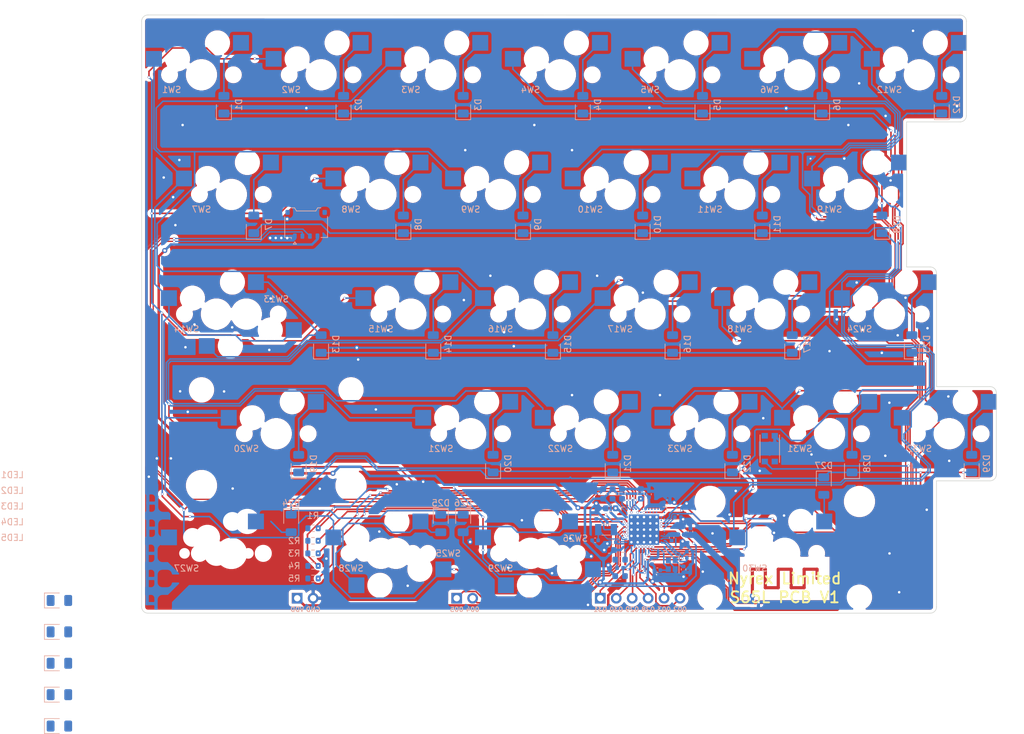
<source format=kicad_pcb>
(kicad_pcb (version 20171130) (host pcbnew "(5.1.10)-1")
  (layers (0 F.Cu signal) (31 B.Cu signal) (34 B.Paste user) (35 F.Paste user) (36 B.SilkS user) (37 F.SilkS user) (38 B.Mask user) (39 F.Mask user) (44 Edge.Cuts user))
  (net 0 "")
  (net 1 GND)
  (net 2 VDD_NRF)
  (net 3 VDDH)
  (net 4 VBUS)
  (net 5 "Net-(C8-Pad2)")
  (net 6 "Net-(C10-Pad1)")
  (net 7 "Net-(C11-Pad1)")
  (net 8 "Net-(C12-Pad1)")
  (net 9 "Net-(C13-Pad1)")
  (net 10 "Net-(C14-Pad2)")
  (net 11 "Net-(C15-Pad2)")
  (net 12 Antenna)
  (net 13 "Net-(C18-Pad1)")
  (net 14 "Net-(C19-Pad1)")
  (net 15 "Net-(C20-Pad1)")
  (net 16 111)
  (net 17 "Net-(D1-Pad2)")
  (net 18 "Net-(D2-Pad2)")
  (net 19 "Net-(D3-Pad2)")
  (net 20 "Net-(D4-Pad2)")
  (net 21 "Net-(D5-Pad2)")
  (net 22 "Net-(D6-Pad2)")
  (net 23 112)
  (net 24 "Net-(D7-Pad2)")
  (net 25 "Net-(D8-Pad2)")
  (net 26 "Net-(D9-Pad2)")
  (net 27 "Net-(D10-Pad2)")
  (net 28 "Net-(D11-Pad2)")
  (net 29 "Net-(D12-Pad2)")
  (net 30 "Net-(D13-Pad2)")
  (net 31 113)
  (net 32 "Net-(D14-Pad2)")
  (net 33 "Net-(D15-Pad2)")
  (net 34 "Net-(D16-Pad2)")
  (net 35 "Net-(D17-Pad2)")
  (net 36 "Net-(D18-Pad2)")
  (net 37 114)
  (net 38 "Net-(D19-Pad2)")
  (net 39 "Net-(D20-Pad2)")
  (net 40 "Net-(D21-Pad2)")
  (net 41 "Net-(D22-Pad2)")
  (net 42 "Net-(D23-Pad2)")
  (net 43 "Net-(D24-Pad2)")
  (net 44 "Net-(D25-Pad2)")
  (net 45 115)
  (net 46 "Net-(D26-Pad2)")
  (net 47 "Net-(D27-Pad2)")
  (net 48 "Net-(D28-Pad2)")
  (net 49 "Net-(D29-Pad2)")
  (net 50 "Net-(D30-Pad2)")
  (net 51 "Net-(D31-Pad2)")
  (net 52 "Net-(D32-Pad2)")
  (net 53 "Net-(D33-Pad2)")
  (net 54 "Net-(D34-Pad2)")
  (net 55 D+)
  (net 56 D-)
  (net 57 031)
  (net 58 030)
  (net 59 029)
  (net 60 028)
  (net 61 003)
  (net 62 002)
  (net 63 005)
  (net 64 004)
  (net 65 "Net-(L1-Pad2)")
  (net 66 "Net-(L2-Pad2)")
  (net 67 "Net-(L3-Pad1)")
  (net 68 011)
  (net 69 012)
  (net 70 013)
  (net 71 014)
  (net 72 015)
  (net 73 RESET)
  (net 74 109)
  (net 75 108)
  (net 76 107)
  (net 77 106)
  (net 78 105)
  (net 79 104)
  (net 80 025)
  (net 81 "Net-(U1-PadN1)")
  (net 82 "Net-(U1-PadL1)")
  (net 83 026)
  (net 84 "Net-(U1-PadM2)")
  (net 85 027)
  (net 86 017)
  (net 87 020)
  (net 88 022)
  (net 89 024)
  (net 90 100)
  (net 91 023)
  (net 92 021)
  (net 93 019)
  (net 94 016)
  (net 95 "Net-(U1-PadA18)")
  (net 96 110)
  (net 97 103)
  (net 98 101)
  (net 99 "Net-(U1-PadJ24)")
  (net 100 "Net-(U1-PadL24)")
  (net 101 102)
  (net 102 SWDCLK)
  (net 103 SWDIO)
  (net 104 "Net-(C17-Pad1)")
  (module Connector_Molex:Molex_Pico-EZmate_78171-0004_1x04-1MP_P1.20mm_Vertical (layer B.Cu) (at 116.66875 123.8125)
    (fp_text reference J1 hide)
    (fp_text value Conn_01x04_Male)
    (pad MP smd roundrect (at 2.95 -1.9) (size 0.7 0.8) (layers B.Cu B.Paste B.Mask))
    (pad MP smd roundrect (at -2.95 -1.9) (size 0.7 0.8) (layers B.Cu B.Paste B.Mask))
    (pad 4 smd roundrect (at 1.8 1.875) (size 0.6 0.85) (layers B.Cu B.Paste B.Mask) (net 3 VDDH))
    (pad 3 smd roundrect (at 0.6 1.875) (size 0.6 0.85) (layers B.Cu B.Paste B.Mask) (net 56 D-))
    (pad 2 smd roundrect (at -0.6 1.875) (size 0.6 0.85) (layers B.Cu B.Paste B.Mask) (net 55 D+))
    (pad 1 smd roundrect (at -1.8 1.875) (size 0.6 0.85) (layers B.Cu B.Paste B.Mask) (net 1 GND))
  )
  (module keyswitches:Kailh_socket_MX (layer F.Cu) (at 176.2 100)
    (fp_text reference SW5 (at -4.7625 2.38125) (layer B.SilkS) (effects (justify mirror)))
    (fp_text value SW_Push)
    (pad 2 smd rect (at -7.56 -2.54) (size 2.55 2.5) (layers B.Cu B.Paste B.Mask) (net 78 105))
    (pad "" np_thru_hole circle (at -5.08 0) (size 1.7018 1.7018) (drill 1.7018) (layers *.Cu *.Mask))
    (pad "" np_thru_hole circle (at 5.08 0) (size 1.7018 1.7018) (drill 1.7018) (layers *.Cu *.Mask))
    (pad "" np_thru_hole circle (at 0 0) (size 3.9878 3.9878) (drill 3.9878) (layers *.Cu *.Mask))
    (pad "" np_thru_hole circle (at -3.81 -2.54) (size 3 3) (drill 3) (layers *.Cu *.Mask))
    (pad "" np_thru_hole circle (at 2.54 -5.08) (size 3 3) (drill 3) (layers *.Cu *.Mask))
    (pad 1 smd rect (at 6.29 -5.08) (size 2.55 2.5) (layers B.Cu B.Paste B.Mask) (net 21 "Net-(D5-Pad2)"))
  )
  (module keyswitches:Kailh_socket_MX (layer F.Cu) (at 157.15 100)
    (fp_text reference SW4 (at -4.7625 2.38125) (layer B.SilkS) (effects (justify mirror)))
    (fp_text value SW_Push)
    (pad 2 smd rect (at -7.56 -2.54) (size 2.55 2.5) (layers B.Cu B.Paste B.Mask) (net 77 106))
    (pad "" np_thru_hole circle (at -5.08 0) (size 1.7018 1.7018) (drill 1.7018) (layers *.Cu *.Mask))
    (pad "" np_thru_hole circle (at 5.08 0) (size 1.7018 1.7018) (drill 1.7018) (layers *.Cu *.Mask))
    (pad "" np_thru_hole circle (at 0 0) (size 3.9878 3.9878) (drill 3.9878) (layers *.Cu *.Mask))
    (pad "" np_thru_hole circle (at -3.81 -2.54) (size 3 3) (drill 3) (layers *.Cu *.Mask))
    (pad "" np_thru_hole circle (at 2.54 -5.08) (size 3 3) (drill 3) (layers *.Cu *.Mask))
    (pad 1 smd rect (at 6.29 -5.08) (size 2.55 2.5) (layers B.Cu B.Paste B.Mask) (net 20 "Net-(D4-Pad2)"))
  )
  (module keyswitches:Kailh_socket_MX (layer F.Cu) (at 138.1 100)
    (fp_text reference SW3 (at -4.7625 2.38125) (layer B.SilkS) (effects (justify mirror)))
    (fp_text value SW_Push)
    (pad 2 smd rect (at -7.56 -2.54) (size 2.55 2.5) (layers B.Cu B.Paste B.Mask) (net 76 107))
    (pad "" np_thru_hole circle (at -5.08 0) (size 1.7018 1.7018) (drill 1.7018) (layers *.Cu *.Mask))
    (pad "" np_thru_hole circle (at 5.08 0) (size 1.7018 1.7018) (drill 1.7018) (layers *.Cu *.Mask))
    (pad "" np_thru_hole circle (at 0 0) (size 3.9878 3.9878) (drill 3.9878) (layers *.Cu *.Mask))
    (pad "" np_thru_hole circle (at -3.81 -2.54) (size 3 3) (drill 3) (layers *.Cu *.Mask))
    (pad "" np_thru_hole circle (at 2.54 -5.08) (size 3 3) (drill 3) (layers *.Cu *.Mask))
    (pad 1 smd rect (at 6.29 -5.08) (size 2.55 2.5) (layers B.Cu B.Paste B.Mask) (net 19 "Net-(D3-Pad2)"))
  )
  (module keyswitches:Kailh_socket_MX (layer F.Cu) (at 119.05 100)
    (fp_text reference SW2 (at -4.7625 2.38125) (layer B.SilkS) (effects (justify mirror)))
    (fp_text value SW_Push)
    (pad 2 smd rect (at -7.56 -2.54) (size 2.55 2.5) (layers B.Cu B.Paste B.Mask) (net 75 108))
    (pad "" np_thru_hole circle (at -5.08 0) (size 1.7018 1.7018) (drill 1.7018) (layers *.Cu *.Mask))
    (pad "" np_thru_hole circle (at 5.08 0) (size 1.7018 1.7018) (drill 1.7018) (layers *.Cu *.Mask))
    (pad "" np_thru_hole circle (at 0 0) (size 3.9878 3.9878) (drill 3.9878) (layers *.Cu *.Mask))
    (pad "" np_thru_hole circle (at -3.81 -2.54) (size 3 3) (drill 3) (layers *.Cu *.Mask))
    (pad "" np_thru_hole circle (at 2.54 -5.08) (size 3 3) (drill 3) (layers *.Cu *.Mask))
    (pad 1 smd rect (at 6.29 -5.08) (size 2.55 2.5) (layers B.Cu B.Paste B.Mask) (net 18 "Net-(D2-Pad2)"))
  )
  (module keyswitches:Kailh_socket_MX (layer F.Cu) (at 100 100)
    (fp_text reference SW1 (at -4.7625 2.38125) (layer B.SilkS) (effects (justify mirror)))
    (fp_text value SW_Push)
    (pad 2 smd rect (at -7.56 -2.54) (size 2.55 2.5) (layers B.Cu B.Paste B.Mask) (net 74 109))
    (pad "" np_thru_hole circle (at -5.08 0) (size 1.7018 1.7018) (drill 1.7018) (layers *.Cu *.Mask))
    (pad "" np_thru_hole circle (at 5.08 0) (size 1.7018 1.7018) (drill 1.7018) (layers *.Cu *.Mask))
    (pad "" np_thru_hole circle (at 0 0) (size 3.9878 3.9878) (drill 3.9878) (layers *.Cu *.Mask))
    (pad "" np_thru_hole circle (at -3.81 -2.54) (size 3 3) (drill 3) (layers *.Cu *.Mask))
    (pad "" np_thru_hole circle (at 2.54 -5.08) (size 3 3) (drill 3) (layers *.Cu *.Mask))
    (pad 1 smd rect (at 6.29 -5.08) (size 2.55 2.5) (layers B.Cu B.Paste B.Mask) (net 17 "Net-(D1-Pad2)"))
  )
  (module Connector_PinHeader_2.54mm:PinHeader_1x06_P2.54mm_Vertical (layer B.Cu) (at 163.5 183.34375 270)
    (fp_text reference J2 hide)
    (fp_text value Conn_01x06_Female)
    (pad 6 thru_hole oval (at 0 -12.7 270) (size 1.7 1.7) (drill 1) (layers *.Cu *.Mask) (net 62 002))
    (pad 5 thru_hole oval (at 0 -10.16 270) (size 1.7 1.7) (drill 1) (layers *.Cu *.Mask) (net 61 003))
    (pad 4 thru_hole oval (at 0 -7.62 270) (size 1.7 1.7) (drill 1) (layers *.Cu *.Mask) (net 60 028))
    (pad 3 thru_hole oval (at 0 -5.08 270) (size 1.7 1.7) (drill 1) (layers *.Cu *.Mask) (net 59 029))
    (pad 2 thru_hole oval (at 0 -2.54 270) (size 1.7 1.7) (drill 1) (layers *.Cu *.Mask) (net 58 030))
    (pad 1 thru_hole rect (at 0 0 270) (size 1.7 1.7) (drill 1) (layers *.Cu *.Mask) (net 57 031))
  )
  (module Connector_PinHeader_2.54mm:PinHeader_1x02_P2.54mm_Vertical (layer B.Cu) (at 140.64 183.34375 270)
    (fp_text reference J3 hide)
    (fp_text value Conn_01x02_Female)
    (pad 2 thru_hole oval (at 0 -2.54 270) (size 1.7 1.7) (drill 1) (layers *.Cu *.Mask) (net 64 004))
    (pad 1 thru_hole rect (at 0 0 270) (size 1.7 1.7) (drill 1) (layers *.Cu *.Mask) (net 63 005))
  )
  (module Connector_PinHeader_2.54mm:PinHeader_1x02_P2.54mm_Vertical (layer B.Cu) (at 115.24 183.34375 270)
    (fp_text reference J4 hide)
    (fp_text value Conn_01x02_Female)
    (pad 2 thru_hole oval (at 0 -2.54 270) (size 1.7 1.7) (drill 1) (layers *.Cu *.Mask) (net 1 GND))
    (pad 1 thru_hole rect (at 0 0 270) (size 1.7 1.7) (drill 1) (layers *.Cu *.Mask) (net 2 VDD_NRF))
  )
  (module Crystal:Crystal_SMD_2016-4Pin_2.0x1.6mm (layer B.Cu) (at 174.883405 178.006035 270)
    (fp_text reference Y2 hide)
    (fp_text value 32MHz)
    (pad 4 smd rect (at -0.7 0.55 270) (size 0.9 0.8) (layers B.Cu B.Paste B.Mask) (net 1 GND))
    (pad 3 smd rect (at 0.7 -0.55 270) (size 0.9 0.8) (layers B.Cu B.Paste B.Mask) (net 1 GND))
    (pad 2 smd rect (at 0.7 0.55 270) (size 0.9 0.8) (layers B.Cu B.Paste B.Mask) (net 15 "Net-(C20-Pad1)"))
    (pad 1 smd rect (at -0.7 -0.55 270) (size 0.9 0.8) (layers B.Cu B.Paste B.Mask) (net 14 "Net-(C19-Pad1)"))
  )
  (module keyswitches:Stabilizer_MX_2u (layer F.Cu) (at 111.90625 157.15)
    (fp_text reference REF** hide)
    (fp_text value Stabilizer_MX_2u hide)
    (pad "" np_thru_hole circle (at -11.9 -6.985) (size 3.048 3.048) (drill 3.048) (layers *.Cu *.Mask))
    (pad "" np_thru_hole circle (at 11.9 -6.985) (size 3.048 3.048) (drill 3.048) (layers *.Cu *.Mask))
    (pad "" np_thru_hole circle (at -11.9 8.255) (size 3.9878 3.9878) (drill 3.9878) (layers *.Cu *.Mask))
    (pad "" np_thru_hole circle (at 11.9 8.255) (size 3.9878 3.9878) (drill 3.9878) (layers *.Cu *.Mask))
  )
  (module keyswitches:Stabilizer_MX_2u (layer F.Cu) (at 192.86875 176.2 180)
    (fp_text reference REF** hide)
    (fp_text value Stabilizer_MX_2u hide)
    (pad "" np_thru_hole circle (at -11.9 -6.985 180) (size 3.048 3.048) (drill 3.048) (layers *.Cu *.Mask))
    (pad "" np_thru_hole circle (at 11.9 -6.985 180) (size 3.048 3.048) (drill 3.048) (layers *.Cu *.Mask))
    (pad "" np_thru_hole circle (at -11.9 8.255 180) (size 3.9878 3.9878) (drill 3.9878) (layers *.Cu *.Mask))
    (pad "" np_thru_hole circle (at 11.9 8.255 180) (size 3.9878 3.9878) (drill 3.9878) (layers *.Cu *.Mask))
  )
  (module Capacitor_SMD:C_0603_1608Metric (layer B.Cu) (at 163.960002 166.723332 90)
    (fp_text reference C1 hide)
    (fp_text value 4.7uF)
    (pad 2 smd roundrect (at 0.775 0 90) (size 0.9 0.95) (layers B.Cu B.Paste B.Mask) (net 1 GND))
    (pad 1 smd roundrect (at -0.775 0 90) (size 0.9 0.95) (layers B.Cu B.Paste B.Mask) (net 2 VDD_NRF))
  )
  (module Capacitor_SMD:C_0402_1005Metric (layer B.Cu) (at 171.260002 166.793332 90)
    (fp_text reference C2 hide)
    (fp_text value 100nF)
    (pad 2 smd roundrect (at 0.48 0 90) (size 0.56 0.62) (layers B.Cu B.Paste B.Mask) (net 1 GND))
    (pad 1 smd roundrect (at -0.48 0 90) (size 0.56 0.62) (layers B.Cu B.Paste B.Mask) (net 2 VDD_NRF))
  )
  (module Capacitor_SMD:C_0402_1005Metric (layer B.Cu) (at 174.114806 168.079478)
    (fp_text reference C3 hide)
    (fp_text value 100nF)
    (pad 2 smd roundrect (at 0.48 0) (size 0.56 0.62) (layers B.Cu B.Paste B.Mask) (net 1 GND))
    (pad 1 smd roundrect (at -0.48 0) (size 0.56 0.62) (layers B.Cu B.Paste B.Mask) (net 2 VDD_NRF))
  )
  (module Capacitor_SMD:C_0402_1005Metric (layer B.Cu) (at 171.710002 177.423332 270)
    (fp_text reference C4 hide)
    (fp_text value 100nF)
    (pad 2 smd roundrect (at 0.48 0 270) (size 0.56 0.62) (layers B.Cu B.Paste B.Mask) (net 1 GND))
    (pad 1 smd roundrect (at -0.48 0 270) (size 0.56 0.62) (layers B.Cu B.Paste B.Mask) (net 2 VDD_NRF))
  )
  (module Capacitor_SMD:C_0603_1608Metric (layer B.Cu) (at 164.903534 175.673332 180)
    (fp_text reference C5 hide)
    (fp_text value 1uF)
    (pad 2 smd roundrect (at 0.775 0 180) (size 0.9 0.95) (layers B.Cu B.Paste B.Mask) (net 1 GND))
    (pad 1 smd roundrect (at -0.775 0 180) (size 0.9 0.95) (layers B.Cu B.Paste B.Mask) (net 2 VDD_NRF))
  )
  (module Capacitor_SMD:C_0603_1608Metric (layer B.Cu) (at 165.160002 169.023332 180)
    (fp_text reference C6 hide)
    (fp_text value 4.7uF)
    (pad 2 smd roundrect (at 0.775 0 180) (size 0.9 0.95) (layers B.Cu B.Paste B.Mask) (net 1 GND))
    (pad 1 smd roundrect (at -0.775 0 180) (size 0.9 0.95) (layers B.Cu B.Paste B.Mask) (net 3 VDDH))
  )
  (module Capacitor_SMD:C_0603_1608Metric (layer B.Cu) (at 166.960002 166.723332 270)
    (fp_text reference C7 hide)
    (fp_text value 4.7uF)
    (pad 2 smd roundrect (at 0.775 0 270) (size 0.9 0.95) (layers B.Cu B.Paste B.Mask) (net 4 VBUS))
    (pad 1 smd roundrect (at -0.775 0 270) (size 0.9 0.95) (layers B.Cu B.Paste B.Mask) (net 1 GND))
  )
  (module Capacitor_SMD:C_0603_1608Metric (layer B.Cu) (at 166.660002 179.823332)
    (fp_text reference C8 hide)
    (fp_text value 1uF)
    (pad 2 smd roundrect (at 0.775 0) (size 0.9 0.95) (layers B.Cu B.Paste B.Mask) (net 5 "Net-(C8-Pad2)"))
    (pad 1 smd roundrect (at -0.775 0) (size 0.9 0.95) (layers B.Cu B.Paste B.Mask) (net 1 GND))
  )
  (module Capacitor_SMD:C_0402_1005Metric (layer B.Cu) (at 177.760002 175.923332 180)
    (fp_text reference C9 hide)
    (fp_text value 47nF)
    (pad 2 smd roundrect (at 0.48 0 180) (size 0.56 0.62) (layers B.Cu B.Paste B.Mask) (net 5 "Net-(C8-Pad2)"))
    (pad 1 smd roundrect (at -0.48 0 180) (size 0.56 0.62) (layers B.Cu B.Paste B.Mask) (net 1 GND))
  )
  (module Capacitor_SMD:C_0603_1608Metric (layer B.Cu) (at 169.960002 166.723332 90)
    (fp_text reference C10 hide)
    (fp_text value 4.7uF)
    (pad 2 smd roundrect (at 0.775 0 90) (size 0.9 0.95) (layers B.Cu B.Paste B.Mask) (net 1 GND))
    (pad 1 smd roundrect (at -0.775 0 90) (size 0.9 0.95) (layers B.Cu B.Paste B.Mask) (net 6 "Net-(C10-Pad1)"))
  )
  (module Capacitor_SMD:C_0402_1005Metric (layer B.Cu) (at 175.860002 170.423332)
    (fp_text reference C11 hide)
    (fp_text value 820pF)
    (pad 2 smd roundrect (at 0.48 0) (size 0.56 0.62) (layers B.Cu B.Paste B.Mask) (net 1 GND))
    (pad 1 smd roundrect (at -0.48 0) (size 0.56 0.62) (layers B.Cu B.Paste B.Mask) (net 7 "Net-(C11-Pad1)"))
  )
  (module Capacitor_SMD:C_0402_1005Metric (layer B.Cu) (at 177.760002 176.923332)
    (fp_text reference C12 hide)
    (fp_text value 100pF)
    (pad 2 smd roundrect (at 0.48 0) (size 0.56 0.62) (layers B.Cu B.Paste B.Mask) (net 1 GND))
    (pad 1 smd roundrect (at -0.48 0) (size 0.56 0.62) (layers B.Cu B.Paste B.Mask) (net 8 "Net-(C12-Pad1)"))
  )
  (module Capacitor_SMD:C_0402_1005Metric (layer B.Cu) (at 165.498848 174.423332 180)
    (fp_text reference C13 hide)
    (fp_text value 100nF)
    (pad 2 smd roundrect (at 0.48 0 180) (size 0.56 0.62) (layers B.Cu B.Paste B.Mask) (net 1 GND))
    (pad 1 smd roundrect (at -0.48 0 180) (size 0.56 0.62) (layers B.Cu B.Paste B.Mask) (net 9 "Net-(C13-Pad1)"))
  )
  (module Capacitor_SMD:C_0402_1005Metric (layer B.Cu) (at 162.680002 174.123332)
    (fp_text reference C14 hide)
    (fp_text value 12pF)
    (pad 2 smd roundrect (at 0.48 0) (size 0.56 0.62) (layers B.Cu B.Paste B.Mask) (net 10 "Net-(C14-Pad2)"))
    (pad 1 smd roundrect (at -0.48 0) (size 0.56 0.62) (layers B.Cu B.Paste B.Mask) (net 1 GND))
  )
  (module Capacitor_SMD:C_0402_1005Metric (layer B.Cu) (at 162.860002 170.223332 270)
    (fp_text reference C15 hide)
    (fp_text value 12pF)
    (pad 2 smd roundrect (at 0.48 0 270) (size 0.56 0.62) (layers B.Cu B.Paste B.Mask) (net 11 "Net-(C15-Pad2)"))
    (pad 1 smd roundrect (at -0.48 0 270) (size 0.56 0.62) (layers B.Cu B.Paste B.Mask) (net 1 GND))
  )
  (module Capacitor_SMD:C_0402_1005Metric (layer B.Cu) (at 188.19875 183.965)
    (fp_text reference C16 hide)
    (fp_text value 1.5pF)
    (pad 2 smd roundrect (at 0.48 0) (size 0.56 0.62) (layers B.Cu B.Paste B.Mask) (net 1 GND))
    (pad 1 smd roundrect (at -0.48 0) (size 0.56 0.62) (layers B.Cu B.Paste B.Mask) (net 12 Antenna))
  )
  (module Capacitor_SMD:C_0402_1005Metric (layer B.Cu) (at 177.860002 172.723332 90)
    (fp_text reference C17 hide)
    (fp_text value 1pF)
    (pad 2 smd roundrect (at 0.48 0 90) (size 0.56 0.62) (layers B.Cu B.Paste B.Mask) (net 1 GND))
    (pad 1 smd roundrect (at -0.48 0 90) (size 0.56 0.62) (layers B.Cu B.Paste B.Mask) (net 104 "Net-(C17-Pad1)"))
  )
  (module Capacitor_SMD:C_0402_1005Metric (layer B.Cu) (at 174.860002 173.686035 270)
    (fp_text reference C18 hide)
    (fp_text value 1pF)
    (pad 2 smd roundrect (at 0.48 0 270) (size 0.56 0.62) (layers B.Cu B.Paste B.Mask) (net 1 GND))
    (pad 1 smd roundrect (at -0.48 0 270) (size 0.56 0.62) (layers B.Cu B.Paste B.Mask) (net 13 "Net-(C18-Pad1)"))
  )
  (module Capacitor_SMD:C_0402_1005Metric (layer B.Cu) (at 176.758405 178.761035 270)
    (fp_text reference C19 hide)
    (fp_text value 12pF)
    (pad 2 smd roundrect (at 0.48 0 270) (size 0.56 0.62) (layers B.Cu B.Paste B.Mask) (net 1 GND))
    (pad 1 smd roundrect (at -0.48 0 270) (size 0.56 0.62) (layers B.Cu B.Paste B.Mask) (net 14 "Net-(C19-Pad1)"))
  )
  (module Capacitor_SMD:C_0402_1005Metric (layer B.Cu) (at 172.583405 178.881035 180)
    (fp_text reference C20 hide)
    (fp_text value 12pF)
    (pad 2 smd roundrect (at 0.48 0 180) (size 0.56 0.62) (layers B.Cu B.Paste B.Mask) (net 1 GND))
    (pad 1 smd roundrect (at -0.48 0 180) (size 0.56 0.62) (layers B.Cu B.Paste B.Mask) (net 15 "Net-(C20-Pad1)"))
  )
  (module Diode_SMD:D_1206_3216Metric (layer B.Cu) (at 103.571875 104.7625 90)
    (fp_text reference D1 (at 0 2.38125 270) (layer B.SilkS) (effects (justify mirror)))
    (fp_text value D)
    (pad 2 smd roundrect (at 1.4 0 90) (size 1.25 1.75) (layers B.Cu B.Paste B.Mask) (roundrect_rratio 0.2) (net 17 "Net-(D1-Pad2)"))
    (pad 1 smd roundrect (at -1.4 0 90) (size 1.25 1.75) (layers B.Cu B.Paste B.Mask) (roundrect_rratio 0.2) (net 16 111))
  )
  (module Diode_SMD:D_1206_3216Metric (layer B.Cu) (at 122.621875 104.7625 90)
    (fp_text reference D2 (at 0 2.38125 270) (layer B.SilkS) (effects (justify mirror)))
    (fp_text value D)
    (pad 2 smd roundrect (at 1.4 0 90) (size 1.25 1.75) (layers B.Cu B.Paste B.Mask) (roundrect_rratio 0.2) (net 18 "Net-(D2-Pad2)"))
    (pad 1 smd roundrect (at -1.4 0 90) (size 1.25 1.75) (layers B.Cu B.Paste B.Mask) (roundrect_rratio 0.2) (net 16 111))
  )
  (module Diode_SMD:D_1206_3216Metric (layer B.Cu) (at 141.671875 104.7625 90)
    (fp_text reference D3 (at 0 2.38125 270) (layer B.SilkS) (effects (justify mirror)))
    (fp_text value D)
    (pad 2 smd roundrect (at 1.4 0 90) (size 1.25 1.75) (layers B.Cu B.Paste B.Mask) (roundrect_rratio 0.2) (net 19 "Net-(D3-Pad2)"))
    (pad 1 smd roundrect (at -1.4 0 90) (size 1.25 1.75) (layers B.Cu B.Paste B.Mask) (roundrect_rratio 0.2) (net 16 111))
  )
  (module Diode_SMD:D_1206_3216Metric (layer B.Cu) (at 160.721875 104.7625 90)
    (fp_text reference D4 (at 0 2.38125 270) (layer B.SilkS) (effects (justify mirror)))
    (fp_text value D)
    (pad 2 smd roundrect (at 1.4 0 90) (size 1.25 1.75) (layers B.Cu B.Paste B.Mask) (roundrect_rratio 0.2) (net 20 "Net-(D4-Pad2)"))
    (pad 1 smd roundrect (at -1.4 0 90) (size 1.25 1.75) (layers B.Cu B.Paste B.Mask) (roundrect_rratio 0.2) (net 16 111))
  )
  (module Diode_SMD:D_1206_3216Metric (layer B.Cu) (at 179.771875 104.7625 90)
    (fp_text reference D5 (at 0 2.38125 270) (layer B.SilkS) (effects (justify mirror)))
    (fp_text value D)
    (pad 2 smd roundrect (at 1.4 0 90) (size 1.25 1.75) (layers B.Cu B.Paste B.Mask) (roundrect_rratio 0.2) (net 21 "Net-(D5-Pad2)"))
    (pad 1 smd roundrect (at -1.4 0 90) (size 1.25 1.75) (layers B.Cu B.Paste B.Mask) (roundrect_rratio 0.2) (net 16 111))
  )
  (module Diode_SMD:D_1206_3216Metric (layer B.Cu) (at 198.821875 104.7625 90)
    (fp_text reference D6 (at 0 2.38125 270) (layer B.SilkS) (effects (justify mirror)))
    (fp_text value D)
    (pad 2 smd roundrect (at 1.4 0 90) (size 1.25 1.75) (layers B.Cu B.Paste B.Mask) (roundrect_rratio 0.2) (net 22 "Net-(D6-Pad2)"))
    (pad 1 smd roundrect (at -1.4 0 90) (size 1.25 1.75) (layers B.Cu B.Paste B.Mask) (roundrect_rratio 0.2) (net 16 111))
  )
  (module Diode_SMD:D_1206_3216Metric (layer B.Cu) (at 108.334375 123.8125 90)
    (fp_text reference D7 (at 0 2.38125 270) (layer B.SilkS) (effects (justify mirror)))
    (fp_text value D)
    (pad 2 smd roundrect (at 1.4 0 90) (size 1.25 1.75) (layers B.Cu B.Paste B.Mask) (roundrect_rratio 0.2) (net 24 "Net-(D7-Pad2)"))
    (pad 1 smd roundrect (at -1.4 0 90) (size 1.25 1.75) (layers B.Cu B.Paste B.Mask) (roundrect_rratio 0.2) (net 23 112))
  )
  (module Diode_SMD:D_1206_3216Metric (layer B.Cu) (at 132.146875 123.8125 90)
    (fp_text reference D8 (at 0 2.38125 270) (layer B.SilkS) (effects (justify mirror)))
    (fp_text value D)
    (pad 2 smd roundrect (at 1.4 0 90) (size 1.25 1.75) (layers B.Cu B.Paste B.Mask) (roundrect_rratio 0.2) (net 25 "Net-(D8-Pad2)"))
    (pad 1 smd roundrect (at -1.4 0 90) (size 1.25 1.75) (layers B.Cu B.Paste B.Mask) (roundrect_rratio 0.2) (net 23 112))
  )
  (module Diode_SMD:D_1206_3216Metric (layer B.Cu) (at 151.196875 123.8125 90)
    (fp_text reference D9 (at 0 2.38125 270) (layer B.SilkS) (effects (justify mirror)))
    (fp_text value D)
    (pad 2 smd roundrect (at 1.4 0 90) (size 1.25 1.75) (layers B.Cu B.Paste B.Mask) (roundrect_rratio 0.2) (net 26 "Net-(D9-Pad2)"))
    (pad 1 smd roundrect (at -1.4 0 90) (size 1.25 1.75) (layers B.Cu B.Paste B.Mask) (roundrect_rratio 0.2) (net 23 112))
  )
  (module Diode_SMD:D_1206_3216Metric (layer B.Cu) (at 170.246875 123.8125 90)
    (fp_text reference D10 (at 0 2.38125 270) (layer B.SilkS) (effects (justify mirror)))
    (fp_text value D)
    (pad 2 smd roundrect (at 1.4 0 90) (size 1.25 1.75) (layers B.Cu B.Paste B.Mask) (roundrect_rratio 0.2) (net 27 "Net-(D10-Pad2)"))
    (pad 1 smd roundrect (at -1.4 0 90) (size 1.25 1.75) (layers B.Cu B.Paste B.Mask) (roundrect_rratio 0.2) (net 23 112))
  )
  (module Diode_SMD:D_1206_3216Metric (layer B.Cu) (at 189.296875 123.8125 90)
    (fp_text reference D11 (at 0 2.38125 270) (layer B.SilkS) (effects (justify mirror)))
    (fp_text value D)
    (pad 2 smd roundrect (at 1.4 0 90) (size 1.25 1.75) (layers B.Cu B.Paste B.Mask) (roundrect_rratio 0.2) (net 28 "Net-(D11-Pad2)"))
    (pad 1 smd roundrect (at -1.4 0 90) (size 1.25 1.75) (layers B.Cu B.Paste B.Mask) (roundrect_rratio 0.2) (net 23 112))
  )
  (module Diode_SMD:D_1206_3216Metric (layer B.Cu) (at 217.871875 104.7625 90)
    (fp_text reference D12 (at 0 2.38125 270) (layer B.SilkS) (effects (justify mirror)))
    (fp_text value D)
    (pad 2 smd roundrect (at 1.4 0 90) (size 1.25 1.75) (layers B.Cu B.Paste B.Mask) (roundrect_rratio 0.2) (net 29 "Net-(D12-Pad2)"))
    (pad 1 smd roundrect (at -1.4 0 90) (size 1.25 1.75) (layers B.Cu B.Paste B.Mask) (roundrect_rratio 0.2) (net 23 112))
  )
  (module Diode_SMD:D_1206_3216Metric (layer B.Cu) (at 119.05 142.8625 90)
    (fp_text reference D13 (at 0 2.38125 90) (layer B.SilkS) (effects (justify mirror)))
    (fp_text value D)
    (pad 2 smd roundrect (at 1.4 0 90) (size 1.25 1.75) (layers B.Cu B.Paste B.Mask) (roundrect_rratio 0.2) (net 30 "Net-(D13-Pad2)"))
    (pad 1 smd roundrect (at -1.4 0 90) (size 1.25 1.75) (layers B.Cu B.Paste B.Mask) (roundrect_rratio 0.2) (net 31 113))
  )
  (module Diode_SMD:D_1206_3216Metric (layer B.Cu) (at 136.909375 142.8625 90)
    (fp_text reference D14 (at 0 2.38125 90) (layer B.SilkS) (effects (justify mirror)))
    (fp_text value D)
    (pad 2 smd roundrect (at 1.4 0 90) (size 1.25 1.75) (layers B.Cu B.Paste B.Mask) (roundrect_rratio 0.2) (net 32 "Net-(D14-Pad2)"))
    (pad 1 smd roundrect (at -1.4 0 90) (size 1.25 1.75) (layers B.Cu B.Paste B.Mask) (roundrect_rratio 0.2) (net 31 113))
  )
  (module Diode_SMD:D_1206_3216Metric (layer B.Cu) (at 155.959375 142.8625 90)
    (fp_text reference D15 (at 0 2.38125 270) (layer B.SilkS) (effects (justify mirror)))
    (fp_text value D)
    (pad 2 smd roundrect (at 1.4 0 90) (size 1.25 1.75) (layers B.Cu B.Paste B.Mask) (roundrect_rratio 0.2) (net 33 "Net-(D15-Pad2)"))
    (pad 1 smd roundrect (at -1.4 0 90) (size 1.25 1.75) (layers B.Cu B.Paste B.Mask) (roundrect_rratio 0.2) (net 31 113))
  )
  (module Diode_SMD:D_1206_3216Metric (layer B.Cu) (at 175.009375 142.8625 90)
    (fp_text reference D16 (at 0 2.38125 90) (layer B.SilkS) (effects (justify mirror)))
    (fp_text value D)
    (pad 2 smd roundrect (at 1.4 0 90) (size 1.25 1.75) (layers B.Cu B.Paste B.Mask) (roundrect_rratio 0.2) (net 34 "Net-(D16-Pad2)"))
    (pad 1 smd roundrect (at -1.4 0 90) (size 1.25 1.75) (layers B.Cu B.Paste B.Mask) (roundrect_rratio 0.2) (net 31 113))
  )
  (module Diode_SMD:D_1206_3216Metric (layer B.Cu) (at 194.059375 142.8625 90)
    (fp_text reference D17 (at 0 2.38125 90) (layer B.SilkS) (effects (justify mirror)))
    (fp_text value D)
    (pad 2 smd roundrect (at 1.4 0 90) (size 1.25 1.75) (layers B.Cu B.Paste B.Mask) (roundrect_rratio 0.2) (net 35 "Net-(D17-Pad2)"))
    (pad 1 smd roundrect (at -1.4 0 90) (size 1.25 1.75) (layers B.Cu B.Paste B.Mask) (roundrect_rratio 0.2) (net 31 113))
  )
  (module Diode_SMD:D_1206_3216Metric (layer B.Cu) (at 208.346875 123.8125 90)
    (fp_text reference D18 (at 0 2.38125 90) (layer B.SilkS) (effects (justify mirror)))
    (fp_text value D)
    (pad 2 smd roundrect (at 1.4 0 90) (size 1.25 1.75) (layers B.Cu B.Paste B.Mask) (roundrect_rratio 0.2) (net 36 "Net-(D18-Pad2)"))
    (pad 1 smd roundrect (at -1.4 0 90) (size 1.25 1.75) (layers B.Cu B.Paste B.Mask) (roundrect_rratio 0.2) (net 31 113))
  )
  (module Diode_SMD:D_1206_3216Metric (layer B.Cu) (at 115.478125 161.9125 90)
    (fp_text reference D19 (at 0 2.38125 90) (layer B.SilkS) (effects (justify mirror)))
    (fp_text value D)
    (pad 2 smd roundrect (at 1.4 0 90) (size 1.25 1.75) (layers B.Cu B.Paste B.Mask) (roundrect_rratio 0.2) (net 38 "Net-(D19-Pad2)"))
    (pad 1 smd roundrect (at -1.4 0 90) (size 1.25 1.75) (layers B.Cu B.Paste B.Mask) (roundrect_rratio 0.2) (net 37 114))
  )
  (module Diode_SMD:D_1206_3216Metric (layer B.Cu) (at 146.434375 161.9125 90)
    (fp_text reference D20 (at 0 2.38125 270) (layer B.SilkS) (effects (justify mirror)))
    (fp_text value D)
    (pad 2 smd roundrect (at 1.4 0 90) (size 1.25 1.75) (layers B.Cu B.Paste B.Mask) (roundrect_rratio 0.2) (net 39 "Net-(D20-Pad2)"))
    (pad 1 smd roundrect (at -1.4 0 90) (size 1.25 1.75) (layers B.Cu B.Paste B.Mask) (roundrect_rratio 0.2) (net 37 114))
  )
  (module Diode_SMD:D_1206_3216Metric (layer B.Cu) (at 165.484375 161.9125 90)
    (fp_text reference D21 (at 0 2.38125 90) (layer B.SilkS) (effects (justify mirror)))
    (fp_text value D)
    (pad 2 smd roundrect (at 1.4 0 90) (size 1.25 1.75) (layers B.Cu B.Paste B.Mask) (roundrect_rratio 0.2) (net 40 "Net-(D21-Pad2)"))
    (pad 1 smd roundrect (at -1.4 0 90) (size 1.25 1.75) (layers B.Cu B.Paste B.Mask) (roundrect_rratio 0.2) (net 37 114))
  )
  (module Diode_SMD:D_1206_3216Metric (layer B.Cu) (at 184.534375 161.9125 90)
    (fp_text reference D22 (at 0 2.38125 90) (layer B.SilkS) (effects (justify mirror)))
    (fp_text value D)
    (pad 2 smd roundrect (at 1.4 0 90) (size 1.25 1.75) (layers B.Cu B.Paste B.Mask) (roundrect_rratio 0.2) (net 41 "Net-(D22-Pad2)"))
    (pad 1 smd roundrect (at -1.4 0 90) (size 1.25 1.75) (layers B.Cu B.Paste B.Mask) (roundrect_rratio 0.2) (net 37 114))
  )
  (module Diode_SMD:D_1206_3216Metric (layer B.Cu) (at 213.109375 142.8625 90)
    (fp_text reference D23 (at 0 2.38125 90) (layer B.SilkS) (effects (justify mirror)))
    (fp_text value D)
    (pad 2 smd roundrect (at 1.4 0 90) (size 1.25 1.75) (layers B.Cu B.Paste B.Mask) (roundrect_rratio 0.2) (net 42 "Net-(D23-Pad2)"))
    (pad 1 smd roundrect (at -1.4 0 90) (size 1.25 1.75) (layers B.Cu B.Paste B.Mask) (roundrect_rratio 0.2) (net 37 114))
  )
  (module Diode_SMD:D_1206_3216Metric (layer B.Cu) (at 114.2875 171.4375 270)
    (fp_text reference D24 (at -3.25 0 180) (layer B.SilkS) (effects (justify mirror)))
    (fp_text value D)
    (pad 2 smd roundrect (at 1.4 0 270) (size 1.25 1.75) (layers B.Cu B.Paste B.Mask) (roundrect_rratio 0.2) (net 43 "Net-(D24-Pad2)"))
    (pad 1 smd roundrect (at -1.4 0 270) (size 1.25 1.75) (layers B.Cu B.Paste B.Mask) (roundrect_rratio 0.2) (net 45 115))
  )
  (module Diode_SMD:D_1206_3216Metric (layer B.Cu) (at 138.1 171.4375 270)
    (fp_text reference D25 (at -3.25 0 180) (layer B.SilkS) (effects (justify mirror)))
    (fp_text value D)
    (pad 2 smd roundrect (at 1.4 0 270) (size 1.25 1.75) (layers B.Cu B.Paste B.Mask) (roundrect_rratio 0.2) (net 44 "Net-(D25-Pad2)"))
    (pad 1 smd roundrect (at -1.4 0 270) (size 1.25 1.75) (layers B.Cu B.Paste B.Mask) (roundrect_rratio 0.2) (net 45 115))
  )
  (module Diode_SMD:D_1206_3216Metric (layer B.Cu) (at 141.671875 171.4375 270)
    (fp_text reference D26 (at -3.25 0 180) (layer B.SilkS) (effects (justify mirror)))
    (fp_text value D)
    (pad 2 smd roundrect (at 1.4 0 270) (size 1.25 1.75) (layers B.Cu B.Paste B.Mask) (roundrect_rratio 0.2) (net 46 "Net-(D26-Pad2)"))
    (pad 1 smd roundrect (at -1.4 0 270) (size 1.25 1.75) (layers B.Cu B.Paste B.Mask) (roundrect_rratio 0.2) (net 45 115))
  )
  (module Diode_SMD:D_1206_3216Metric (layer B.Cu) (at 199.08753 165.484375 270)
    (fp_text reference D27 (at -3.25 0 180) (layer B.SilkS) (effects (justify mirror)))
    (fp_text value D)
    (pad 2 smd roundrect (at 1.4 0 270) (size 1.25 1.75) (layers B.Cu B.Paste B.Mask) (roundrect_rratio 0.2) (net 47 "Net-(D27-Pad2)"))
    (pad 1 smd roundrect (at -1.4 0 270) (size 1.25 1.75) (layers B.Cu B.Paste B.Mask) (roundrect_rratio 0.2) (net 45 115))
  )
  (module Diode_SMD:D_1206_3216Metric (layer B.Cu) (at 203.584375 161.9125 90)
    (fp_text reference D28 (at 0 2.38125 90) (layer B.SilkS) (effects (justify mirror)))
    (fp_text value D)
    (pad 2 smd roundrect (at 1.4 0 90) (size 1.25 1.75) (layers B.Cu B.Paste B.Mask) (roundrect_rratio 0.2) (net 48 "Net-(D28-Pad2)"))
    (pad 1 smd roundrect (at -1.4 0 90) (size 1.25 1.75) (layers B.Cu B.Paste B.Mask) (roundrect_rratio 0.2) (net 45 115))
  )
  (module Diode_SMD:D_1206_3216Metric (layer B.Cu) (at 222.634375 161.9125 90)
    (fp_text reference D29 (at 0 2.38125 270) (layer B.SilkS) (effects (justify mirror)))
    (fp_text value D)
    (pad 2 smd roundrect (at 1.4 0 90) (size 1.25 1.75) (layers B.Cu B.Paste B.Mask) (roundrect_rratio 0.2) (net 49 "Net-(D29-Pad2)"))
    (pad 1 smd roundrect (at -1.4 0 90) (size 1.25 1.75) (layers B.Cu B.Paste B.Mask) (roundrect_rratio 0.2) (net 45 115))
  )
  (module LED_SMD:LED_1206_3216Metric (layer B.Cu) (at 77.38125 183.7)
    (fp_text reference D30 hide)
    (fp_text value LED)
    (pad 2 smd roundrect (at 1.4 0) (size 1.25 1.75) (layers B.Cu B.Paste B.Mask) (roundrect_rratio 0.2) (net 50 "Net-(D30-Pad2)"))
    (pad 1 smd roundrect (at -1.4 0) (size 1.25 1.75) (layers B.Cu B.Paste B.Mask) (roundrect_rratio 0.2) (net 1 GND))
  )
  (module LED_SMD:LED_1206_3216Metric (layer B.Cu) (at 77.38125 188.7)
    (fp_text reference D31 hide)
    (fp_text value LED)
    (pad 2 smd roundrect (at 1.4 0) (size 1.25 1.75) (layers B.Cu B.Paste B.Mask) (roundrect_rratio 0.2) (net 51 "Net-(D31-Pad2)"))
    (pad 1 smd roundrect (at -1.4 0) (size 1.25 1.75) (layers B.Cu B.Paste B.Mask) (roundrect_rratio 0.2) (net 1 GND))
  )
  (module LED_SMD:LED_1206_3216Metric (layer B.Cu) (at 77.38125 193.7)
    (fp_text reference D32 hide)
    (fp_text value LED)
    (pad 2 smd roundrect (at 1.4 0) (size 1.25 1.75) (layers B.Cu B.Paste B.Mask) (roundrect_rratio 0.2) (net 52 "Net-(D32-Pad2)"))
    (pad 1 smd roundrect (at -1.4 0) (size 1.25 1.75) (layers B.Cu B.Paste B.Mask) (roundrect_rratio 0.2) (net 1 GND))
  )
  (module LED_SMD:LED_1206_3216Metric (layer B.Cu) (at 77.38125 198.7)
    (fp_text reference D33 hide)
    (fp_text value LED)
    (pad 2 smd roundrect (at 1.4 0) (size 1.25 1.75) (layers B.Cu B.Paste B.Mask) (roundrect_rratio 0.2) (net 53 "Net-(D33-Pad2)"))
    (pad 1 smd roundrect (at -1.4 0) (size 1.25 1.75) (layers B.Cu B.Paste B.Mask) (roundrect_rratio 0.2) (net 1 GND))
  )
  (module LED_SMD:LED_1206_3216Metric (layer B.Cu) (at 77.38125 203.7)
    (fp_text reference D34 hide)
    (fp_text value LED)
    (pad 2 smd roundrect (at 1.4 0) (size 1.25 1.75) (layers B.Cu B.Paste B.Mask) (roundrect_rratio 0.2) (net 54 "Net-(D34-Pad2)"))
    (pad 1 smd roundrect (at -1.4 0) (size 1.25 1.75) (layers B.Cu B.Paste B.Mask) (roundrect_rratio 0.2) (net 1 GND))
  )
  (module Inductor_SMD:L_0402_1005Metric (layer B.Cu) (at 166.660002 178.523332 180)
    (fp_text reference L1 hide)
    (fp_text value 15nH)
    (pad 2 smd roundrect (at 0.485 0 180) (size 0.59 0.64) (layers B.Cu B.Paste B.Mask) (net 65 "Net-(L1-Pad2)"))
    (pad 1 smd roundrect (at -0.485 0 180) (size 0.59 0.64) (layers B.Cu B.Paste B.Mask) (net 5 "Net-(C8-Pad2)"))
  )
  (module Inductor_SMD:L_0603_1608Metric (layer B.Cu) (at 166.660002 177.207626)
    (fp_text reference L2 hide)
    (fp_text value 10uH)
    (pad 2 smd roundrect (at 0.7875 0) (size 0.875 0.95) (layers B.Cu B.Paste B.Mask) (net 66 "Net-(L2-Pad2)"))
    (pad 1 smd roundrect (at -0.7875 0) (size 0.875 0.95) (layers B.Cu B.Paste B.Mask) (net 65 "Net-(L1-Pad2)"))
  )
  (module Inductor_SMD:L_0603_1608Metric (layer B.Cu) (at 165.460002 166.735832 90)
    (fp_text reference L3 hide)
    (fp_text value 10uH)
    (pad 2 smd roundrect (at 0.7875 0 90) (size 0.875 0.95) (layers B.Cu B.Paste B.Mask) (net 2 VDD_NRF))
    (pad 1 smd roundrect (at -0.7875 0 90) (size 0.875 0.95) (layers B.Cu B.Paste B.Mask) (net 67 "Net-(L3-Pad1)"))
  )
  (module Inductor_SMD:L_0402_1005Metric (layer B.Cu) (at 176.360002 173.206035 180)
    (fp_text reference L4 hide)
    (fp_text value 4.7nH)
    (pad 2 smd roundrect (at 0.485 0 180) (size 0.59 0.64) (layers B.Cu B.Paste B.Mask) (net 13 "Net-(C18-Pad1)"))
    (pad 1 smd roundrect (at -0.485 0 180) (size 0.59 0.64) (layers B.Cu B.Paste B.Mask) (net 104 "Net-(C17-Pad1)"))
  )
  (module Resistor_SMD:R_0603_1608Metric (layer B.Cu) (at 117.7625 172.2)
    (fp_text reference R1 (at 0 -2) (layer B.SilkS) (effects (justify mirror)))
    (fp_text value 750)
    (pad 2 smd roundrect (at 0.825 0) (size 0.8 0.95) (layers B.Cu B.Paste B.Mask) (net 68 011))
    (pad 1 smd roundrect (at -0.825 0) (size 0.8 0.95) (layers B.Cu B.Paste B.Mask) (net 50 "Net-(D30-Pad2)"))
  )
  (module Resistor_SMD:R_0603_1608Metric (layer B.Cu) (at 117.7625 174.2)
    (fp_text reference R2 (at -3 0) (layer B.SilkS) (effects (justify mirror)))
    (fp_text value 750)
    (pad 2 smd roundrect (at 0.825 0) (size 0.8 0.95) (layers B.Cu B.Paste B.Mask) (net 69 012))
    (pad 1 smd roundrect (at -0.825 0) (size 0.8 0.95) (layers B.Cu B.Paste B.Mask) (net 51 "Net-(D31-Pad2)"))
  )
  (module Resistor_SMD:R_0603_1608Metric (layer B.Cu) (at 117.7625 176.2)
    (fp_text reference R3 (at -3 0) (layer B.SilkS) (effects (justify mirror)))
    (fp_text value 750)
    (pad 2 smd roundrect (at 0.825 0) (size 0.8 0.95) (layers B.Cu B.Paste B.Mask) (net 70 013))
    (pad 1 smd roundrect (at -0.825 0) (size 0.8 0.95) (layers B.Cu B.Paste B.Mask) (net 52 "Net-(D32-Pad2)"))
  )
  (module Resistor_SMD:R_0603_1608Metric (layer B.Cu) (at 117.7625 178.2)
    (fp_text reference R4 (at -3 0) (layer B.SilkS) (effects (justify mirror)))
    (fp_text value 750)
    (pad 2 smd roundrect (at 0.825 0) (size 0.8 0.95) (layers B.Cu B.Paste B.Mask) (net 71 014))
    (pad 1 smd roundrect (at -0.825 0) (size 0.8 0.95) (layers B.Cu B.Paste B.Mask) (net 53 "Net-(D33-Pad2)"))
  )
  (module Resistor_SMD:R_0603_1608Metric (layer B.Cu) (at 117.7625 180.2)
    (fp_text reference R5 (at -3 0) (layer B.SilkS) (effects (justify mirror)))
    (fp_text value 750)
    (pad 2 smd roundrect (at 0.825 0) (size 0.8 0.95) (layers B.Cu B.Paste B.Mask) (net 72 015))
    (pad 1 smd roundrect (at -0.825 0) (size 0.8 0.95) (layers B.Cu B.Paste B.Mask) (net 54 "Net-(D34-Pad2)"))
  )
  (module keyswitches:Kailh_socket_MX (layer F.Cu) (at 195.25 100)
    (fp_text reference SW6 (at -4.7625 2.38125) (layer B.SilkS) (effects (justify mirror)))
    (fp_text value SW_Push)
    (pad 2 smd rect (at -7.56 -2.54) (size 2.55 2.5) (layers B.Cu B.Paste B.Mask) (net 79 104))
    (pad "" np_thru_hole circle (at -5.08 0) (size 1.7018 1.7018) (drill 1.7018) (layers *.Cu *.Mask))
    (pad "" np_thru_hole circle (at 5.08 0) (size 1.7018 1.7018) (drill 1.7018) (layers *.Cu *.Mask))
    (pad "" np_thru_hole circle (at 0 0) (size 3.9878 3.9878) (drill 3.9878) (layers *.Cu *.Mask))
    (pad "" np_thru_hole circle (at -3.81 -2.54) (size 3 3) (drill 3) (layers *.Cu *.Mask))
    (pad "" np_thru_hole circle (at 2.54 -5.08) (size 3 3) (drill 3) (layers *.Cu *.Mask))
    (pad 1 smd rect (at 6.29 -5.08) (size 2.55 2.5) (layers B.Cu B.Paste B.Mask) (net 22 "Net-(D6-Pad2)"))
  )
  (module keyswitches:Kailh_socket_MX (layer F.Cu) (at 104.7625 119.05)
    (fp_text reference SW7 (at -4.7625 2.38125) (layer B.SilkS) (effects (justify mirror)))
    (fp_text value SW_Push)
    (pad 2 smd rect (at -7.56 -2.54) (size 2.55 2.5) (layers B.Cu B.Paste B.Mask) (net 74 109))
    (pad "" np_thru_hole circle (at -5.08 0) (size 1.7018 1.7018) (drill 1.7018) (layers *.Cu *.Mask))
    (pad "" np_thru_hole circle (at 5.08 0) (size 1.7018 1.7018) (drill 1.7018) (layers *.Cu *.Mask))
    (pad "" np_thru_hole circle (at 0 0) (size 3.9878 3.9878) (drill 3.9878) (layers *.Cu *.Mask))
    (pad "" np_thru_hole circle (at -3.81 -2.54) (size 3 3) (drill 3) (layers *.Cu *.Mask))
    (pad "" np_thru_hole circle (at 2.54 -5.08) (size 3 3) (drill 3) (layers *.Cu *.Mask))
    (pad 1 smd rect (at 6.29 -5.08) (size 2.55 2.5) (layers B.Cu B.Paste B.Mask) (net 24 "Net-(D7-Pad2)"))
  )
  (module keyswitches:Kailh_socket_MX (layer F.Cu) (at 128.575 119.05)
    (fp_text reference SW8 (at -4.7625 2.38125) (layer B.SilkS) (effects (justify mirror)))
    (fp_text value SW_Push)
    (pad 2 smd rect (at -7.56 -2.54) (size 2.55 2.5) (layers B.Cu B.Paste B.Mask) (net 75 108))
    (pad "" np_thru_hole circle (at -5.08 0) (size 1.7018 1.7018) (drill 1.7018) (layers *.Cu *.Mask))
    (pad "" np_thru_hole circle (at 5.08 0) (size 1.7018 1.7018) (drill 1.7018) (layers *.Cu *.Mask))
    (pad "" np_thru_hole circle (at 0 0) (size 3.9878 3.9878) (drill 3.9878) (layers *.Cu *.Mask))
    (pad "" np_thru_hole circle (at -3.81 -2.54) (size 3 3) (drill 3) (layers *.Cu *.Mask))
    (pad "" np_thru_hole circle (at 2.54 -5.08) (size 3 3) (drill 3) (layers *.Cu *.Mask))
    (pad 1 smd rect (at 6.29 -5.08) (size 2.55 2.5) (layers B.Cu B.Paste B.Mask) (net 25 "Net-(D8-Pad2)"))
  )
  (module keyswitches:Kailh_socket_MX (layer F.Cu) (at 147.625 119.05)
    (fp_text reference SW9 (at -4.7625 2.38125) (layer B.SilkS) (effects (justify mirror)))
    (fp_text value SW_Push)
    (pad 2 smd rect (at -7.56 -2.54) (size 2.55 2.5) (layers B.Cu B.Paste B.Mask) (net 76 107))
    (pad "" np_thru_hole circle (at -5.08 0) (size 1.7018 1.7018) (drill 1.7018) (layers *.Cu *.Mask))
    (pad "" np_thru_hole circle (at 5.08 0) (size 1.7018 1.7018) (drill 1.7018) (layers *.Cu *.Mask))
    (pad "" np_thru_hole circle (at 0 0) (size 3.9878 3.9878) (drill 3.9878) (layers *.Cu *.Mask))
    (pad "" np_thru_hole circle (at -3.81 -2.54) (size 3 3) (drill 3) (layers *.Cu *.Mask))
    (pad "" np_thru_hole circle (at 2.54 -5.08) (size 3 3) (drill 3) (layers *.Cu *.Mask))
    (pad 1 smd rect (at 6.29 -5.08) (size 2.55 2.5) (layers B.Cu B.Paste B.Mask) (net 26 "Net-(D9-Pad2)"))
  )
  (module keyswitches:Kailh_socket_MX (layer F.Cu) (at 166.675 119.05)
    (fp_text reference SW10 (at -4.7625 2.38125) (layer B.SilkS) (effects (justify mirror)))
    (fp_text value SW_Push)
    (pad 2 smd rect (at -7.56 -2.54) (size 2.55 2.5) (layers B.Cu B.Paste B.Mask) (net 77 106))
    (pad "" np_thru_hole circle (at -5.08 0) (size 1.7018 1.7018) (drill 1.7018) (layers *.Cu *.Mask))
    (pad "" np_thru_hole circle (at 5.08 0) (size 1.7018 1.7018) (drill 1.7018) (layers *.Cu *.Mask))
    (pad "" np_thru_hole circle (at 0 0) (size 3.9878 3.9878) (drill 3.9878) (layers *.Cu *.Mask))
    (pad "" np_thru_hole circle (at -3.81 -2.54) (size 3 3) (drill 3) (layers *.Cu *.Mask))
    (pad "" np_thru_hole circle (at 2.54 -5.08) (size 3 3) (drill 3) (layers *.Cu *.Mask))
    (pad 1 smd rect (at 6.29 -5.08) (size 2.55 2.5) (layers B.Cu B.Paste B.Mask) (net 27 "Net-(D10-Pad2)"))
  )
  (module keyswitches:Kailh_socket_MX (layer F.Cu) (at 185.725 119.05)
    (fp_text reference SW11 (at -4.7625 2.38125) (layer B.SilkS) (effects (justify mirror)))
    (fp_text value SW_Push)
    (pad 2 smd rect (at -7.56 -2.54) (size 2.55 2.5) (layers B.Cu B.Paste B.Mask) (net 78 105))
    (pad "" np_thru_hole circle (at -5.08 0) (size 1.7018 1.7018) (drill 1.7018) (layers *.Cu *.Mask))
    (pad "" np_thru_hole circle (at 5.08 0) (size 1.7018 1.7018) (drill 1.7018) (layers *.Cu *.Mask))
    (pad "" np_thru_hole circle (at 0 0) (size 3.9878 3.9878) (drill 3.9878) (layers *.Cu *.Mask))
    (pad "" np_thru_hole circle (at -3.81 -2.54) (size 3 3) (drill 3) (layers *.Cu *.Mask))
    (pad "" np_thru_hole circle (at 2.54 -5.08) (size 3 3) (drill 3) (layers *.Cu *.Mask))
    (pad 1 smd rect (at 6.29 -5.08) (size 2.55 2.5) (layers B.Cu B.Paste B.Mask) (net 28 "Net-(D11-Pad2)"))
  )
  (module keyswitches:Kailh_socket_MX (layer F.Cu) (at 214.3 100)
    (fp_text reference SW12 (at -4.7625 2.38125) (layer B.SilkS) (effects (justify mirror)))
    (fp_text value SW_Push)
    (pad 2 smd rect (at -7.56 -2.54) (size 2.55 2.5) (layers B.Cu B.Paste B.Mask) (net 79 104))
    (pad "" np_thru_hole circle (at -5.08 0) (size 1.7018 1.7018) (drill 1.7018) (layers *.Cu *.Mask))
    (pad "" np_thru_hole circle (at 5.08 0) (size 1.7018 1.7018) (drill 1.7018) (layers *.Cu *.Mask))
    (pad "" np_thru_hole circle (at 0 0) (size 3.9878 3.9878) (drill 3.9878) (layers *.Cu *.Mask))
    (pad "" np_thru_hole circle (at -3.81 -2.54) (size 3 3) (drill 3) (layers *.Cu *.Mask))
    (pad "" np_thru_hole circle (at 2.54 -5.08) (size 3 3) (drill 3) (layers *.Cu *.Mask))
    (pad 1 smd rect (at 6.29 -5.08) (size 2.55 2.5) (layers B.Cu B.Paste B.Mask) (net 29 "Net-(D12-Pad2)"))
  )
  (module keyswitches:Kailh_socket_MX (layer F.Cu) (at 107.14375 138.1 180)
    (fp_text reference SW13 (at -4.7625 2.38125) (layer B.SilkS) (effects (justify mirror)))
    (fp_text value SW_Push)
    (pad 2 smd rect (at -7.56 -2.54 180) (size 2.55 2.5) (layers B.Cu B.Paste B.Mask) (net 74 109))
    (pad "" np_thru_hole circle (at -5.08 0 180) (size 1.7018 1.7018) (drill 1.7018) (layers *.Cu *.Mask))
    (pad "" np_thru_hole circle (at 5.08 0 180) (size 1.7018 1.7018) (drill 1.7018) (layers *.Cu *.Mask))
    (pad "" np_thru_hole circle (at 0 0 180) (size 3.9878 3.9878) (drill 3.9878) (layers *.Cu *.Mask))
    (pad "" np_thru_hole circle (at -3.81 -2.54 180) (size 3 3) (drill 3) (layers *.Cu *.Mask))
    (pad "" np_thru_hole circle (at 2.54 -5.08 180) (size 3 3) (drill 3) (layers *.Cu *.Mask))
    (pad 1 smd rect (at 6.29 -5.08 180) (size 2.55 2.5) (layers B.Cu B.Paste B.Mask) (net 30 "Net-(D13-Pad2)"))
  )
  (module keyswitches:Kailh_socket_MX (layer F.Cu) (at 102.38125 138.1)
    (fp_text reference SW14 (at -4.7625 2.38125) (layer B.SilkS) (effects (justify mirror)))
    (fp_text value SW_Push)
    (pad 2 smd rect (at -7.56 -2.54) (size 2.55 2.5) (layers B.Cu B.Paste B.Mask) (net 74 109))
    (pad "" np_thru_hole circle (at -5.08 0) (size 1.7018 1.7018) (drill 1.7018) (layers *.Cu *.Mask))
    (pad "" np_thru_hole circle (at 5.08 0) (size 1.7018 1.7018) (drill 1.7018) (layers *.Cu *.Mask))
    (pad "" np_thru_hole circle (at 0 0) (size 3.9878 3.9878) (drill 3.9878) (layers *.Cu *.Mask))
    (pad "" np_thru_hole circle (at -3.81 -2.54) (size 3 3) (drill 3) (layers *.Cu *.Mask))
    (pad "" np_thru_hole circle (at 2.54 -5.08) (size 3 3) (drill 3) (layers *.Cu *.Mask))
    (pad 1 smd rect (at 6.29 -5.08) (size 2.55 2.5) (layers B.Cu B.Paste B.Mask) (net 30 "Net-(D13-Pad2)"))
  )
  (module keyswitches:Kailh_socket_MX (layer F.Cu) (at 133.3375 138.1)
    (fp_text reference SW15 (at -4.7625 2.38125) (layer B.SilkS) (effects (justify mirror)))
    (fp_text value SW_Push)
    (pad 2 smd rect (at -7.56 -2.54) (size 2.55 2.5) (layers B.Cu B.Paste B.Mask) (net 75 108))
    (pad "" np_thru_hole circle (at -5.08 0) (size 1.7018 1.7018) (drill 1.7018) (layers *.Cu *.Mask))
    (pad "" np_thru_hole circle (at 5.08 0) (size 1.7018 1.7018) (drill 1.7018) (layers *.Cu *.Mask))
    (pad "" np_thru_hole circle (at 0 0) (size 3.9878 3.9878) (drill 3.9878) (layers *.Cu *.Mask))
    (pad "" np_thru_hole circle (at -3.81 -2.54) (size 3 3) (drill 3) (layers *.Cu *.Mask))
    (pad "" np_thru_hole circle (at 2.54 -5.08) (size 3 3) (drill 3) (layers *.Cu *.Mask))
    (pad 1 smd rect (at 6.29 -5.08) (size 2.55 2.5) (layers B.Cu B.Paste B.Mask) (net 32 "Net-(D14-Pad2)"))
  )
  (module keyswitches:Kailh_socket_MX (layer F.Cu) (at 152.3875 138.1)
    (fp_text reference SW16 (at -4.7625 2.38125) (layer B.SilkS) (effects (justify mirror)))
    (fp_text value SW_Push)
    (pad 2 smd rect (at -7.56 -2.54) (size 2.55 2.5) (layers B.Cu B.Paste B.Mask) (net 76 107))
    (pad "" np_thru_hole circle (at -5.08 0) (size 1.7018 1.7018) (drill 1.7018) (layers *.Cu *.Mask))
    (pad "" np_thru_hole circle (at 5.08 0) (size 1.7018 1.7018) (drill 1.7018) (layers *.Cu *.Mask))
    (pad "" np_thru_hole circle (at 0 0) (size 3.9878 3.9878) (drill 3.9878) (layers *.Cu *.Mask))
    (pad "" np_thru_hole circle (at -3.81 -2.54) (size 3 3) (drill 3) (layers *.Cu *.Mask))
    (pad "" np_thru_hole circle (at 2.54 -5.08) (size 3 3) (drill 3) (layers *.Cu *.Mask))
    (pad 1 smd rect (at 6.29 -5.08) (size 2.55 2.5) (layers B.Cu B.Paste B.Mask) (net 33 "Net-(D15-Pad2)"))
  )
  (module keyswitches:Kailh_socket_MX (layer F.Cu) (at 171.4375 138.1)
    (fp_text reference SW17 (at -4.7625 2.38125) (layer B.SilkS) (effects (justify mirror)))
    (fp_text value SW_Push)
    (pad 2 smd rect (at -7.56 -2.54) (size 2.55 2.5) (layers B.Cu B.Paste B.Mask) (net 77 106))
    (pad "" np_thru_hole circle (at -5.08 0) (size 1.7018 1.7018) (drill 1.7018) (layers *.Cu *.Mask))
    (pad "" np_thru_hole circle (at 5.08 0) (size 1.7018 1.7018) (drill 1.7018) (layers *.Cu *.Mask))
    (pad "" np_thru_hole circle (at 0 0) (size 3.9878 3.9878) (drill 3.9878) (layers *.Cu *.Mask))
    (pad "" np_thru_hole circle (at -3.81 -2.54) (size 3 3) (drill 3) (layers *.Cu *.Mask))
    (pad "" np_thru_hole circle (at 2.54 -5.08) (size 3 3) (drill 3) (layers *.Cu *.Mask))
    (pad 1 smd rect (at 6.29 -5.08) (size 2.55 2.5) (layers B.Cu B.Paste B.Mask) (net 34 "Net-(D16-Pad2)"))
  )
  (module keyswitches:Kailh_socket_MX (layer F.Cu) (at 190.4875 138.1)
    (fp_text reference SW18 (at -4.7625 2.38125) (layer B.SilkS) (effects (justify mirror)))
    (fp_text value SW_Push)
    (pad 2 smd rect (at -7.56 -2.54) (size 2.55 2.5) (layers B.Cu B.Paste B.Mask) (net 78 105))
    (pad "" np_thru_hole circle (at -5.08 0) (size 1.7018 1.7018) (drill 1.7018) (layers *.Cu *.Mask))
    (pad "" np_thru_hole circle (at 5.08 0) (size 1.7018 1.7018) (drill 1.7018) (layers *.Cu *.Mask))
    (pad "" np_thru_hole circle (at 0 0) (size 3.9878 3.9878) (drill 3.9878) (layers *.Cu *.Mask))
    (pad "" np_thru_hole circle (at -3.81 -2.54) (size 3 3) (drill 3) (layers *.Cu *.Mask))
    (pad "" np_thru_hole circle (at 2.54 -5.08) (size 3 3) (drill 3) (layers *.Cu *.Mask))
    (pad 1 smd rect (at 6.29 -5.08) (size 2.55 2.5) (layers B.Cu B.Paste B.Mask) (net 35 "Net-(D17-Pad2)"))
  )
  (module keyswitches:Kailh_socket_MX (layer F.Cu) (at 204.775 119.05)
    (fp_text reference SW19 (at -4.7625 2.38125) (layer B.SilkS) (effects (justify mirror)))
    (fp_text value SW_Push)
    (pad 2 smd rect (at -7.56 -2.54) (size 2.55 2.5) (layers B.Cu B.Paste B.Mask) (net 79 104))
    (pad "" np_thru_hole circle (at -5.08 0) (size 1.7018 1.7018) (drill 1.7018) (layers *.Cu *.Mask))
    (pad "" np_thru_hole circle (at 5.08 0) (size 1.7018 1.7018) (drill 1.7018) (layers *.Cu *.Mask))
    (pad "" np_thru_hole circle (at 0 0) (size 3.9878 3.9878) (drill 3.9878) (layers *.Cu *.Mask))
    (pad "" np_thru_hole circle (at -3.81 -2.54) (size 3 3) (drill 3) (layers *.Cu *.Mask))
    (pad "" np_thru_hole circle (at 2.54 -5.08) (size 3 3) (drill 3) (layers *.Cu *.Mask))
    (pad 1 smd rect (at 6.29 -5.08) (size 2.55 2.5) (layers B.Cu B.Paste B.Mask) (net 36 "Net-(D18-Pad2)"))
  )
  (module keyswitches:Kailh_socket_MX (layer F.Cu) (at 111.90625 157.15)
    (fp_text reference SW20 (at -4.7625 2.38125) (layer B.SilkS) (effects (justify mirror)))
    (fp_text value SW_Push)
    (pad 2 smd rect (at -7.56 -2.54) (size 2.55 2.5) (layers B.Cu B.Paste B.Mask) (net 74 109))
    (pad "" np_thru_hole circle (at -5.08 0) (size 1.7018 1.7018) (drill 1.7018) (layers *.Cu *.Mask))
    (pad "" np_thru_hole circle (at 5.08 0) (size 1.7018 1.7018) (drill 1.7018) (layers *.Cu *.Mask))
    (pad "" np_thru_hole circle (at 0 0) (size 3.9878 3.9878) (drill 3.9878) (layers *.Cu *.Mask))
    (pad "" np_thru_hole circle (at -3.81 -2.54) (size 3 3) (drill 3) (layers *.Cu *.Mask))
    (pad "" np_thru_hole circle (at 2.54 -5.08) (size 3 3) (drill 3) (layers *.Cu *.Mask))
    (pad 1 smd rect (at 6.29 -5.08) (size 2.55 2.5) (layers B.Cu B.Paste B.Mask) (net 38 "Net-(D19-Pad2)"))
  )
  (module keyswitches:Kailh_socket_MX (layer F.Cu) (at 142.8625 157.15)
    (fp_text reference SW21 (at -4.7625 2.38125) (layer B.SilkS) (effects (justify mirror)))
    (fp_text value SW_Push)
    (pad 2 smd rect (at -7.56 -2.54) (size 2.55 2.5) (layers B.Cu B.Paste B.Mask) (net 76 107))
    (pad "" np_thru_hole circle (at -5.08 0) (size 1.7018 1.7018) (drill 1.7018) (layers *.Cu *.Mask))
    (pad "" np_thru_hole circle (at 5.08 0) (size 1.7018 1.7018) (drill 1.7018) (layers *.Cu *.Mask))
    (pad "" np_thru_hole circle (at 0 0) (size 3.9878 3.9878) (drill 3.9878) (layers *.Cu *.Mask))
    (pad "" np_thru_hole circle (at -3.81 -2.54) (size 3 3) (drill 3) (layers *.Cu *.Mask))
    (pad "" np_thru_hole circle (at 2.54 -5.08) (size 3 3) (drill 3) (layers *.Cu *.Mask))
    (pad 1 smd rect (at 6.29 -5.08) (size 2.55 2.5) (layers B.Cu B.Paste B.Mask) (net 39 "Net-(D20-Pad2)"))
  )
  (module keyswitches:Kailh_socket_MX (layer F.Cu) (at 161.9125 157.15)
    (fp_text reference SW22 (at -4.7625 2.38125) (layer B.SilkS) (effects (justify mirror)))
    (fp_text value SW_Push)
    (pad 2 smd rect (at -7.56 -2.54) (size 2.55 2.5) (layers B.Cu B.Paste B.Mask) (net 77 106))
    (pad "" np_thru_hole circle (at -5.08 0) (size 1.7018 1.7018) (drill 1.7018) (layers *.Cu *.Mask))
    (pad "" np_thru_hole circle (at 5.08 0) (size 1.7018 1.7018) (drill 1.7018) (layers *.Cu *.Mask))
    (pad "" np_thru_hole circle (at 0 0) (size 3.9878 3.9878) (drill 3.9878) (layers *.Cu *.Mask))
    (pad "" np_thru_hole circle (at -3.81 -2.54) (size 3 3) (drill 3) (layers *.Cu *.Mask))
    (pad "" np_thru_hole circle (at 2.54 -5.08) (size 3 3) (drill 3) (layers *.Cu *.Mask))
    (pad 1 smd rect (at 6.29 -5.08) (size 2.55 2.5) (layers B.Cu B.Paste B.Mask) (net 40 "Net-(D21-Pad2)"))
  )
  (module keyswitches:Kailh_socket_MX (layer F.Cu) (at 180.9625 157.15)
    (fp_text reference SW23 (at -4.7625 2.38125) (layer B.SilkS) (effects (justify mirror)))
    (fp_text value SW_Push)
    (pad 2 smd rect (at -7.56 -2.54) (size 2.55 2.5) (layers B.Cu B.Paste B.Mask) (net 78 105))
    (pad "" np_thru_hole circle (at -5.08 0) (size 1.7018 1.7018) (drill 1.7018) (layers *.Cu *.Mask))
    (pad "" np_thru_hole circle (at 5.08 0) (size 1.7018 1.7018) (drill 1.7018) (layers *.Cu *.Mask))
    (pad "" np_thru_hole circle (at 0 0) (size 3.9878 3.9878) (drill 3.9878) (layers *.Cu *.Mask))
    (pad "" np_thru_hole circle (at -3.81 -2.54) (size 3 3) (drill 3) (layers *.Cu *.Mask))
    (pad "" np_thru_hole circle (at 2.54 -5.08) (size 3 3) (drill 3) (layers *.Cu *.Mask))
    (pad 1 smd rect (at 6.29 -5.08) (size 2.55 2.5) (layers B.Cu B.Paste B.Mask) (net 41 "Net-(D22-Pad2)"))
  )
  (module keyswitches:Kailh_socket_MX (layer F.Cu) (at 209.5375 138.1)
    (fp_text reference SW24 (at -4.7625 2.38125) (layer B.SilkS) (effects (justify mirror)))
    (fp_text value SW_Push)
    (pad 2 smd rect (at -7.56 -2.54) (size 2.55 2.5) (layers B.Cu B.Paste B.Mask) (net 79 104))
    (pad "" np_thru_hole circle (at -5.08 0) (size 1.7018 1.7018) (drill 1.7018) (layers *.Cu *.Mask))
    (pad "" np_thru_hole circle (at 5.08 0) (size 1.7018 1.7018) (drill 1.7018) (layers *.Cu *.Mask))
    (pad "" np_thru_hole circle (at 0 0) (size 3.9878 3.9878) (drill 3.9878) (layers *.Cu *.Mask))
    (pad "" np_thru_hole circle (at -3.81 -2.54) (size 3 3) (drill 3) (layers *.Cu *.Mask))
    (pad "" np_thru_hole circle (at 2.54 -5.08) (size 3 3) (drill 3) (layers *.Cu *.Mask))
    (pad 1 smd rect (at 6.29 -5.08) (size 2.55 2.5) (layers B.Cu B.Paste B.Mask) (net 42 "Net-(D23-Pad2)"))
  )
  (module keyswitches:Kailh_socket_MX (layer F.Cu) (at 130.95625 176.2 180)
    (fp_text reference SW25 (at -8.334375 0) (layer B.SilkS) (effects (justify mirror)))
    (fp_text value SW_Push)
    (pad 2 smd rect (at -7.56 -2.54 180) (size 2.55 2.5) (layers B.Cu B.Paste B.Mask) (net 75 108))
    (pad "" np_thru_hole circle (at -5.08 0 180) (size 1.7018 1.7018) (drill 1.7018) (layers *.Cu *.Mask))
    (pad "" np_thru_hole circle (at 5.08 0 180) (size 1.7018 1.7018) (drill 1.7018) (layers *.Cu *.Mask))
    (pad "" np_thru_hole circle (at 0 0 180) (size 3.9878 3.9878) (drill 3.9878) (layers *.Cu *.Mask))
    (pad "" np_thru_hole circle (at -3.81 -2.54 180) (size 3 3) (drill 3) (layers *.Cu *.Mask))
    (pad "" np_thru_hole circle (at 2.54 -5.08 180) (size 3 3) (drill 3) (layers *.Cu *.Mask))
    (pad 1 smd rect (at 6.29 -5.08 180) (size 2.55 2.5) (layers B.Cu B.Paste B.Mask) (net 44 "Net-(D25-Pad2)"))
  )
  (module keyswitches:Kailh_socket_MX (layer F.Cu) (at 154.76875 176.2 180)
    (fp_text reference SW26 (at -4.7625 2.38125) (layer B.SilkS) (effects (justify mirror)))
    (fp_text value SW_Push)
    (pad 2 smd rect (at -7.56 -2.54 180) (size 2.55 2.5) (layers B.Cu B.Paste B.Mask) (net 76 107))
    (pad "" np_thru_hole circle (at -5.08 0 180) (size 1.7018 1.7018) (drill 1.7018) (layers *.Cu *.Mask))
    (pad "" np_thru_hole circle (at 5.08 0 180) (size 1.7018 1.7018) (drill 1.7018) (layers *.Cu *.Mask))
    (pad "" np_thru_hole circle (at 0 0 180) (size 3.9878 3.9878) (drill 3.9878) (layers *.Cu *.Mask))
    (pad "" np_thru_hole circle (at -3.81 -2.54 180) (size 3 3) (drill 3) (layers *.Cu *.Mask))
    (pad "" np_thru_hole circle (at 2.54 -5.08 180) (size 3 3) (drill 3) (layers *.Cu *.Mask))
    (pad 1 smd rect (at 6.29 -5.08 180) (size 2.55 2.5) (layers B.Cu B.Paste B.Mask) (net 46 "Net-(D26-Pad2)"))
  )
  (module keyswitches:Kailh_socket_MX (layer F.Cu) (at 102.38125 176.2)
    (fp_text reference SW27 (at -4.7625 2.38125) (layer B.SilkS) (effects (justify mirror)))
    (fp_text value SW_Push)
    (pad 2 smd rect (at -7.56 -2.54) (size 2.55 2.5) (layers B.Cu B.Paste B.Mask) (net 74 109))
    (pad "" np_thru_hole circle (at -5.08 0) (size 1.7018 1.7018) (drill 1.7018) (layers *.Cu *.Mask))
    (pad "" np_thru_hole circle (at 5.08 0) (size 1.7018 1.7018) (drill 1.7018) (layers *.Cu *.Mask))
    (pad "" np_thru_hole circle (at 0 0) (size 3.9878 3.9878) (drill 3.9878) (layers *.Cu *.Mask))
    (pad "" np_thru_hole circle (at -3.81 -2.54) (size 3 3) (drill 3) (layers *.Cu *.Mask))
    (pad "" np_thru_hole circle (at 2.54 -5.08) (size 3 3) (drill 3) (layers *.Cu *.Mask))
    (pad 1 smd rect (at 6.29 -5.08) (size 2.55 2.5) (layers B.Cu B.Paste B.Mask) (net 43 "Net-(D24-Pad2)"))
  )
  (module keyswitches:Kailh_socket_MX (layer F.Cu) (at 128.575 176.2)
    (fp_text reference SW28 (at -4.7625 2.38125) (layer B.SilkS) (effects (justify mirror)))
    (fp_text value SW_Push)
    (pad 2 smd rect (at -7.56 -2.54) (size 2.55 2.5) (layers B.Cu B.Paste B.Mask) (net 75 108))
    (pad "" np_thru_hole circle (at -5.08 0) (size 1.7018 1.7018) (drill 1.7018) (layers *.Cu *.Mask))
    (pad "" np_thru_hole circle (at 5.08 0) (size 1.7018 1.7018) (drill 1.7018) (layers *.Cu *.Mask))
    (pad "" np_thru_hole circle (at 0 0) (size 3.9878 3.9878) (drill 3.9878) (layers *.Cu *.Mask))
    (pad "" np_thru_hole circle (at -3.81 -2.54) (size 3 3) (drill 3) (layers *.Cu *.Mask))
    (pad "" np_thru_hole circle (at 2.54 -5.08) (size 3 3) (drill 3) (layers *.Cu *.Mask))
    (pad 1 smd rect (at 6.29 -5.08) (size 2.55 2.5) (layers B.Cu B.Paste B.Mask) (net 44 "Net-(D25-Pad2)"))
  )
  (module keyswitches:Kailh_socket_MX (layer F.Cu) (at 152.3875 176.2)
    (fp_text reference SW29 (at -4.7625 2.38125) (layer B.SilkS) (effects (justify mirror)))
    (fp_text value SW_Push)
    (pad 2 smd rect (at -7.56 -2.54) (size 2.55 2.5) (layers B.Cu B.Paste B.Mask) (net 76 107))
    (pad "" np_thru_hole circle (at -5.08 0) (size 1.7018 1.7018) (drill 1.7018) (layers *.Cu *.Mask))
    (pad "" np_thru_hole circle (at 5.08 0) (size 1.7018 1.7018) (drill 1.7018) (layers *.Cu *.Mask))
    (pad "" np_thru_hole circle (at 0 0) (size 3.9878 3.9878) (drill 3.9878) (layers *.Cu *.Mask))
    (pad "" np_thru_hole circle (at -3.81 -2.54) (size 3 3) (drill 3) (layers *.Cu *.Mask))
    (pad "" np_thru_hole circle (at 2.54 -5.08) (size 3 3) (drill 3) (layers *.Cu *.Mask))
    (pad 1 smd rect (at 6.29 -5.08) (size 2.55 2.5) (layers B.Cu B.Paste B.Mask) (net 46 "Net-(D26-Pad2)"))
  )
  (module keyswitches:Kailh_socket_MX (layer F.Cu) (at 192.86875 176.2)
    (fp_text reference SW30 (at -4.7625 2.38125) (layer B.SilkS) (effects (justify mirror)))
    (fp_text value SW_Push)
    (pad 2 smd rect (at -7.56 -2.54) (size 2.55 2.5) (layers B.Cu B.Paste B.Mask) (net 77 106))
    (pad "" np_thru_hole circle (at -5.08 0) (size 1.7018 1.7018) (drill 1.7018) (layers *.Cu *.Mask))
    (pad "" np_thru_hole circle (at 5.08 0) (size 1.7018 1.7018) (drill 1.7018) (layers *.Cu *.Mask))
    (pad "" np_thru_hole circle (at 0 0) (size 3.9878 3.9878) (drill 3.9878) (layers *.Cu *.Mask))
    (pad "" np_thru_hole circle (at -3.81 -2.54) (size 3 3) (drill 3) (layers *.Cu *.Mask))
    (pad "" np_thru_hole circle (at 2.54 -5.08) (size 3 3) (drill 3) (layers *.Cu *.Mask))
    (pad 1 smd rect (at 6.29 -5.08) (size 2.55 2.5) (layers B.Cu B.Paste B.Mask) (net 47 "Net-(D27-Pad2)"))
  )
  (module keyswitches:Kailh_socket_MX (layer F.Cu) (at 200.0125 157.15)
    (fp_text reference SW31 (at -4.7625 2.38125) (layer B.SilkS) (effects (justify mirror)))
    (fp_text value SW_Push)
    (pad 2 smd rect (at -7.56 -2.54) (size 2.55 2.5) (layers B.Cu B.Paste B.Mask) (net 78 105))
    (pad "" np_thru_hole circle (at -5.08 0) (size 1.7018 1.7018) (drill 1.7018) (layers *.Cu *.Mask))
    (pad "" np_thru_hole circle (at 5.08 0) (size 1.7018 1.7018) (drill 1.7018) (layers *.Cu *.Mask))
    (pad "" np_thru_hole circle (at 0 0) (size 3.9878 3.9878) (drill 3.9878) (layers *.Cu *.Mask))
    (pad "" np_thru_hole circle (at -3.81 -2.54) (size 3 3) (drill 3) (layers *.Cu *.Mask))
    (pad "" np_thru_hole circle (at 2.54 -5.08) (size 3 3) (drill 3) (layers *.Cu *.Mask))
    (pad 1 smd rect (at 6.29 -5.08) (size 2.55 2.5) (layers B.Cu B.Paste B.Mask) (net 48 "Net-(D28-Pad2)"))
  )
  (module keyswitches:Kailh_socket_MX (layer F.Cu) (at 219.0625 157.15)
    (fp_text reference SW32 (at -4.7625 2.38125) (layer B.SilkS) (effects (justify mirror)))
    (fp_text value SW_Push)
    (pad 2 smd rect (at -7.56 -2.54) (size 2.55 2.5) (layers B.Cu B.Paste B.Mask) (net 79 104))
    (pad "" np_thru_hole circle (at -5.08 0) (size 1.7018 1.7018) (drill 1.7018) (layers *.Cu *.Mask))
    (pad "" np_thru_hole circle (at 5.08 0) (size 1.7018 1.7018) (drill 1.7018) (layers *.Cu *.Mask))
    (pad "" np_thru_hole circle (at 0 0) (size 3.9878 3.9878) (drill 3.9878) (layers *.Cu *.Mask))
    (pad "" np_thru_hole circle (at -3.81 -2.54) (size 3 3) (drill 3) (layers *.Cu *.Mask))
    (pad "" np_thru_hole circle (at 2.54 -5.08) (size 3 3) (drill 3) (layers *.Cu *.Mask))
    (pad 1 smd rect (at 6.29 -5.08) (size 2.55 2.5) (layers B.Cu B.Paste B.Mask) (net 49 "Net-(D29-Pad2)"))
  )
  (module Button_Switch_SMD:SW_Push_1P1T_NO_CK_KMR2 (layer B.Cu) (at 190.4875 159.53125 270)
    (fp_text reference SW33 hide)
    (fp_text value SW_Push)
    (pad 2 smd rect (at 2.05 -0.8 270) (size 0.9 1) (layers B.Cu B.Paste B.Mask) (net 1 GND))
    (pad 1 smd rect (at 2.05 0.8 270) (size 0.9 1) (layers B.Cu B.Paste B.Mask) (net 73 RESET))
    (pad 2 smd rect (at -2.05 -0.8 270) (size 0.9 1) (layers B.Cu B.Paste B.Mask) (net 1 GND))
    (pad 1 smd rect (at -2.05 0.8 270) (size 0.9 1) (layers B.Cu B.Paste B.Mask) (net 73 RESET))
  )
  (module Package_DFN_QFN:Nordic_AQFN-73-1EP_7x7mm_P0.5mm (layer B.Cu) (at 170.460002 172.423332)
    (fp_text reference U1 hide)
    (fp_text value nRF52840)
    (pad AC24 smd circle (at 3.25 -2.75 180) (size 0.25 0.25) (layers B.Cu B.Paste B.Mask) (net 103 SWDIO))
    (pad AA24 smd circle (at 3.25 -2.25 180) (size 0.25 0.25) (layers B.Cu B.Paste B.Mask) (net 102 SWDCLK))
    (pad W24 smd circle (at 3.25 -1.75 180) (size 0.25 0.25) (layers B.Cu B.Paste B.Mask) (net 101 102))
    (pad U24 smd circle (at 3.25 -1.25 180) (size 0.25 0.25) (layers B.Cu B.Paste B.Mask) (net 79 104))
    (pad R24 smd circle (at 3.25 -0.75 180) (size 0.25 0.25) (layers B.Cu B.Paste B.Mask) (net 77 106))
    (pad N24 smd circle (at 3.25 -0.25 180) (size 0.25 0.25) (layers B.Cu B.Paste B.Mask) (net 7 "Net-(C11-Pad1)"))
    (pad L24 smd circle (at 3.25 0.25 180) (size 0.25 0.25) (layers B.Cu B.Paste B.Mask) (net 100 "Net-(U1-PadL24)"))
    (pad J24 smd circle (at 3.25 0.75 180) (size 0.25 0.25) (layers B.Cu B.Paste B.Mask) (net 99 "Net-(U1-PadJ24)"))
    (pad E24 smd circle (at 3.25 1.75 180) (size 0.25 0.25) (layers B.Cu B.Paste B.Mask) (net 5 "Net-(C8-Pad2)"))
    (pad Y23 smd circle (at 2.75 -2 180) (size 0.25 0.25) (layers B.Cu B.Paste B.Mask) (net 98 101))
    (pad V23 smd circle (at 2.75 -1.5 180) (size 0.25 0.25) (layers B.Cu B.Paste B.Mask) (net 97 103))
    (pad T23 smd circle (at 2.75 -1 180) (size 0.25 0.25) (layers B.Cu B.Paste B.Mask) (net 78 105))
    (pad P23 smd circle (at 2.75 -0.5 180) (size 0.25 0.25) (layers B.Cu B.Paste B.Mask) (net 76 107))
    (pad H23 smd circle (at 2.75 1 180) (size 0.25 0.25) (layers B.Cu B.Paste B.Mask) (net 13 "Net-(C18-Pad1)"))
    (pad F23 smd circle (at 2.75 1.5 180) (size 0.25 0.25) (layers B.Cu B.Paste B.Mask) (net 1 GND))
    (pad A23 smd circle (at 2.75 3.25 180) (size 0.25 0.25) (layers B.Cu B.Paste B.Mask) (net 15 "Net-(C20-Pad1)"))
    (pad A22 smd circle (at 2.25 3.25 180) (size 0.25 0.25) (layers B.Cu B.Paste B.Mask) (net 2 VDD_NRF))
    (pad A20 smd circle (at 1.75 3.25 180) (size 0.25 0.25) (layers B.Cu B.Paste B.Mask) (net 96 110))
    (pad A18 smd circle (at 1.25 3.25 180) (size 0.25 0.25) (layers B.Cu B.Paste B.Mask) (net 95 "Net-(U1-PadA18)"))
    (pad A16 smd circle (at 0.75 3.25 180) (size 0.25 0.25) (layers B.Cu B.Paste B.Mask) (net 31 113))
    (pad A14 smd circle (at 0.25 3.25 180) (size 0.25 0.25) (layers B.Cu B.Paste B.Mask) (net 45 115))
    (pad A12 smd circle (at -0.25 3.25 180) (size 0.25 0.25) (layers B.Cu B.Paste B.Mask) (net 62 002))
    (pad A10 smd circle (at -0.75 3.25 180) (size 0.25 0.25) (layers B.Cu B.Paste B.Mask) (net 59 029))
    (pad B19 smd circle (at 1.5 2.75 180) (size 0.25 0.25) (layers B.Cu B.Paste B.Mask) (net 16 111))
    (pad B17 smd circle (at 1 2.75 180) (size 0.25 0.25) (layers B.Cu B.Paste B.Mask) (net 23 112))
    (pad B15 smd circle (at 0.5 2.75 180) (size 0.25 0.25) (layers B.Cu B.Paste B.Mask) (net 37 114))
    (pad B13 smd circle (at 0 2.75 180) (size 0.25 0.25) (layers B.Cu B.Paste B.Mask) (net 61 003))
    (pad B11 smd circle (at -0.5 2.75 180) (size 0.25 0.25) (layers B.Cu B.Paste B.Mask) (net 60 028))
    (pad B9 smd circle (at -1 2.75 180) (size 0.25 0.25) (layers B.Cu B.Paste B.Mask) (net 58 030))
    (pad B7 smd circle (at -1.5 2.75 180) (size 0.25 0.25) (layers B.Cu B.Paste B.Mask) (net 1 GND))
    (pad B5 smd circle (at -2 2.75 180) (size 0.25 0.25) (layers B.Cu B.Paste B.Mask) (net 5 "Net-(C8-Pad2)"))
    (pad AC5 smd circle (at -2 -2.75 180) (size 0.25 0.25) (layers B.Cu B.Paste B.Mask) (net 6 "Net-(C10-Pad1)"))
    (pad AC9 smd circle (at -1 -2.75 180) (size 0.25 0.25) (layers B.Cu B.Paste B.Mask) (net 71 014))
    (pad AC11 smd circle (at -0.5 -2.75 180) (size 0.25 0.25) (layers B.Cu B.Paste B.Mask) (net 94 016))
    (pad AC13 smd circle (at 0 -2.75 180) (size 0.25 0.25) (layers B.Cu B.Paste B.Mask) (net 73 RESET))
    (pad AC15 smd circle (at 0.5 -2.75 180) (size 0.25 0.25) (layers B.Cu B.Paste B.Mask) (net 93 019))
    (pad AC17 smd circle (at 1 -2.75 180) (size 0.25 0.25) (layers B.Cu B.Paste B.Mask) (net 92 021))
    (pad AC19 smd circle (at 1.5 -2.75 180) (size 0.25 0.25) (layers B.Cu B.Paste B.Mask) (net 91 023))
    (pad AD22 smd circle (at 2.25 -3.25 180) (size 0.25 0.25) (layers B.Cu B.Paste B.Mask) (net 90 100))
    (pad AD20 smd circle (at 1.75 -3.25 180) (size 0.25 0.25) (layers B.Cu B.Paste B.Mask) (net 89 024))
    (pad AD18 smd circle (at 1.25 -3.25 180) (size 0.25 0.25) (layers B.Cu B.Paste B.Mask) (net 88 022))
    (pad AD16 smd circle (at 0.75 -3.25 180) (size 0.25 0.25) (layers B.Cu B.Paste B.Mask) (net 87 020))
    (pad AD14 smd circle (at 0.25 -3.25 180) (size 0.25 0.25) (layers B.Cu B.Paste B.Mask) (net 2 VDD_NRF))
    (pad AD12 smd circle (at -0.25 -3.25 180) (size 0.25 0.25) (layers B.Cu B.Paste B.Mask) (net 86 017))
    (pad AD10 smd circle (at -0.75 -3.25 180) (size 0.25 0.25) (layers B.Cu B.Paste B.Mask) (net 72 015))
    (pad AD8 smd circle (at -1.25 -3.25 180) (size 0.25 0.25) (layers B.Cu B.Paste B.Mask) (net 70 013))
    (pad AD6 smd circle (at -1.75 -3.25 180) (size 0.25 0.25) (layers B.Cu B.Paste B.Mask) (net 55 D+))
    (pad AD4 smd circle (at -2.25 -3.25 180) (size 0.25 0.25) (layers B.Cu B.Paste B.Mask) (net 56 D-))
    (pad B1 smd circle (at -3.25 2.75 180) (size 0.25 0.25) (layers B.Cu B.Paste B.Mask) (net 2 VDD_NRF))
    (pad D2 smd circle (at -2.75 2 180) (size 0.25 0.25) (layers B.Cu B.Paste B.Mask) (net 10 "Net-(C14-Pad2)"))
    (pad C1 smd circle (at -3.25 2.25 180) (size 0.25 0.25) (layers B.Cu B.Paste B.Mask) (net 9 "Net-(C13-Pad1)"))
    (pad F2 smd circle (at -2.75 1.5 180) (size 0.25 0.25) (layers B.Cu B.Paste B.Mask) (net 11 "Net-(C15-Pad2)"))
    (pad H2 smd circle (at -2.75 1 180) (size 0.25 0.25) (layers B.Cu B.Paste B.Mask) (net 85 027))
    (pad K2 smd circle (at -2.75 0.5 180) (size 0.25 0.25) (layers B.Cu B.Paste B.Mask) (net 63 005))
    (pad M2 smd circle (at -2.75 0 180) (size 0.25 0.25) (layers B.Cu B.Paste B.Mask) (net 84 "Net-(U1-PadM2)"))
    (pad P2 smd circle (at -2.75 -0.5 180) (size 0.25 0.25) (layers B.Cu B.Paste B.Mask) (net 75 108))
    (pad T2 smd circle (at -2.75 -1 180) (size 0.25 0.25) (layers B.Cu B.Paste B.Mask) (net 68 011))
    (pad G1 smd circle (at -3.25 1.25 180) (size 0.25 0.25) (layers B.Cu B.Paste B.Mask) (net 83 026))
    (pad J1 smd circle (at -3.25 0.75 180) (size 0.25 0.25) (layers B.Cu B.Paste B.Mask) (net 64 004))
    (pad L1 smd circle (at -3.25 0.25 180) (size 0.25 0.25) (layers B.Cu B.Paste B.Mask) (net 82 "Net-(U1-PadL1)"))
    (pad N1 smd circle (at -3.25 -0.25 180) (size 0.25 0.25) (layers B.Cu B.Paste B.Mask) (net 81 "Net-(U1-PadN1)"))
    (pad R1 smd circle (at -3.25 -0.75 180) (size 0.25 0.25) (layers B.Cu B.Paste B.Mask) (net 74 109))
    (pad U1 smd circle (at -3.25 -1.25 180) (size 0.25 0.25) (layers B.Cu B.Paste B.Mask) (net 69 012))
    (pad W1 smd circle (at -3.25 -1.75 180) (size 0.25 0.25) (layers B.Cu B.Paste B.Mask) (net 2 VDD_NRF))
    (pad Y2 smd circle (at -2.75 -2 180) (size 0.25 0.25) (layers B.Cu B.Paste B.Mask) (net 3 VDDH))
    (pad AB2 smd circle (at -2.75 -2.5 180) (size 0.25 0.25) (layers B.Cu B.Paste B.Mask) (net 67 "Net-(L3-Pad1)"))
    (pad AD2 smd circle (at -2.75 -3.25 180) (size 0.25 0.25) (layers B.Cu B.Paste B.Mask) (net 4 VBUS))
    (pad AD23 smd circle (at 2.75 -3.25 180) (size 0.25 0.25) (layers B.Cu B.Paste B.Mask) (net 2 VDD_NRF))
    (pad AC21 smd circle (at 2 -2.75 180) (size 0.25 0.25) (layers B.Cu B.Paste B.Mask) (net 80 025))
    (pad B3 smd circle (at -2.5 2.75 180) (size 0.25 0.25) (layers B.Cu B.Paste B.Mask) (net 66 "Net-(L2-Pad2)"))
    (pad A8 smd circle (at -1.25 3.25 180) (size 0.25 0.25) (layers B.Cu B.Paste B.Mask) (net 57 031))
    (pad D23 smd circle (at 2.75 2 180) (size 0.25 0.25) (layers B.Cu B.Paste B.Mask) (net 8 "Net-(C12-Pad1)"))
    (pad B24 smd circle (at 3.25 2.75 180) (size 0.25 0.25) (layers B.Cu B.Paste B.Mask) (net 14 "Net-(C19-Pad1)"))
    (pad EP smd rect (at 0 0 180) (size 4.85 4.85) (layers B.Cu B.Mask) (net 1 GND))
  )
  (module Crystal:Crystal_SMD_3215-2Pin_3.2x1.5mm (layer B.Cu) (at 164.42101 172.423332 180)
    (fp_text reference Y1 hide)
    (fp_text value 32.768kHz)
    (pad 2 smd rect (at -1.25 0 180) (size 1 1.8) (layers B.Cu B.Paste B.Mask) (net 11 "Net-(C15-Pad2)"))
    (pad 1 smd rect (at 1.25 0 180) (size 1 1.8) (layers B.Cu B.Paste B.Mask) (net 10 "Net-(C14-Pad2)"))
  )
  (module Resistor_SMD:R_0402_1005Metric (layer B.Cu) (at 184.19875 180.455 270)
    (fp_text reference R6 hide)
    (fp_text value 50)
    (pad 2 smd roundrect (at 0.51 0 270) (size 0.54 0.64) (layers B.Cu B.Paste B.Mask) (net 12 Antenna))
    (pad 1 smd roundrect (at -0.51 0 270) (size 0.54 0.64) (layers B.Cu B.Paste B.Mask) (net 104 "Net-(C17-Pad1)"))
  )
  (gr_text "S65L PCB V1" (at 192.86875 183.2) (layer F.SilkS) (effects (font (size 1.75 1.75) (thickness 0.3))))
  (gr_text LED5 (at 69.88125 173.7) (layer B.SilkS) (effects (font (size 1 1)) (justify mirror)))
  (gr_text LED4 (at 69.88125 171.2) (layer B.SilkS) (effects (font (size 1 1)) (justify mirror)))
  (gr_text "LED3\n" (at 69.88125 168.7) (layer B.SilkS) (effects (font (size 1 1)) (justify mirror)))
  (gr_text "LED2\n" (at 69.88125 166.2) (layer B.SilkS) (effects (font (size 1 1)) (justify mirror)))
  (gr_text LED1 (at 69.88125 163.7) (layer B.SilkS) (effects (font (size 1 1)) (justify mirror)))
  (gr_text "Nyrex Limited" (at 192.86875 180.2) (layer F.SilkS) (effects (font (size 1.75 1.75) (thickness 0.3))))
  (gr_arc (start 220.8 91.5) (end 221.8 91.5) (angle -90) (layer Edge.Cuts) (width 0.1))
  (gr_arc (start 91.475 91.475) (end 91.475 90.475) (angle -90) (layer Edge.Cuts) (width 0.1))
  (gr_arc (start 91.475 184.725) (end 90.475 184.725) (angle -90) (layer Edge.Cuts) (width 0.1))
  (gr_arc (start 220.8 106.5) (end 220.8 107.5) (angle -90) (layer Edge.Cuts) (width 0.1))
  (gr_arc (start 216.0375 131.6) (end 217.0375 131.6) (angle -90) (layer Edge.Cuts) (width 0.1))
  (gr_arc (start 225.5625 150.65) (end 226.5625 150.65) (angle -90) (layer Edge.Cuts) (width 0.1))
  (gr_arc (start 225.5625 163.65) (end 225.5625 164.65) (angle -90) (layer Edge.Cuts) (width 0.1))
  (gr_arc (start 216.0375 184.725) (end 216.0375 185.725) (angle -90) (layer Edge.Cuts) (width 0.1))
  (gr_text GND (at 117.78 185.12175) (layer B.SilkS) (effects (font (size 0.75 0.75)) (justify mirror)))
  (gr_text VDD (at 115.24 185.12175) (layer B.SilkS) (effects (font (size 0.75 0.75)) (justify mirror)))
  (gr_text 005 (at 140.64 185.12175) (layer B.SilkS) (effects (font (size 0.75 0.75)) (justify mirror)))
  (gr_text 004 (at 143.18 185.12175) (layer B.SilkS) (effects (font (size 0.75 0.75)) (justify mirror)))
  (gr_text "002\n" (at 176.2 185.12175) (layer B.SilkS) (effects (font (size 0.75 0.75)) (justify mirror)))
  (gr_text 003 (at 173.66 185.12175) (layer B.SilkS) (effects (font (size 0.75 0.75)) (justify mirror)))
  (gr_text 028 (at 171.12 185.12175) (layer B.SilkS) (effects (font (size 0.75 0.75)) (justify mirror)))
  (gr_text "029\n" (at 168.58 185.12175) (layer B.SilkS) (effects (font (size 0.75 0.75)) (justify mirror)))
  (gr_text "031\n" (at 163.5 185.12175) (layer B.SilkS) (effects (font (size 0.75 0.75)) (justify mirror)))
  (gr_text 030 (at 166.04 185.12175) (layer B.SilkS) (effects (font (size 0.75 0.75)) (justify mirror)))
  (gr_line (start 90.475 184.725) (end 90.475 91.475) (layer Edge.Cuts) (width 0.1))
  (gr_line (start 216.0375 185.725) (end 91.475 185.725) (layer Edge.Cuts) (width 0.1))
  (gr_line (start 217.0375 164.65) (end 217.0375 184.725) (layer Edge.Cuts) (width 0.1))
  (gr_line (start 225.5625 164.65) (end 217.0375 164.65) (layer Edge.Cuts) (width 0.1))
  (gr_line (start 226.5625 150.65) (end 226.5625 163.65) (layer Edge.Cuts) (width 0.1))
  (gr_line (start 217.0375 149.65) (end 225.5625 149.65) (layer Edge.Cuts) (width 0.1))
  (gr_line (start 217.0375 131.6) (end 217.0375 149.65) (layer Edge.Cuts) (width 0.1))
  (gr_line (start 212.275 130.6) (end 216.0375 130.6) (layer Edge.Cuts) (width 0.1))
  (gr_line (start 212.275 107.5) (end 212.275 130.6) (layer Edge.Cuts) (width 0.1))
  (gr_line (start 220.8 107.5) (end 212.275 107.5) (layer Edge.Cuts) (width 0.1))
  (gr_line (start 221.8 91.5) (end 221.8 106.5) (layer Edge.Cuts) (width 0.1))
  (gr_line (start 91.475 90.475) (end 220.8 90.5) (layer Edge.Cuts) (width 0.1))
  (segment (start 175.514 175.006) (end 175.514 173.863) (width 0.25) (layer B.Cu) (net 0))
  (segment (start 175.433405 178.551033) (end 175.433405 178.706035) (width 0.25) (layer B.Cu) (net 1))
  (segment (start 174.333405 177.451033) (end 175.433405 178.551033) (width 0.2) (layer B.Cu) (net 1))
  (segment (start 174.333405 177.306035) (end 174.333405 177.451033) (width 0.25) (layer B.Cu) (net 1))
  (via (at 188.750002 184.023332) (size 0.4) (drill 0.3) (layers F.Cu B.Cu) (net 1))
  (via (at 168.460002 174.423332) (size 0.8) (drill 0.4) (layers F.Cu B.Cu) (net 1))
  (via (at 169.460002 174.423332) (size 0.8) (drill 0.4) (layers F.Cu B.Cu) (net 1))
  (via (at 170.460002 174.423332) (size 0.8) (drill 0.4) (layers F.Cu B.Cu) (net 1))
  (via (at 171.460002 174.423332) (size 0.8) (drill 0.4) (layers F.Cu B.Cu) (net 1))
  (via (at 172.460002 174.423332) (size 0.8) (drill 0.4) (layers F.Cu B.Cu) (net 1))
  (via (at 172.460002 173.423332) (size 0.8) (drill 0.4) (layers F.Cu B.Cu) (net 1))
  (via (at 168.460002 173.423332) (size 0.8) (drill 0.4) (layers F.Cu B.Cu) (net 1))
  (via (at 168.460002 172.423332) (size 0.8) (drill 0.4) (layers F.Cu B.Cu) (net 1))
  (via (at 168.460002 171.423332) (size 0.8) (drill 0.4) (layers F.Cu B.Cu) (net 1))
  (via (at 168.460002 170.423332) (size 0.8) (drill 0.4) (layers F.Cu B.Cu) (net 1))
  (via (at 169.460002 170.423332) (size 0.8) (drill 0.4) (layers F.Cu B.Cu) (net 1))
  (via (at 170.460002 170.423332) (size 0.8) (drill 0.4) (layers F.Cu B.Cu) (net 1))
  (via (at 171.460002 170.423332) (size 0.8) (drill 0.4) (layers F.Cu B.Cu) (net 1))
  (via (at 172.460002 170.423332) (size 0.8) (drill 0.4) (layers F.Cu B.Cu) (net 1))
  (via (at 172.460002 171.423332) (size 0.8) (drill 0.4) (layers F.Cu B.Cu) (net 1))
  (via (at 172.460002 172.423332) (size 0.8) (drill 0.4) (layers F.Cu B.Cu) (net 1))
  (via (at 170.460002 172.423332) (size 0.8) (drill 0.4) (layers F.Cu B.Cu) (net 1))
  (via (at 169.460002 173.423332) (size 0.8) (drill 0.4) (layers F.Cu B.Cu) (net 1))
  (via (at 171.460002 173.423332) (size 0.8) (drill 0.4) (layers F.Cu B.Cu) (net 1))
  (via (at 171.460002 171.423332) (size 0.8) (drill 0.4) (layers F.Cu B.Cu) (net 1))
  (via (at 170.460002 171.423332) (size 0.8) (drill 0.4) (layers F.Cu B.Cu) (net 1))
  (via (at 169.460002 171.423332) (size 0.8) (drill 0.4) (layers F.Cu B.Cu) (net 1))
  (via (at 169.460002 172.423332) (size 0.8) (drill 0.4) (layers F.Cu B.Cu) (net 1))
  (via (at 170.460002 173.423332) (size 0.8) (drill 0.4) (layers F.Cu B.Cu) (net 1))
  (via (at 171.460002 172.423332) (size 0.8) (drill 0.4) (layers F.Cu B.Cu) (net 1))
  (segment (start 173.310002 173.923332) (end 173.434991 173.798343) (width 0.2) (layer B.Cu) (net 1))
  (segment (start 173.210002 173.923332) (end 173.310002 173.923332) (width 0.2) (layer B.Cu) (net 1))
  (segment (start 174.49231 173.798343) (end 174.860002 174.166035) (width 0.2) (layer B.Cu) (net 1))
  (segment (start 173.434991 173.798343) (end 174.49231 173.798343) (width 0.2) (layer B.Cu) (net 1))
  (segment (start 165.018848 174.783018) (end 164.128534 175.673332) (width 0.4) (layer B.Cu) (net 1))
  (segment (start 165.018848 174.423332) (end 165.018848 174.783018) (width 0.4) (layer B.Cu) (net 1))
  (segment (start 162.200002 174.237024) (end 162.200002 174.123332) (width 0.4) (layer B.Cu) (net 1))
  (segment (start 164.128534 175.673332) (end 163.63631 175.673332) (width 0.4) (layer B.Cu) (net 1))
  (segment (start 164.385002 169.023332) (end 163.580002 169.023332) (width 0.4) (layer B.Cu) (net 1))
  (segment (start 165.018848 174.423332) (end 164.850418 174.423332) (width 0.4) (layer B.Cu) (net 1))
  (segment (start 164.850418 174.423332) (end 164.626875 174.646875) (width 0.4) (layer B.Cu) (net 1))
  (segment (start 163.236728 175.27375) (end 163.028364 175.065386) (width 0.4) (layer B.Cu) (net 1))
  (segment (start 163.028364 175.065386) (end 162.200002 174.237024) (width 0.4) (layer B.Cu) (net 1))
  (segment (start 163.518364 175.135386) (end 163.098364 175.135386) (width 0.4) (layer B.Cu) (net 1))
  (segment (start 164.230418 174.423332) (end 163.518364 175.135386) (width 0.4) (layer B.Cu) (net 1))
  (segment (start 163.098364 175.135386) (end 163.028364 175.065386) (width 0.4) (layer B.Cu) (net 1))
  (segment (start 163.63631 175.673332) (end 163.098364 175.135386) (width 0.4) (layer B.Cu) (net 1))
  (segment (start 164.620418 174.553332) (end 164.32 174.85375) (width 0.4) (layer B.Cu) (net 1))
  (segment (start 164.620418 174.423332) (end 164.620418 174.553332) (width 0.4) (layer B.Cu) (net 1))
  (segment (start 163.9 175.27375) (end 163.236728 175.27375) (width 0.4) (layer B.Cu) (net 1))
  (segment (start 165.018848 174.423332) (end 164.620418 174.423332) (width 0.4) (layer B.Cu) (net 1))
  (segment (start 164 175.27375) (end 163.9 175.27375) (width 0.4) (layer B.Cu) (net 1))
  (segment (start 164.620418 174.423332) (end 164.230418 174.423332) (width 0.4) (layer B.Cu) (net 1))
  (segment (start 164.32 174.85375) (end 163.9 175.27375) (width 0.4) (layer B.Cu) (net 1))
  (segment (start 168.960002 173.923332) (end 170.460002 172.423332) (width 0.2) (layer B.Cu) (net 1))
  (segment (start 168.960002 175.173332) (end 168.960002 173.923332) (width 0.3) (layer B.Cu) (net 1))
  (segment (start 165.885002 179.823332) (end 165.870002 179.823332) (width 0.4) (layer B.Cu) (net 1))
  (segment (start 164.128534 175.673332) (end 164.128534 175.673332) (width 0.4) (layer B.Cu) (net 1))
  (via (at 164.128534 175.673332) (size 0.8) (drill 0.4) (layers F.Cu B.Cu) (net 1))
  (segment (start 164.128534 175.673332) (end 164.128534 177.261864) (width 0.4) (layer F.Cu) (net 1))
  (segment (start 164.128534 177.261864) (end 164.128534 177.431864) (width 0.4) (layer F.Cu) (net 1))
  (segment (start 164.128534 177.431864) (end 164.770002 178.073332) (width 0.4) (layer F.Cu) (net 1))
  (segment (start 164.770002 178.073332) (end 164.770002 178.073332) (width 0.4) (layer F.Cu) (net 1))
  (via (at 164.770002 178.073332) (size 0.8) (drill 0.4) (layers F.Cu B.Cu) (net 1))
  (segment (start 164.770002 178.708332) (end 165.885002 179.823332) (width 0.4) (layer B.Cu) (net 1))
  (segment (start 164.770002 178.073332) (end 164.770002 178.708332) (width 0.4) (layer B.Cu) (net 1))
  (segment (start 176.758405 179.241035) (end 176.758405 179.921735) (width 0.4) (layer B.Cu) (net 1))
  (segment (start 176.758405 179.921735) (end 176.758405 179.921735) (width 0.4) (layer B.Cu) (net 1))
  (via (at 176.758405 179.921735) (size 0.8) (drill 0.4) (layers F.Cu B.Cu) (net 1))
  (segment (start 178.240002 177.759438) (end 176.758405 179.241035) (width 0.4) (layer B.Cu) (net 1))
  (segment (start 178.240002 176.923332) (end 178.240002 177.759438) (width 0.4) (layer B.Cu) (net 1))
  (segment (start 172.103405 178.296735) (end 171.710002 177.903332) (width 0.4) (layer B.Cu) (net 1))
  (segment (start 172.103405 178.881035) (end 172.103405 178.296735) (width 0.4) (layer B.Cu) (net 1))
  (segment (start 176.508395 179.491045) (end 176.758405 179.241035) (width 0.4) (layer B.Cu) (net 1))
  (segment (start 172.741145 179.491045) (end 176.508395 179.491045) (width 0.4) (layer B.Cu) (net 1))
  (segment (start 172.131135 178.881035) (end 172.741145 179.491045) (width 0.4) (layer B.Cu) (net 1))
  (segment (start 172.103405 178.881035) (end 172.131135 178.881035) (width 0.4) (layer B.Cu) (net 1))
  (segment (start 176.758405 179.921735) (end 178.851599 179.921735) (width 0.4) (layer F.Cu) (net 1))
  (segment (start 178.851599 179.921735) (end 179.011599 179.921735) (width 0.4) (layer F.Cu) (net 1))
  (segment (start 179.011599 179.921735) (end 179.820002 179.113332) (width 0.4) (layer F.Cu) (net 1))
  (segment (start 179.820002 179.113332) (end 179.870002 179.063332) (width 0.4) (layer F.Cu) (net 1))
  (via (at 179.820002 179.113332) (size 0.8) (drill 0.4) (layers F.Cu B.Cu) (net 1))
  (segment (start 178.240002 175.923332) (end 178.240002 176.923332) (width 0.4) (layer B.Cu) (net 1))
  (segment (start 170.895002 165.948332) (end 171.260002 166.313332) (width 0.4) (layer B.Cu) (net 1))
  (segment (start 169.960002 165.948332) (end 170.895002 165.948332) (width 0.4) (layer B.Cu) (net 1))
  (segment (start 166.960002 165.948332) (end 169.960002 165.948332) (width 0.4) (layer B.Cu) (net 1))
  (segment (start 166.222492 165.210822) (end 166.960002 165.948332) (width 0.4) (layer B.Cu) (net 1))
  (segment (start 164.697512 165.210822) (end 166.222492 165.210822) (width 0.4) (layer B.Cu) (net 1))
  (segment (start 163.960002 165.948332) (end 164.697512 165.210822) (width 0.4) (layer B.Cu) (net 1))
  (segment (start 162.860002 169.743332) (end 163.170002 169.743332) (width 0.4) (layer B.Cu) (net 1))
  (segment (start 164.63 171.20333) (end 164.63 171.72) (width 0.4) (layer B.Cu) (net 1))
  (segment (start 163.170002 169.743332) (end 164.63 171.20333) (width 0.4) (layer B.Cu) (net 1))
  (segment (start 164.63 171.72) (end 164.63 171.72) (width 0.4) (layer B.Cu) (net 1))
  (via (at 164.63 171.72) (size 0.4) (drill 0.3) (layers F.Cu B.Cu) (net 1))
  (segment (start 164.63 175.171866) (end 164.128534 175.673332) (width 0.4) (layer F.Cu) (net 1))
  (segment (start 164.63 171.72) (end 164.63 175.171866) (width 0.4) (layer F.Cu) (net 1))
  (segment (start 164.626875 174.646875) (end 164 175.27375) (width 0.4) (layer B.Cu) (net 1))
  (via (at 164.626875 174.646875) (size 0.8) (drill 0.4) (layers F.Cu B.Cu) (net 1))
  (segment (start 163.081667 169.521667) (end 162.860002 169.743332) (width 0.4) (layer B.Cu) (net 1))
  (segment (start 162.860002 169.743332) (end 162.860002 168.249998) (width 0.4) (layer B.Cu) (net 1))
  (segment (start 162.860002 168.249998) (end 162.860002 168.249998) (width 0.4) (layer B.Cu) (net 1))
  (via (at 162.860002 168.249998) (size 0.8) (drill 0.4) (layers F.Cu B.Cu) (net 1))
  (segment (start 163.633336 169.023332) (end 162.860002 168.249998) (width 0.4) (layer B.Cu) (net 1))
  (segment (start 164.385002 169.023332) (end 163.633336 169.023332) (width 0.4) (layer B.Cu) (net 1))
  (segment (start 162.860002 168.249998) (end 162.860002 168.750002) (width 0.4) (layer B.Cu) (net 1))
  (segment (start 163.346667 169.236667) (end 163.366667 169.236667) (width 0.4) (layer B.Cu) (net 1))
  (segment (start 163.580002 169.023332) (end 163.366667 169.236667) (width 0.4) (layer B.Cu) (net 1))
  (segment (start 163.04 169.22) (end 163.211667 169.391667) (width 0.4) (layer B.Cu) (net 1))
  (segment (start 163.04 168.93) (end 163.04 169.22) (width 0.4) (layer B.Cu) (net 1))
  (segment (start 163.211667 169.391667) (end 163.081667 169.521667) (width 0.4) (layer B.Cu) (net 1))
  (segment (start 163.366667 169.236667) (end 163.211667 169.391667) (width 0.4) (layer B.Cu) (net 1))
  (segment (start 162.860002 168.750002) (end 163.04 168.93) (width 0.4) (layer B.Cu) (net 1))
  (segment (start 163.04 168.93) (end 163.346667 169.236667) (width 0.4) (layer B.Cu) (net 1))
  (segment (start 162.860002 168.249998) (end 162.860002 167.169998) (width 0.4) (layer F.Cu) (net 1))
  (segment (start 162.860002 167.169998) (end 163.29 166.74) (width 0.4) (layer F.Cu) (net 1))
  (segment (start 163.29 166.74) (end 163.29 166.74) (width 0.4) (layer F.Cu) (net 1))
  (via (at 163.29 166.74) (size 0.4) (drill 0.3) (layers F.Cu B.Cu) (net 1))
  (segment (start 163.960002 166.069998) (end 163.29 166.74) (width 0.4) (layer B.Cu) (net 1))
  (segment (start 163.960002 165.948332) (end 163.960002 166.069998) (width 0.4) (layer B.Cu) (net 1))
  (segment (start 177.860002 171.943332) (end 176.688335 170.771665) (width 0.4) (layer B.Cu) (net 1))
  (segment (start 177.860002 172.243332) (end 177.860002 171.943332) (width 0.4) (layer B.Cu) (net 1))
  (segment (start 176.688335 170.771665) (end 176.340002 170.423332) (width 0.4) (layer B.Cu) (net 1))
  (via (at 176.688335 170.771665) (size 0.8) (drill 0.4) (layers F.Cu B.Cu) (net 1))
  (segment (start 174.594806 168.079478) (end 175.29 168.09) (width 0.4) (layer B.Cu) (net 1))
  (segment (start 175.29 168.09) (end 175.279478 168.079478) (width 0.4) (layer B.Cu) (net 1))
  (via (at 175.29 168.09) (size 0.8) (drill 0.4) (layers F.Cu B.Cu) (net 1))
  (segment (start 174.567076 168.079478) (end 174.594806 168.079478) (width 0.4) (layer B.Cu) (net 1))
  (segment (start 172.80093 166.313332) (end 174.567076 168.079478) (width 0.4) (layer B.Cu) (net 1))
  (segment (start 171.260002 166.313332) (end 172.80093 166.313332) (width 0.4) (layer B.Cu) (net 1))
  (segment (start 176.688335 170.771665) (end 176.688335 169.618335) (width 0.4) (layer F.Cu) (net 1))
  (segment (start 176.688335 169.618335) (end 176.45 169.38) (width 0.4) (layer F.Cu) (net 1))
  (segment (start 176.45 169.38) (end 176.45 169.38) (width 0.4) (layer F.Cu) (net 1))
  (via (at 176.45 169.38) (size 0.4) (drill 0.3) (layers F.Cu B.Cu) (net 1))
  (segment (start 176.45 169.38) (end 176.45 168.88) (width 0.4) (layer B.Cu) (net 1))
  (segment (start 176.45 168.88) (end 177.06 168.27) (width 0.4) (layer B.Cu) (net 1))
  (segment (start 177.06 168.27) (end 177.24 168.26) (width 0.4) (layer B.Cu) (net 1))
  (segment (start 177.24 168.26) (end 177.23 168.27) (width 0.4) (layer B.Cu) (net 1))
  (via (at 177.24 168.26) (size 0.8) (drill 0.4) (layers F.Cu B.Cu) (net 1))
  (segment (start 175.46 168.26) (end 175.29 168.09) (width 0.4) (layer F.Cu) (net 1))
  (segment (start 177.24 168.26) (end 175.46 168.26) (width 0.4) (layer F.Cu) (net 1))
  (segment (start 114.86875 125.6875) (end 113.9625 125.6875) (width 0.4) (layer B.Cu) (net 1))
  (segment (start 113.9625 125.6875) (end 113.65 126) (width 0.4) (layer B.Cu) (net 1))
  (segment (start 113.65 126) (end 113.65 126) (width 0.4) (layer B.Cu) (net 1))
  (via (at 113.65 126) (size 0.8) (drill 0.4) (layers F.Cu B.Cu) (net 1))
  (segment (start 114.66 126) (end 114.83 125.83) (width 0.4) (layer B.Cu) (net 1))
  (segment (start 113.65 126) (end 113.64 122.96) (width 0.4) (layer F.Cu) (net 1))
  (segment (start 113.64 122.96) (end 113.65 123.03) (width 0.4) (layer F.Cu) (net 1))
  (via (at 113.64 122.96) (size 0.8) (drill 0.4) (layers F.Cu B.Cu) (net 1))
  (segment (start 188.887499 163.067499) (end 188.887499 163.067499) (width 0.4) (layer B.Cu) (net 1))
  (via (at 188.887499 163.067499) (size 0.8) (drill 0.4) (layers F.Cu B.Cu) (net 1))
  (segment (start 188.887499 163.067499) (end 187.1 161.28) (width 0.4) (layer F.Cu) (net 1))
  (segment (start 187.1 161.28) (end 181.21 161.28) (width 0.4) (layer F.Cu) (net 1))
  (segment (start 177.24 165.25) (end 177.24 168.26) (width 0.4) (layer F.Cu) (net 1))
  (segment (start 181.21 161.28) (end 177.24 165.25) (width 0.4) (layer F.Cu) (net 1))
  (via (at 91.62 164) (size 0.8) (drill 0.4) (layers F.Cu B.Cu) (net 1))
  (via (at 92.89 161.08) (size 0.8) (drill 0.4) (layers F.Cu B.Cu) (net 1))
  (segment (start 92.89 161.08) (end 95.14 161.08) (width 0.4) (layer F.Cu) (net 1))
  (segment (start 95.14 161.08) (end 95.2 161.08) (width 0.4) (layer F.Cu) (net 1))
  (via (at 95.14 161.08) (size 0.8) (drill 0.4) (layers F.Cu B.Cu) (net 1))
  (via (at 104.97 165.88) (size 0.8) (drill 0.4) (layers F.Cu B.Cu) (net 1))
  (via (at 118.84 165.92) (size 0.8) (drill 0.4) (layers F.Cu B.Cu) (net 1))
  (via (at 127.77 153.29) (size 0.8) (drill 0.4) (layers F.Cu B.Cu) (net 1))
  (via (at 103.6 150.42) (size 0.8) (drill 0.4) (layers F.Cu B.Cu) (net 1))
  (via (at 97.45 143.38) (size 0.8) (drill 0.4) (layers F.Cu B.Cu) (net 1))
  (via (at 110.8 143.81) (size 0.8) (drill 0.4) (layers F.Cu B.Cu) (net 1))
  (via (at 124.73 143.45) (size 0.8) (drill 0.4) (layers F.Cu B.Cu) (net 1))
  (via (at 124.95 145.34) (size 0.8) (drill 0.4) (layers F.Cu B.Cu) (net 1))
  (via (at 149.73 143.22) (size 0.8) (drill 0.4) (layers F.Cu B.Cu) (net 1))
  (via (at 148.18 140.99) (size 0.8) (drill 0.4) (layers F.Cu B.Cu) (net 1))
  (via (at 141.78 135.87) (size 0.8) (drill 0.4) (layers F.Cu B.Cu) (net 1))
  (via (at 129.72 140.67) (size 0.8) (drill 0.4) (layers F.Cu B.Cu) (net 1))
  (via (at 111.02 135.62) (size 0.8) (drill 0.4) (layers F.Cu B.Cu) (net 1))
  (via (at 98.89 139.76) (size 0.8) (drill 0.4) (layers F.Cu B.Cu) (net 1))
  (via (at 95.85 123.94) (size 0.8) (drill 0.4) (layers F.Cu B.Cu) (net 1))
  (via (at 95.49 119.48) (size 0.8) (drill 0.4) (layers F.Cu B.Cu) (net 1))
  (via (at 93.99 116.36) (size 0.8) (drill 0.4) (layers F.Cu B.Cu) (net 1))
  (via (at 96.48 113.57) (size 0.8) (drill 0.4) (layers F.Cu B.Cu) (net 1))
  (via (at 204.72 101.36) (size 0.8) (drill 0.4) (layers F.Cu B.Cu) (net 1))
  (via (at 193.1 105.33) (size 0.8) (drill 0.4) (layers F.Cu B.Cu) (net 1))
  (via (at 171.32 105.24) (size 0.8) (drill 0.4) (layers F.Cu B.Cu) (net 1))
  (via (at 116.7 105.3) (size 0.8) (drill 0.4) (layers F.Cu B.Cu) (net 1))
  (via (at 202.35 113.34) (size 0.8) (drill 0.4) (layers F.Cu B.Cu) (net 1))
  (via (at 209.72 116.83) (size 0.8) (drill 0.4) (layers F.Cu B.Cu) (net 1))
  (via (at 205.26 140.61) (size 0.8) (drill 0.4) (layers F.Cu B.Cu) (net 1))
  (via (at 204.32 133.08) (size 0.8) (drill 0.4) (layers F.Cu B.Cu) (net 1))
  (via (at 201.16 138.95) (size 0.8) (drill 0.4) (layers F.Cu B.Cu) (net 1))
  (via (at 208.33 144.28) (size 0.8) (drill 0.4) (layers F.Cu B.Cu) (net 1))
  (via (at 209.53 152.22) (size 0.8) (drill 0.4) (layers F.Cu B.Cu) (net 1))
  (via (at 208.88 160.66) (size 0.8) (drill 0.4) (layers F.Cu B.Cu) (net 1))
  (via (at 197.13 160.46) (size 0.8) (drill 0.4) (layers F.Cu B.Cu) (net 1))
  (via (at 189.45 154.68) (size 0.8) (drill 0.4) (layers F.Cu B.Cu) (net 1))
  (via (at 185.06 166.26) (size 0.8) (drill 0.4) (layers F.Cu B.Cu) (net 1))
  (via (at 184.08 170.03) (size 0.8) (drill 0.4) (layers F.Cu B.Cu) (net 1))
  (via (at 151.02 170.93) (size 0.8) (drill 0.4) (layers F.Cu B.Cu) (net 1))
  (via (at 158.72 173.83) (size 0.8) (drill 0.4) (layers F.Cu B.Cu) (net 1))
  (via (at 148.85 178.48) (size 0.8) (drill 0.4) (layers F.Cu B.Cu) (net 1))
  (via (at 132.84 181.36) (size 0.8) (drill 0.4) (layers F.Cu B.Cu) (net 1))
  (via (at 128.32 172.73) (size 0.8) (drill 0.4) (layers F.Cu B.Cu) (net 1))
  (via (at 96.6 150.4) (size 0.8) (drill 0.4) (layers F.Cu B.Cu) (net 1))
  (segment (start 98.89 139.76) (end 99.64 140.51) (width 0.4) (layer B.Cu) (net 1))
  (segment (start 98.89 139.76) (end 99.96 140.83) (width 0.4) (layer B.Cu) (net 1))
  (segment (start 99.96 140.83) (end 104.92 140.83) (width 0.4) (layer B.Cu) (net 1))
  (segment (start 104.92 140.83) (end 104.89 140.21) (width 0.4) (layer B.Cu) (net 1))
  (segment (start 104.89 140.21) (end 104.92 140.24) (width 0.4) (layer B.Cu) (net 1))
  (via (at 104.89 140.21) (size 0.8) (drill 0.4) (layers F.Cu B.Cu) (net 1))
  (via (at 181.37 173.02) (size 0.8) (drill 0.4) (layers F.Cu B.Cu) (net 1))
  (via (at 192.76 170.18) (size 0.8) (drill 0.4) (layers F.Cu B.Cu) (net 1))
  (via (at 191.16 172.93) (size 0.8) (drill 0.4) (layers F.Cu B.Cu) (net 1))
  (via (at 210.86 141.48) (size 0.8) (drill 0.4) (layers F.Cu B.Cu) (net 1))
  (via (at 170.28 134.69) (size 0.8) (drill 0.4) (layers F.Cu B.Cu) (net 1))
  (segment (start 91.23 163.61) (end 91.62 164) (width 0.4) (layer F.Cu) (net 1))
  (segment (start 91.23 127.908602) (end 91.23 163.61) (width 0.4) (layer F.Cu) (net 1))
  (segment (start 95.198602 123.94) (end 91.23 127.908602) (width 0.4) (layer F.Cu) (net 1))
  (segment (start 95.85 123.94) (end 95.198602 123.94) (width 0.4) (layer F.Cu) (net 1))
  (via (at 155.82 179.36) (size 0.8) (drill 0.4) (layers F.Cu B.Cu) (net 1))
  (via (at 142.78 174.38) (size 0.8) (drill 0.4) (layers F.Cu B.Cu) (net 1))
  (via (at 162.05 176.67) (size 0.8) (drill 0.4) (layers F.Cu B.Cu) (net 1))
  (via (at 97.82 153.67) (size 0.8) (drill 0.4) (layers F.Cu B.Cu) (net 1))
  (via (at 209.55 176.2125) (size 0.8) (drill 0.4) (layers F.Cu B.Cu) (net 1))
  (via (at 161.544 184.404) (size 0.8) (drill 0.4) (layers F.Cu B.Cu) (net 1))
  (via (at 119.888 177.038) (size 0.8) (drill 0.4) (layers F.Cu B.Cu) (net 1))
  (segment (start 161.544 184.404) (end 162.099385 184.959385) (width 0.4) (layer F.Cu) (net 1))
  (segment (start 164.766385 184.959385) (end 164.766385 182.896115) (width 0.4) (layer F.Cu) (net 1))
  (segment (start 162.099385 184.959385) (end 164.766385 184.959385) (width 0.4) (layer F.Cu) (net 1))
  (segment (start 164.766385 184.959385) (end 177.117615 184.959385) (width 0.4) (layer F.Cu) (net 1))
  (segment (start 164.766385 182.896115) (end 166.4335 181.229) (width 0.4) (layer F.Cu) (net 1))
  (segment (start 161.544 184.404) (end 162.052 184.912) (width 0.4) (layer B.Cu) (net 1))
  (segment (start 178.240002 175.923332) (end 176.608835 174.292165) (width 0.4) (layer B.Cu) (net 1))
  (segment (start 176.608835 174.292165) (end 176.56067 174.244) (width 0.4) (layer B.Cu) (net 1))
  (via (at 176.608835 174.292165) (size 0.8) (drill 0.4) (layers F.Cu B.Cu) (net 1))
  (segment (start 176.758405 179.921735) (end 172.693765 179.921735) (width 0.4) (layer B.Cu) (net 1))
  (segment (start 172.693765 179.921735) (end 171.958 180.6575) (width 0.4) (layer B.Cu) (net 1))
  (segment (start 171.958 180.6575) (end 171.831 180.6575) (width 0.4) (layer B.Cu) (net 1))
  (segment (start 171.831 180.6575) (end 171.831 180.6575) (width 0.4) (layer B.Cu) (net 1))
  (via (at 171.831 180.6575) (size 0.8) (drill 0.4) (layers F.Cu B.Cu) (net 1))
  (via (at 112.7125 125.984) (size 0.8) (drill 0.4) (layers F.Cu B.Cu) (net 1))
  (via (at 111.8235 125.984) (size 0.8) (drill 0.4) (layers F.Cu B.Cu) (net 1))
  (via (at 110.9345 125.984) (size 0.8) (drill 0.4) (layers F.Cu B.Cu) (net 1))
  (segment (start 114.86875 125.6875) (end 114.55625 126) (width 0.4) (layer B.Cu) (net 1))
  (segment (start 114.284 126) (end 114.66 126) (width 0.4) (layer B.Cu) (net 1))
  (segment (start 114.55625 126) (end 114.284 126) (width 0.4) (layer B.Cu) (net 1))
  (segment (start 113.65 126) (end 114.284 126) (width 0.4) (layer B.Cu) (net 1))
  (segment (start 114.86875 125.6875) (end 114.86875 126.11375) (width 0.4) (layer B.Cu) (net 1))
  (segment (start 114.86875 126.11375) (end 114.6175 126.365) (width 0.4) (layer B.Cu) (net 1))
  (segment (start 111.3155 126.365) (end 110.9345 125.984) (width 0.4) (layer B.Cu) (net 1))
  (segment (start 114.6175 126.365) (end 111.3155 126.365) (width 0.4) (layer B.Cu) (net 1))
  (segment (start 110.9345 125.984) (end 110.9345 125.9205) (width 0.4) (layer B.Cu) (net 1))
  (segment (start 111.1675 125.6875) (end 112.6065 125.6875) (width 0.4) (layer B.Cu) (net 1))
  (segment (start 110.9345 125.9205) (end 111.1675 125.6875) (width 0.4) (layer B.Cu) (net 1))
  (segment (start 112.6065 125.6875) (end 111.4215 125.6875) (width 0.4) (layer B.Cu) (net 1))
  (segment (start 114.86875 125.6875) (end 112.6065 125.6875) (width 0.4) (layer B.Cu) (net 1))
  (segment (start 194.26625 160.46) (end 197.13 160.46) (width 0.4) (layer B.Cu) (net 1))
  (segment (start 191.2875 157.48125) (end 194.26625 160.46) (width 0.4) (layer B.Cu) (net 1))
  (via (at 220.3 105) (size 0.8) (drill 0.4) (layers F.Cu B.Cu) (net 1))
  (via (at 213.3 93) (size 0.8) (drill 0.4) (layers F.Cu B.Cu) (net 1))
  (via (at 218.92 151.22) (size 0.8) (drill 0.4) (layers F.Cu B.Cu) (net 1))
  (via (at 219.06 161.47) (size 0.8) (drill 0.4) (layers F.Cu B.Cu) (net 1))
  (via (at 215.48 169.26) (size 0.8) (drill 0.4) (layers F.Cu B.Cu) (net 1))
  (via (at 211.09 182.39) (size 0.8) (drill 0.4) (layers F.Cu B.Cu) (net 1))
  (via (at 212.1 135.5) (size 0.8) (drill 0.4) (layers F.Cu B.Cu) (net 1))
  (via (at 215.6 140.35) (size 0.8) (drill 0.4) (layers F.Cu B.Cu) (net 1))
  (segment (start 209.72 116.83) (end 210.18 116.37) (width 0.4) (layer F.Cu) (net 1))
  (segment (start 208.93 112.776054) (end 208.93 106.55) (width 0.4) (layer F.Cu) (net 1))
  (segment (start 210.18 114.026054) (end 208.93 112.776054) (width 0.4) (layer F.Cu) (net 1))
  (segment (start 210.18 116.37) (end 210.18 114.026054) (width 0.4) (layer F.Cu) (net 1))
  (segment (start 208.93 106.55) (end 208.93 105.35) (width 0.4) (layer F.Cu) (net 1))
  (via (at 208.93 106.55) (size 0.8) (drill 0.4) (layers F.Cu B.Cu) (net 1))
  (via (at 196.97 113.35) (size 0.4) (drill 0.3) (layers F.Cu B.Cu) (net 1))
  (via (at 135.3 164.8) (size 0.8) (drill 0.4) (layers F.Cu B.Cu) (net 1))
  (via (at 131.1 165.2) (size 0.8) (drill 0.4) (layers F.Cu B.Cu) (net 1))
  (via (at 97 108) (size 0.8) (drill 0.4) (layers F.Cu B.Cu) (net 1))
  (via (at 203 108) (size 0.8) (drill 0.4) (layers F.Cu B.Cu) (net 1))
  (via (at 153 108) (size 0.8) (drill 0.4) (layers F.Cu B.Cu) (net 1))
  (via (at 159 112) (size 0.8) (drill 0.4) (layers F.Cu B.Cu) (net 1))
  (via (at 142 112) (size 0.8) (drill 0.4) (layers F.Cu B.Cu) (net 1))
  (via (at 146 132) (size 0.8) (drill 0.4) (layers F.Cu B.Cu) (net 1))
  (via (at 163 132) (size 0.8) (drill 0.4) (layers F.Cu B.Cu) (net 1))
  (via (at 159 151) (size 0.8) (drill 0.4) (layers F.Cu B.Cu) (net 1))
  (via (at 173 151) (size 0.8) (drill 0.4) (layers F.Cu B.Cu) (net 1))
  (via (at 200 144) (size 0.8) (drill 0.4) (layers F.Cu B.Cu) (net 1))
  (segment (start 166.710002 175.673332) (end 167.210002 175.173332) (width 0.4) (layer B.Cu) (net 2))
  (segment (start 165.678534 175.673332) (end 166.710002 175.673332) (width 0.4) (layer B.Cu) (net 2))
  (segment (start 167.210002 170.673332) (end 166.960002 170.673332) (width 0.2) (layer B.Cu) (net 2))
  (segment (start 166.960002 170.673332) (end 167.131884 170.673332) (width 0.4) (layer B.Cu) (net 2))
  (segment (start 164.07748 167.498332) (end 163.960002 167.498332) (width 0.4) (layer B.Cu) (net 2))
  (segment (start 165.160002 168.580854) (end 164.07748 167.498332) (width 0.4) (layer B.Cu) (net 2))
  (segment (start 165.160002 169.663332) (end 165.160002 168.580854) (width 0.4) (layer B.Cu) (net 2))
  (segment (start 166.170002 170.673332) (end 165.160002 169.663332) (width 0.4) (layer B.Cu) (net 2))
  (segment (start 166.960002 170.673332) (end 166.170002 170.673332) (width 0.4) (layer B.Cu) (net 2))
  (segment (start 170.710002 168.996556) (end 171.260002 168.446556) (width 0.4) (layer B.Cu) (net 2))
  (segment (start 165.460002 165.998332) (end 163.960002 167.498332) (width 0.4) (layer B.Cu) (net 2))
  (segment (start 165.460002 165.948332) (end 165.460002 165.998332) (width 0.4) (layer B.Cu) (net 2))
  (segment (start 172.961777 168.748331) (end 173.210002 168.996556) (width 0.4) (layer B.Cu) (net 2))
  (segment (start 170.958227 168.748331) (end 172.961777 168.748331) (width 0.4) (layer B.Cu) (net 2))
  (segment (start 173.210002 168.996556) (end 173.210002 169.173332) (width 0.4) (layer B.Cu) (net 2))
  (segment (start 170.710002 168.996556) (end 170.958227 168.748331) (width 0.4) (layer B.Cu) (net 2))
  (segment (start 170.710002 169.173332) (end 170.710002 168.996556) (width 0.4) (layer B.Cu) (net 2))
  (segment (start 166.210012 166.698342) (end 165.460002 165.948332) (width 0.4) (layer B.Cu) (net 2))
  (segment (start 170.685012 166.698342) (end 166.210012 166.698342) (width 0.4) (layer B.Cu) (net 2))
  (segment (start 171.260002 167.273332) (end 170.685012 166.698342) (width 0.4) (layer B.Cu) (net 2))
  (segment (start 171.710002 176.943332) (end 171.080002 177.573332) (width 0.4) (layer B.Cu) (net 2))
  (segment (start 171.080002 177.573332) (end 171.080002 180.003332) (width 0.4) (layer B.Cu) (net 2))
  (segment (start 163.5 180.80375) (end 163.5 180.80375) (width 0.4) (layer F.Cu) (net 2))
  (via (at 163.5 180.80375) (size 0.8) (drill 0.4) (layers F.Cu B.Cu) (net 2))
  (segment (start 172.710002 175.673332) (end 172.710002 176.733332) (width 0.4) (layer B.Cu) (net 2))
  (segment (start 172.500002 176.943332) (end 171.710002 176.943332) (width 0.4) (layer B.Cu) (net 2))
  (segment (start 172.710002 176.733332) (end 172.500002 176.943332) (width 0.4) (layer B.Cu) (net 2))
  (segment (start 173.634806 168.571752) (end 173.210002 168.996556) (width 0.4) (layer B.Cu) (net 2))
  (segment (start 173.634806 168.079478) (end 173.634806 168.571752) (width 0.4) (layer B.Cu) (net 2))
  (segment (start 173.210002 169.173332) (end 173.390002 169.173332) (width 0.4) (layer B.Cu) (net 2))
  (segment (start 173.634806 168.928528) (end 173.634806 168.079478) (width 0.4) (layer B.Cu) (net 2))
  (segment (start 173.390002 169.173332) (end 173.634806 168.928528) (width 0.4) (layer B.Cu) (net 2))
  (segment (start 173.63063 168.079478) (end 172.961777 168.748331) (width 0.4) (layer B.Cu) (net 2))
  (segment (start 173.634806 168.079478) (end 173.63063 168.079478) (width 0.4) (layer B.Cu) (net 2))
  (segment (start 173.634806 168.079478) (end 173.233856 168.079478) (width 0.4) (layer B.Cu) (net 2))
  (segment (start 173.233856 168.079478) (end 172.890002 168.423332) (width 0.4) (layer B.Cu) (net 2))
  (segment (start 172.890002 168.423332) (end 171.480002 168.423332) (width 0.4) (layer B.Cu) (net 2))
  (segment (start 171.260002 168.203332) (end 171.260002 167.273332) (width 0.4) (layer B.Cu) (net 2))
  (segment (start 171.480002 168.423332) (end 171.260002 168.203332) (width 0.4) (layer B.Cu) (net 2))
  (segment (start 171.260002 168.446556) (end 171.260002 168.203332) (width 0.4) (layer B.Cu) (net 2))
  (segment (start 171.080002 180.303332) (end 170.379593 181.003741) (width 0.4) (layer B.Cu) (net 2))
  (segment (start 171.080002 180.003332) (end 171.080002 180.303332) (width 0.4) (layer B.Cu) (net 2))
  (segment (start 163.699991 181.003741) (end 163.5 180.80375) (width 0.4) (layer B.Cu) (net 2))
  (segment (start 170.379593 181.003741) (end 163.699991 181.003741) (width 0.4) (layer B.Cu) (net 2))
  (segment (start 164.02521 180.27854) (end 163.5 180.80375) (width 0.4) (layer B.Cu) (net 2))
  (segment (start 164.02521 177.43854) (end 164.02521 177.698124) (width 0.4) (layer B.Cu) (net 2))
  (segment (start 165.678534 175.673332) (end 165.678534 175.7548) (width 0.4) (layer B.Cu) (net 2))
  (segment (start 165.678534 175.673332) (end 164.903524 176.448342) (width 0.4) (layer B.Cu) (net 2))
  (segment (start 164.02521 177.326656) (end 164.02521 178.01854) (width 0.4) (layer B.Cu) (net 2))
  (segment (start 164.02521 178.01854) (end 164.02521 177.698124) (width 0.4) (layer B.Cu) (net 2))
  (segment (start 164.02521 180.27854) (end 164.02521 178.01854) (width 0.4) (layer B.Cu) (net 2))
  (segment (start 163.725736 176.937598) (end 163.625002 177.038332) (width 0.4) (layer B.Cu) (net 2))
  (segment (start 164.414268 176.937598) (end 163.725736 176.937598) (width 0.4) (layer B.Cu) (net 2))
  (segment (start 163.625002 177.038332) (end 164.02521 177.43854) (width 0.4) (layer B.Cu) (net 2))
  (segment (start 165.678534 175.673332) (end 164.414268 176.937598) (width 0.4) (layer B.Cu) (net 2))
  (segment (start 164.414268 176.937598) (end 164.02521 177.326656) (width 0.4) (layer B.Cu) (net 2))
  (segment (start 163.035012 176.448342) (end 163.625002 177.038332) (width 0.4) (layer B.Cu) (net 2))
  (segment (start 161.060002 174.473332) (end 163.035012 176.448342) (width 0.4) (layer B.Cu) (net 2))
  (segment (start 161.060002 168.879998) (end 161.060002 174.473332) (width 0.4) (layer B.Cu) (net 2))
  (segment (start 162.441668 167.498332) (end 161.060002 168.879998) (width 0.4) (layer B.Cu) (net 2))
  (segment (start 163.960002 167.498332) (end 162.441668 167.498332) (width 0.4) (layer B.Cu) (net 2))
  (segment (start 116.390001 184.493751) (end 115.24 183.34375) (width 0.4) (layer F.Cu) (net 2))
  (segment (start 159.809999 184.493751) (end 116.390001 184.493751) (width 0.4) (layer F.Cu) (net 2))
  (segment (start 163.5 180.80375) (end 159.809999 184.493751) (width 0.4) (layer F.Cu) (net 2))
  (segment (start 166.189004 169.023332) (end 165.935002 169.023332) (width 0.4) (layer B.Cu) (net 3))
  (segment (start 167.589004 170.423332) (end 166.189004 169.023332) (width 0.4) (layer B.Cu) (net 3))
  (segment (start 167.710002 170.423332) (end 167.589004 170.423332) (width 0.4) (layer B.Cu) (net 3))
  (segment (start 165.935002 169.023332) (end 165.935002 169.023332) (width 0.4) (layer B.Cu) (net 3))
  (via (at 165.935002 169.023332) (size 0.8) (drill 0.4) (layers F.Cu B.Cu) (net 3))
  (via (at 94.151671 127.985001) (size 0.8) (drill 0.4) (layers F.Cu B.Cu) (net 3))
  (segment (start 165.935002 169.023332) (end 159.950002 168.943332) (width 0.4) (layer F.Cu) (net 3))
  (segment (start 159.950002 168.943332) (end 160.030002 169.023332) (width 0.4) (layer F.Cu) (net 3))
  (via (at 159.950002 168.943332) (size 0.8) (drill 0.4) (layers F.Cu B.Cu) (net 3))
  (segment (start 159.950002 168.943332) (end 156.270211 165.263541) (width 0.4) (layer B.Cu) (net 3))
  (segment (start 125.340002 162.413332) (end 121.970002 162.413332) (width 0.4) (layer B.Cu) (net 3))
  (segment (start 121.970002 162.413332) (end 120.925002 163.458332) (width 0.4) (layer B.Cu) (net 3))
  (via (at 120.925002 163.458332) (size 0.8) (drill 0.4) (layers F.Cu B.Cu) (net 3))
  (segment (start 120.925002 163.458332) (end 102.025002 163.458332) (width 0.4) (layer F.Cu) (net 3))
  (segment (start 93.196864 128.939808) (end 94.151671 127.985001) (width 0.4) (layer F.Cu) (net 3))
  (segment (start 93.196864 154.630194) (end 93.196864 128.939808) (width 0.4) (layer F.Cu) (net 3))
  (segment (start 102.025002 163.458332) (end 93.196864 154.630194) (width 0.4) (layer F.Cu) (net 3))
  (segment (start 95.111671 127.025001) (end 94.151671 127.985001) (width 0.4) (layer B.Cu) (net 3))
  (segment (start 117.614999 127.025001) (end 95.111671 127.025001) (width 0.4) (layer B.Cu) (net 3))
  (segment (start 118.1325 126.5075) (end 117.614999 127.025001) (width 0.4) (layer B.Cu) (net 3))
  (segment (start 118.1325 126.5) (end 118.1325 126.5075) (width 0.4) (layer B.Cu) (net 3))
  (segment (start 118.46875 126.16375) (end 118.1325 126.5) (width 0.4) (layer B.Cu) (net 3))
  (segment (start 118.46875 125.6875) (end 118.46875 126.16375) (width 0.4) (layer B.Cu) (net 3))
  (segment (start 126.813335 163.886665) (end 137.259583 163.886665) (width 0.4) (layer B.Cu) (net 3))
  (segment (start 156.270211 165.263541) (end 138.636459 165.263541) (width 0.4) (layer B.Cu) (net 3))
  (segment (start 137.259583 163.886665) (end 138.636459 165.263541) (width 0.4) (layer B.Cu) (net 3))
  (segment (start 126.813335 163.886665) (end 125.340002 162.413332) (width 0.4) (layer B.Cu) (net 3))
  (segment (start 166.960002 168.423332) (end 167.710002 169.173332) (width 0.2) (layer B.Cu) (net 4))
  (segment (start 166.960002 167.498332) (end 166.960002 168.423332) (width 0.2) (layer B.Cu) (net 4))
  (segment (start 177.280002 175.923332) (end 177.280002 175.923332) (width 0.2) (layer B.Cu) (net 5))
  (segment (start 167.145002 179.533332) (end 167.435002 179.823332) (width 0.25) (layer B.Cu) (net 5))
  (segment (start 167.145002 178.523332) (end 167.145002 179.533332) (width 0.25) (layer B.Cu) (net 5))
  (segment (start 168.460002 175.173332) (end 168.460002 175.573332) (width 0.25) (layer B.Cu) (net 5))
  (segment (start 167.440002 178.523332) (end 167.145002 178.523332) (width 0.25) (layer B.Cu) (net 5))
  (segment (start 168.780002 177.183332) (end 167.440002 178.523332) (width 0.25) (layer B.Cu) (net 5))
  (segment (start 168.780002 176.353332) (end 168.780002 176.493332) (width 0.25) (layer B.Cu) (net 5))
  (segment (start 168.460002 176.033332) (end 168.780002 176.353332) (width 0.25) (layer B.Cu) (net 5))
  (segment (start 168.460002 175.573332) (end 168.460002 176.033332) (width 0.25) (layer B.Cu) (net 5))
  (segment (start 168.780002 176.493332) (end 168.780002 177.183332) (width 0.25) (layer B.Cu) (net 5))
  (segment (start 168.780002 177.183332) (end 168.780002 177.183332) (width 0.25) (layer B.Cu) (net 5))
  (via (at 168.780002 177.183332) (size 0.4) (drill 0.3) (layers F.Cu B.Cu) (net 5))
  (segment (start 168.780002 177.183332) (end 168.780002 178.193332) (width 0.25) (layer F.Cu) (net 5))
  (segment (start 168.780002 178.193332) (end 169.280002 178.693332) (width 0.25) (layer F.Cu) (net 5))
  (segment (start 169.280002 178.693332) (end 169.280002 178.693332) (width 0.25) (layer F.Cu) (net 5))
  (via (at 169.280002 178.693332) (size 0.4) (drill 0.3) (layers F.Cu B.Cu) (net 5))
  (segment (start 169.280002 178.693332) (end 169.870002 179.283332) (width 0.25) (layer B.Cu) (net 5))
  (segment (start 169.870002 179.283332) (end 170.570002 179.283332) (width 0.25) (layer B.Cu) (net 5))
  (segment (start 170.570002 179.283332) (end 170.570002 179.283332) (width 0.25) (layer B.Cu) (net 5))
  (via (at 170.570002 179.283332) (size 0.4) (drill 0.3) (layers F.Cu B.Cu) (net 5))
  (segment (start 170.570002 179.283332) (end 170.635003 179.218331) (width 0.25) (layer B.Cu) (net 5))
  (segment (start 170.635003 177.258331) (end 170.635003 177.508331) (width 0.25) (layer B.Cu) (net 5))
  (segment (start 170.635003 179.218331) (end 170.635003 177.508331) (width 0.25) (layer B.Cu) (net 5))
  (segment (start 173.85499 174.173332) (end 173.710002 174.173332) (width 0.25) (layer B.Cu) (net 5))
  (segment (start 175.797491 176.115833) (end 173.85499 174.173332) (width 0.25) (layer B.Cu) (net 5))
  (segment (start 175.993193 176.115833) (end 175.797491 176.115833) (width 0.25) (layer B.Cu) (net 5))
  (segment (start 176.560002 176.682642) (end 175.993193 176.115833) (width 0.25) (layer B.Cu) (net 5))
  (segment (start 176.560002 176.643332) (end 176.560002 176.682642) (width 0.25) (layer B.Cu) (net 5))
  (segment (start 177.280002 175.923332) (end 176.560002 176.643332) (width 0.25) (layer B.Cu) (net 5))
  (segment (start 176.560002 176.643332) (end 176.560002 177.033332) (width 0.25) (layer B.Cu) (net 5))
  (segment (start 176.560002 177.033332) (end 176.560002 177.033332) (width 0.25) (layer B.Cu) (net 5))
  (via (at 176.560002 177.033332) (size 0.4) (drill 0.3) (layers F.Cu B.Cu) (net 5))
  (segment (start 170.679992 177.463342) (end 170.679992 177.407643) (width 0.2) (layer B.Cu) (net 5))
  (segment (start 170.635003 177.508331) (end 170.679992 177.463342) (width 0.2) (layer B.Cu) (net 5))
  (segment (start 170.680002 177.213332) (end 170.635003 177.258331) (width 0.25) (layer B.Cu) (net 5))
  (via (at 170.680002 177.213332) (size 0.4) (drill 0.3) (layers F.Cu B.Cu) (net 5))
  (segment (start 176.380002 177.213332) (end 176.560002 177.033332) (width 0.2) (layer F.Cu) (net 5))
  (segment (start 170.680002 177.213332) (end 176.380002 177.213332) (width 0.2) (layer F.Cu) (net 5))
  (via (at 168.460002 169.673332) (size 0.4) (drill 0.3) (layers F.Cu B.Cu) (net 6))
  (segment (start 169.960002 167.498332) (end 169.960002 167.498332) (width 0.2) (layer B.Cu) (net 6))
  (segment (start 169.960002 167.498332) (end 169.714168 167.498332) (width 0.2) (layer B.Cu) (net 6))
  (via (at 169.960002 167.498332) (size 0.4) (drill 0.3) (layers F.Cu B.Cu) (net 6))
  (segment (start 168.460002 168.998332) (end 169.960002 167.498332) (width 0.2) (layer F.Cu) (net 6))
  (segment (start 168.460002 169.673332) (end 168.460002 168.998332) (width 0.2) (layer F.Cu) (net 6))
  (segment (start 175.380002 170.503332) (end 175.380002 170.423332) (width 0.2) (layer B.Cu) (net 7))
  (segment (start 173.710002 172.173332) (end 175.380002 170.503332) (width 0.2) (layer B.Cu) (net 7))
  (segment (start 173.710003 174.523333) (end 173.575003 174.523333) (width 0.25) (layer B.Cu) (net 8))
  (segment (start 173.310003 174.523333) (end 173.210002 174.423332) (width 0.25) (layer B.Cu) (net 8))
  (segment (start 173.710003 174.523333) (end 173.310003 174.523333) (width 0.25) (layer B.Cu) (net 8))
  (segment (start 175.690002 176.503332) (end 173.710003 174.523333) (width 0.25) (layer B.Cu) (net 8))
  (segment (start 175.885704 176.503332) (end 175.690002 176.503332) (width 0.25) (layer B.Cu) (net 8))
  (segment (start 176.058406 176.676034) (end 175.885704 176.503332) (width 0.25) (layer B.Cu) (net 8))
  (segment (start 176.058406 177.281736) (end 176.058406 176.676034) (width 0.25) (layer B.Cu) (net 8))
  (segment (start 176.290002 177.513332) (end 176.058406 177.281736) (width 0.25) (layer B.Cu) (net 8))
  (segment (start 177.100002 177.513332) (end 176.290002 177.513332) (width 0.25) (layer B.Cu) (net 8))
  (segment (start 177.280002 177.333332) (end 177.100002 177.513332) (width 0.25) (layer B.Cu) (net 8))
  (segment (start 177.280002 176.923332) (end 177.280002 177.333332) (width 0.25) (layer B.Cu) (net 8))
  (segment (start 166.228848 174.673332) (end 165.978848 174.423332) (width 0.25) (layer B.Cu) (net 9))
  (segment (start 167.210002 174.673332) (end 166.228848 174.673332) (width 0.25) (layer B.Cu) (net 9))
  (segment (start 167.344625 174.348322) (end 166.694686 174.348322) (width 0.2) (layer B.Cu) (net 10))
  (segment (start 166.694686 174.348322) (end 166.259686 173.913322) (width 0.2) (layer B.Cu) (net 10))
  (segment (start 167.366003 174.348331) (end 167.344634 174.348331) (width 0.2) (layer B.Cu) (net 10))
  (segment (start 167.441004 174.423332) (end 167.366003 174.348331) (width 0.2) (layer B.Cu) (net 10))
  (segment (start 167.344634 174.348331) (end 167.344625 174.348322) (width 0.2) (layer B.Cu) (net 10))
  (segment (start 167.710002 174.423332) (end 167.441004 174.423332) (width 0.2) (layer B.Cu) (net 10))
  (segment (start 164.661 173.913322) (end 163.17101 172.423332) (width 0.2) (layer B.Cu) (net 10))
  (segment (start 166.259686 173.913322) (end 164.661 173.913322) (width 0.2) (layer B.Cu) (net 10))
  (segment (start 163.17101 174.112324) (end 163.160002 174.123332) (width 0.2) (layer B.Cu) (net 10))
  (segment (start 163.17101 172.423332) (end 163.17101 174.112324) (width 0.2) (layer B.Cu) (net 10))
  (segment (start 167.441004 173.923332) (end 167.366003 173.998333) (width 0.2) (layer B.Cu) (net 11))
  (segment (start 167.710002 173.923332) (end 167.441004 173.923332) (width 0.2) (layer B.Cu) (net 11))
  (segment (start 167.054001 173.998333) (end 166.885001 173.829333) (width 0.2) (layer B.Cu) (net 11))
  (segment (start 167.366003 173.998333) (end 167.054001 173.998333) (width 0.2) (layer B.Cu) (net 11))
  (segment (start 166.885001 173.637323) (end 165.67101 172.423332) (width 0.2) (layer B.Cu) (net 11))
  (segment (start 166.885001 173.829333) (end 166.885001 173.637323) (width 0.2) (layer B.Cu) (net 11))
  (segment (start 163.256012 170.703332) (end 164.038335 171.485655) (width 0.25) (layer B.Cu) (net 11))
  (segment (start 164.038335 171.485655) (end 164.038335 172.258335) (width 0.25) (layer B.Cu) (net 11))
  (segment (start 164.038335 172.258335) (end 164.203332 172.423332) (width 0.25) (layer B.Cu) (net 11))
  (segment (start 162.860002 170.703332) (end 163.256012 170.703332) (width 0.25) (layer B.Cu) (net 11))
  (segment (start 164.203332 172.423332) (end 165.67101 172.423332) (width 0.25) (layer B.Cu) (net 11))
  (segment (start 187.71875 183.965) (end 187.71875 182.965) (width 0.5) (layer B.Cu) (net 12))
  (segment (start 187.71875 182.965) (end 187.71875 182.965) (width 0.5) (layer B.Cu) (net 12))
  (via (at 187.71875 182.965) (size 0.8) (drill 0.4) (layers F.Cu B.Cu) (net 12))
  (segment (start 198.01875 178.73) (end 198.01875 180.2) (width 0.5) (layer F.Cu) (net 12))
  (segment (start 195.95875 181.67) (end 195.95875 178.73) (width 0.5) (layer F.Cu) (net 12))
  (segment (start 193.89875 181.67) (end 195.95875 181.67) (width 0.5) (layer F.Cu) (net 12))
  (segment (start 193.89875 178.73) (end 193.89875 181.67) (width 0.5) (layer F.Cu) (net 12))
  (segment (start 191.83875 178.73) (end 193.89875 178.73) (width 0.5) (layer F.Cu) (net 12))
  (segment (start 191.83875 181.67) (end 191.83875 178.73) (width 0.5) (layer F.Cu) (net 12))
  (segment (start 189.77875 181.67) (end 191.83875 181.67) (width 0.5) (layer F.Cu) (net 12))
  (segment (start 195.95875 178.73) (end 198.01875 178.73) (width 0.5) (layer F.Cu) (net 12))
  (segment (start 189.77875 178.73) (end 189.77875 181.67) (width 0.5) (layer F.Cu) (net 12))
  (segment (start 187.71875 178.73) (end 189.77875 178.73) (width 0.5) (layer F.Cu) (net 12))
  (segment (start 187.71875 182.965) (end 187.71875 178.73) (width 0.5) (layer F.Cu) (net 12))
  (segment (start 187.71875 183.965) (end 185.19875 183.965) (width 0.5) (layer B.Cu) (net 12))
  (segment (start 185.19875 183.965) (end 184.19875 182.965) (width 0.5) (layer B.Cu) (net 12))
  (segment (start 184.19875 182.965) (end 184.19875 180.965) (width 0.5) (layer B.Cu) (net 12))
  (segment (start 173.479 173.423332) (end 173.210002 173.423332) (width 0.2) (layer B.Cu) (net 13))
  (segment (start 173.554001 173.498333) (end 173.479 173.423332) (width 0.2) (layer B.Cu) (net 13))
  (segment (start 173.866003 173.498333) (end 173.554001 173.498333) (width 0.2) (layer B.Cu) (net 13))
  (segment (start 174.158301 173.206035) (end 173.866003 173.498333) (width 0.2) (layer B.Cu) (net 13))
  (segment (start 174.567704 173.498333) (end 174.860002 173.206035) (width 0.2) (layer B.Cu) (net 13))
  (segment (start 173.866003 173.498333) (end 174.567704 173.498333) (width 0.25) (layer B.Cu) (net 13))
  (segment (start 174.158301 173.36035) (end 174.158301 173.206035) (width 0.2) (layer B.Cu) (net 13))
  (segment (start 174.618967 172.965) (end 174.860002 173.206035) (width 0.2) (layer B.Cu) (net 13))
  (segment (start 174.399336 172.965) (end 174.618967 172.965) (width 0.2) (layer B.Cu) (net 13))
  (segment (start 174.158301 173.206035) (end 174.399336 172.965) (width 0.2) (layer B.Cu) (net 13))
  (segment (start 174.399336 172.965) (end 174.399336 173.155586) (width 0.2) (layer B.Cu) (net 13))
  (segment (start 174.523735 173.279985) (end 174.158301 173.36035) (width 0.4) (layer B.Cu) (net 13))
  (segment (start 174.399336 173.155586) (end 174.523735 173.279985) (width 0.2) (layer B.Cu) (net 13))
  (segment (start 174.860002 173.206035) (end 174.523735 173.279985) (width 0.4) (layer B.Cu) (net 13))
  (segment (start 175.175417 173.498333) (end 175.467715 173.206035) (width 0.2) (layer B.Cu) (net 13))
  (segment (start 174.567704 173.498333) (end 175.175417 173.498333) (width 0.2) (layer B.Cu) (net 13))
  (segment (start 175.467715 173.206035) (end 174.860002 173.206035) (width 0.8) (layer B.Cu) (net 13))
  (segment (start 175.875002 173.206035) (end 175.467715 173.206035) (width 0.75) (layer B.Cu) (net 13))
  (segment (start 175.433405 177.086735) (end 175.433405 177.306035) (width 0.25) (layer B.Cu) (net 14))
  (segment (start 173.710002 175.363332) (end 175.433405 177.086735) (width 0.25) (layer B.Cu) (net 14))
  (segment (start 173.710002 175.173332) (end 173.710002 175.363332) (width 0.25) (layer B.Cu) (net 14))
  (segment (start 176.408405 178.281035) (end 175.433405 177.306035) (width 0.25) (layer B.Cu) (net 14))
  (segment (start 176.758405 178.281035) (end 176.408405 178.281035) (width 0.25) (layer B.Cu) (net 14))
  (segment (start 174.333405 178.616735) (end 174.333405 178.706035) (width 0.25) (layer B.Cu) (net 15))
  (segment (start 173.608404 177.891734) (end 174.333405 178.616735) (width 0.25) (layer B.Cu) (net 15))
  (segment (start 173.608404 176.071734) (end 173.608404 177.891734) (width 0.25) (layer B.Cu) (net 15))
  (segment (start 173.210002 175.673332) (end 173.608404 176.071734) (width 0.25) (layer B.Cu) (net 15))
  (segment (start 174.158405 178.881035) (end 174.333405 178.706035) (width 0.25) (layer B.Cu) (net 15))
  (segment (start 173.063405 178.881035) (end 174.158405 178.881035) (width 0.25) (layer B.Cu) (net 15))
  (via (at 171.96 175.17375) (size 0.4) (drill 0.3) (layers F.Cu B.Cu) (net 16))
  (segment (start 103.571875 106.1625) (end 122.621875 106.1625) (width 0.25) (layer B.Cu) (net 16))
  (segment (start 122.621875 106.1625) (end 141.671875 106.1625) (width 0.25) (layer B.Cu) (net 16))
  (segment (start 141.671875 106.1625) (end 160.721875 106.1625) (width 0.25) (layer B.Cu) (net 16))
  (segment (start 160.721875 106.1625) (end 179.771875 106.1625) (width 0.25) (layer B.Cu) (net 16))
  (segment (start 179.771875 106.1625) (end 198.821875 106.1625) (width 0.25) (layer B.Cu) (net 16))
  (segment (start 171.96 175.17375) (end 182.639584 175.17375) (width 0.25) (layer F.Cu) (net 16))
  (segment (start 182.639584 175.17375) (end 183.120002 174.693332) (width 0.25) (layer F.Cu) (net 16))
  (segment (start 187.346411 171.413911) (end 191.159548 171.413911) (width 0.25) (layer F.Cu) (net 16))
  (segment (start 184.06699 174.693332) (end 187.346411 171.413911) (width 0.25) (layer F.Cu) (net 16))
  (segment (start 191.159548 171.413911) (end 192.940648 173.195011) (width 0.25) (layer F.Cu) (net 16))
  (segment (start 183.120002 174.693332) (end 184.06699 174.693332) (width 0.25) (layer F.Cu) (net 16))
  (segment (start 212.970003 160.087515) (end 212.657911 159.775423) (width 0.2) (layer F.Cu) (net 16))
  (segment (start 208.336879 173.195011) (end 212.970003 168.561887) (width 0.2) (layer F.Cu) (net 16))
  (segment (start 212.970003 168.561887) (end 212.970003 160.087515) (width 0.2) (layer F.Cu) (net 16))
  (segment (start 207.808323 173.195011) (end 208.336879 173.195011) (width 0.2) (layer F.Cu) (net 16))
  (segment (start 192.940648 173.195011) (end 207.808323 173.195011) (width 0.25) (layer F.Cu) (net 16))
  (segment (start 209.785 110.15) (end 209.785 110.15) (width 0.25) (layer F.Cu) (net 16))
  (via (at 209.785 108.91) (size 0.4) (drill 0.3) (layers F.Cu B.Cu) (net 16))
  (segment (start 212.4725 159.590012) (end 212.657911 159.775423) (width 0.25) (layer F.Cu) (net 16))
  (segment (start 212.4725 153.59) (end 212.4725 159.590012) (width 0.25) (layer F.Cu) (net 16))
  (segment (start 214.400012 151.662488) (end 212.4725 153.59) (width 0.25) (layer F.Cu) (net 16))
  (segment (start 213.935828 143.05417) (end 214.400012 143.518354) (width 0.25) (layer F.Cu) (net 16))
  (segment (start 213.935828 143.007506) (end 213.935828 143.05417) (width 0.25) (layer F.Cu) (net 16))
  (segment (start 214.400012 143.518354) (end 214.400012 151.662488) (width 0.25) (layer F.Cu) (net 16))
  (segment (start 213.1125 142.184178) (end 213.935828 143.007506) (width 0.25) (layer F.Cu) (net 16))
  (segment (start 209.9625 135.037334) (end 213.1125 138.187334) (width 0.25) (layer F.Cu) (net 16))
  (segment (start 209.785 113.03) (end 211.0025 114.2475) (width 0.25) (layer F.Cu) (net 16))
  (segment (start 211.0025 114.2475) (end 211.0025 120.2575) (width 0.25) (layer F.Cu) (net 16))
  (segment (start 211.352501 126.657499) (end 210.98625 127.02375) (width 0.25) (layer F.Cu) (net 16))
  (segment (start 211.0025 120.2575) (end 210.06 121.2) (width 0.25) (layer F.Cu) (net 16))
  (segment (start 211.352501 125.132513) (end 211.352501 126.657499) (width 0.25) (layer F.Cu) (net 16))
  (segment (start 210.06 121.2) (end 210.06 123.840012) (width 0.25) (layer F.Cu) (net 16))
  (segment (start 210.06 123.840012) (end 211.352501 125.132513) (width 0.25) (layer F.Cu) (net 16))
  (segment (start 210.98625 127.02375) (end 210.98625 131.00625) (width 0.25) (layer F.Cu) (net 16))
  (segment (start 210.98625 131.00625) (end 209.9625 132.03) (width 0.25) (layer F.Cu) (net 16))
  (segment (start 209.785 108.91) (end 209.785 113.03) (width 0.25) (layer F.Cu) (net 16))
  (segment (start 213.1125 138.187334) (end 213.1125 142.184178) (width 0.25) (layer F.Cu) (net 16))
  (segment (start 209.9625 132.03) (end 209.9625 135.037334) (width 0.25) (layer F.Cu) (net 16))
  (segment (start 207.0375 106.1625) (end 206.9775 106.1625) (width 0.25) (layer B.Cu) (net 16))
  (segment (start 209.785 108.91) (end 207.0375 106.1625) (width 0.25) (layer B.Cu) (net 16))
  (segment (start 198.821875 106.1625) (end 206.9775 106.1625) (width 0.25) (layer B.Cu) (net 16))
  (segment (start 103.571875 97.638125) (end 106.29 94.92) (width 0.25) (layer B.Cu) (net 17))
  (segment (start 103.571875 103.3625) (end 103.571875 97.638125) (width 0.25) (layer B.Cu) (net 17))
  (segment (start 122.621875 97.638125) (end 125.34 94.92) (width 0.25) (layer B.Cu) (net 18))
  (segment (start 122.621875 103.3625) (end 122.621875 97.638125) (width 0.25) (layer B.Cu) (net 18))
  (segment (start 141.671875 97.638125) (end 144.39 94.92) (width 0.25) (layer B.Cu) (net 19))
  (segment (start 141.671875 103.3625) (end 141.671875 97.638125) (width 0.25) (layer B.Cu) (net 19))
  (segment (start 160.721875 97.638125) (end 163.44 94.92) (width 0.25) (layer B.Cu) (net 20))
  (segment (start 160.721875 103.3625) (end 160.721875 97.638125) (width 0.25) (layer B.Cu) (net 20))
  (segment (start 179.771875 97.638125) (end 182.49 94.92) (width 0.25) (layer B.Cu) (net 21))
  (segment (start 179.771875 103.3625) (end 179.771875 97.638125) (width 0.25) (layer B.Cu) (net 21))
  (segment (start 198.821875 97.638125) (end 201.54 94.92) (width 0.25) (layer B.Cu) (net 22))
  (segment (start 198.821875 103.3625) (end 198.821875 97.638125) (width 0.25) (layer B.Cu) (net 22))
  (via (at 171.46 175.17375) (size 0.4) (drill 0.3) (layers F.Cu B.Cu) (net 23))
  (segment (start 132.146875 125.2125) (end 151.196875 125.2125) (width 0.25) (layer B.Cu) (net 23))
  (segment (start 151.196875 125.2125) (end 170.246875 125.2125) (width 0.25) (layer B.Cu) (net 23))
  (segment (start 189.296875 125.2125) (end 170.246875 125.2125) (width 0.25) (layer B.Cu) (net 23))
  (segment (start 206.2325 125.2125) (end 189.296875 125.2125) (width 0.25) (layer B.Cu) (net 23))
  (segment (start 207.08251 124.36249) (end 206.2325 125.2125) (width 0.25) (layer B.Cu) (net 23))
  (segment (start 210.178135 124.36249) (end 207.08251 124.36249) (width 0.25) (layer B.Cu) (net 23))
  (segment (start 109.734375 123.8125) (end 108.334375 125.2125) (width 0.25) (layer B.Cu) (net 23))
  (segment (start 119.05 123.8125) (end 109.734375 123.8125) (width 0.25) (layer B.Cu) (net 23))
  (segment (start 120.45 125.2125) (end 119.05 123.8125) (width 0.25) (layer B.Cu) (net 23))
  (segment (start 132.146875 125.2125) (end 120.45 125.2125) (width 0.25) (layer B.Cu) (net 23))
  (segment (start 171.46 175.17375) (end 171.46 175.302752) (width 0.25) (layer F.Cu) (net 23))
  (segment (start 171.46 175.302752) (end 171.755999 175.598751) (width 0.25) (layer F.Cu) (net 23))
  (segment (start 182.735581 175.598751) (end 183.29099 175.043342) (width 0.25) (layer F.Cu) (net 23))
  (segment (start 184.211968 175.043342) (end 187.491389 171.763921) (width 0.25) (layer F.Cu) (net 23))
  (segment (start 183.29099 175.043342) (end 184.211968 175.043342) (width 0.25) (layer F.Cu) (net 23))
  (segment (start 187.491389 171.763921) (end 191.01457 171.763921) (width 0.25) (layer F.Cu) (net 23))
  (segment (start 191.01457 171.763921) (end 192.79567 173.545021) (width 0.25) (layer F.Cu) (net 23))
  (segment (start 171.755999 175.598751) (end 182.735581 175.598751) (width 0.25) (layer F.Cu) (net 23))
  (segment (start 213.270013 168.686155) (end 213.270013 159.892537) (width 0.2) (layer F.Cu) (net 23))
  (segment (start 208.436147 173.520021) (end 213.270013 168.686155) (width 0.2) (layer F.Cu) (net 23))
  (segment (start 207.706691 173.520021) (end 208.436147 173.520021) (width 0.2) (layer F.Cu) (net 23))
  (segment (start 207.701691 173.525021) (end 207.706691 173.520021) (width 0.2) (layer F.Cu) (net 23))
  (segment (start 213.270013 159.892537) (end 212.82251 159.445034) (width 0.2) (layer F.Cu) (net 23))
  (segment (start 207.701691 173.545021) (end 207.701691 173.525021) (width 0.2) (layer F.Cu) (net 23))
  (segment (start 192.79567 173.545021) (end 207.701691 173.545021) (width 0.25) (layer F.Cu) (net 23))
  (segment (start 212.82251 153.734978) (end 212.82251 159.445034) (width 0.25) (layer F.Cu) (net 23))
  (segment (start 214.750022 151.807466) (end 212.82251 153.734978) (width 0.25) (layer F.Cu) (net 23))
  (segment (start 214.750022 143.373376) (end 214.750022 151.807466) (width 0.25) (layer F.Cu) (net 23))
  (segment (start 214.285838 142.862528) (end 214.285838 142.909192) (width 0.25) (layer F.Cu) (net 23))
  (segment (start 213.46251 142.0392) (end 214.285838 142.862528) (width 0.25) (layer F.Cu) (net 23))
  (segment (start 213.46251 138.042356) (end 213.46251 142.0392) (width 0.25) (layer F.Cu) (net 23))
  (segment (start 214.285838 142.909192) (end 214.750022 143.373376) (width 0.25) (layer F.Cu) (net 23))
  (segment (start 210.32 134.899846) (end 213.46251 138.042356) (width 0.25) (layer F.Cu) (net 23))
  (segment (start 210.32 132.167488) (end 210.32 134.899846) (width 0.25) (layer F.Cu) (net 23))
  (segment (start 217.871875 106.1625) (end 214.3675 106.1625) (width 0.25) (layer B.Cu) (net 23))
  (segment (start 214.3675 106.1625) (end 214.090625 106.1625) (width 0.25) (layer B.Cu) (net 23))
  (segment (start 214.3675 106.1625) (end 213.3175 106.1625) (width 0.25) (layer B.Cu) (net 23))
  (segment (start 213.3175 106.1625) (end 213.0225 106.1625) (width 0.25) (layer B.Cu) (net 23))
  (segment (start 209.513948 111.94003) (end 211.550021 109.903957) (width 0.25) (layer B.Cu) (net 23))
  (segment (start 205.055 115.23) (end 205.055 112.73) (width 0.25) (layer B.Cu) (net 23))
  (segment (start 212.3525 106.1625) (end 213.3175 106.1625) (width 0.25) (layer B.Cu) (net 23))
  (segment (start 205.055 112.73) (end 205.84497 111.94003) (width 0.25) (layer B.Cu) (net 23))
  (segment (start 207.895 119.06) (end 207.895 118.07) (width 0.25) (layer B.Cu) (net 23))
  (segment (start 207.895 118.07) (end 205.055 115.23) (width 0.25) (layer B.Cu) (net 23))
  (segment (start 209.815 120.98) (end 207.895 119.06) (width 0.25) (layer B.Cu) (net 23))
  (segment (start 211.550021 109.903957) (end 211.550021 106.964979) (width 0.25) (layer B.Cu) (net 23))
  (segment (start 205.84497 111.94003) (end 209.513948 111.94003) (width 0.25) (layer B.Cu) (net 23))
  (segment (start 210.43625 120.98) (end 209.815 120.98) (width 0.25) (layer B.Cu) (net 23))
  (segment (start 211.550021 106.964979) (end 212.3525 106.1625) (width 0.25) (layer B.Cu) (net 23))
  (segment (start 211.173125 121.716875) (end 210.43625 120.98) (width 0.25) (layer B.Cu) (net 23))
  (segment (start 211.173125 123.367499) (end 210.810312 123.730312) (width 0.25) (layer B.Cu) (net 23))
  (segment (start 211.173125 121.716875) (end 211.173125 123.346875) (width 0.25) (layer B.Cu) (net 23))
  (segment (start 210.810312 123.730312) (end 210.178135 124.36249) (width 0.25) (layer B.Cu) (net 23))
  (segment (start 211.173125 123.346875) (end 211.173125 123.367499) (width 0.25) (layer B.Cu) (net 23))
  (via (at 211.173125 123.346875) (size 0.4) (drill 0.3) (layers F.Cu B.Cu) (net 23))
  (segment (start 211.413744 131.073744) (end 210.32 132.167488) (width 0.25) (layer F.Cu) (net 23))
  (segment (start 211.413744 127.176256) (end 211.413744 131.073744) (width 0.25) (layer F.Cu) (net 23))
  (segment (start 211.702511 126.887489) (end 211.413744 127.176256) (width 0.25) (layer F.Cu) (net 23))
  (segment (start 211.702511 123.961009) (end 211.702511 126.887489) (width 0.25) (layer F.Cu) (net 23))
  (segment (start 211.173125 123.431623) (end 211.702511 123.961009) (width 0.25) (layer F.Cu) (net 23))
  (segment (start 211.173125 123.346875) (end 211.173125 123.431623) (width 0.25) (layer F.Cu) (net 23))
  (segment (start 108.334375 116.688125) (end 111.0525 113.97) (width 0.25) (layer B.Cu) (net 24))
  (segment (start 108.334375 122.4125) (end 108.334375 116.688125) (width 0.25) (layer B.Cu) (net 24))
  (segment (start 132.146875 116.688125) (end 134.865 113.97) (width 0.25) (layer B.Cu) (net 25))
  (segment (start 132.146875 122.4125) (end 132.146875 116.688125) (width 0.25) (layer B.Cu) (net 25))
  (segment (start 151.196875 116.688125) (end 153.915 113.97) (width 0.25) (layer B.Cu) (net 26))
  (segment (start 151.196875 122.4125) (end 151.196875 116.688125) (width 0.25) (layer B.Cu) (net 26))
  (segment (start 170.246875 116.688125) (end 172.965 113.97) (width 0.25) (layer B.Cu) (net 27))
  (segment (start 170.246875 122.4125) (end 170.246875 116.688125) (width 0.25) (layer B.Cu) (net 27))
  (segment (start 189.296875 116.688125) (end 192.015 113.97) (width 0.25) (layer B.Cu) (net 28))
  (segment (start 189.296875 122.4125) (end 189.296875 116.688125) (width 0.25) (layer B.Cu) (net 28))
  (segment (start 217.871875 97.638125) (end 220.59 94.92) (width 0.25) (layer B.Cu) (net 29))
  (segment (start 217.871875 103.3625) (end 217.871875 97.638125) (width 0.25) (layer B.Cu) (net 29))
  (segment (start 110.6075 133.02) (end 108.67125 133.02) (width 0.25) (layer B.Cu) (net 30))
  (segment (start 119.05 141.4625) (end 110.6075 133.02) (width 0.25) (layer B.Cu) (net 30))
  (segment (start 102.578751 144.905001) (end 100.85375 143.18) (width 0.25) (layer B.Cu) (net 30))
  (segment (start 117.123752 141.4625) (end 113.681251 144.905001) (width 0.25) (layer B.Cu) (net 30))
  (segment (start 119.05 141.4625) (end 117.123752 141.4625) (width 0.25) (layer B.Cu) (net 30))
  (segment (start 113.681251 144.905001) (end 102.578751 144.905001) (width 0.25) (layer B.Cu) (net 30))
  (segment (start 136.909375 144.2625) (end 119.05 144.2625) (width 0.25) (layer B.Cu) (net 31))
  (segment (start 136.909375 144.2625) (end 155.959375 144.2625) (width 0.25) (layer B.Cu) (net 31))
  (segment (start 155.959375 144.2625) (end 175.009375 144.2625) (width 0.25) (layer B.Cu) (net 31))
  (segment (start 194.059375 144.2625) (end 175.009375 144.2625) (width 0.25) (layer B.Cu) (net 31))
  (segment (start 200.0125 138.309375) (end 195.142187 143.179687) (width 0.25) (layer B.Cu) (net 31))
  (segment (start 195.142187 143.179687) (end 194.059375 144.2625) (width 0.25) (layer B.Cu) (net 31))
  (via (at 195.142187 143.179687) (size 0.4) (drill 0.3) (layers F.Cu B.Cu) (net 31))
  (segment (start 171.210002 175.673332) (end 171.210002 176.143332) (width 0.25) (layer B.Cu) (net 31))
  (segment (start 171.210002 176.143332) (end 171.340002 176.273332) (width 0.25) (layer B.Cu) (net 31))
  (segment (start 171.340002 176.273332) (end 171.340002 176.273332) (width 0.25) (layer B.Cu) (net 31))
  (segment (start 171.340002 176.273332) (end 171.340002 176.333332) (width 0.25) (layer B.Cu) (net 31))
  (via (at 171.340002 176.333332) (size 0.4) (drill 0.3) (layers F.Cu B.Cu) (net 31))
  (segment (start 175.745724 176.333332) (end 175.745735 176.333321) (width 0.2) (layer F.Cu) (net 31))
  (segment (start 171.340002 176.333332) (end 175.745724 176.333332) (width 0.2) (layer F.Cu) (net 31))
  (segment (start 175.745735 176.333321) (end 177.809991 176.333321) (width 0.2) (layer F.Cu) (net 31))
  (segment (start 178.424872 176.333322) (end 183.910012 181.818462) (width 0.2) (layer F.Cu) (net 31))
  (segment (start 177.809991 176.333321) (end 178.424872 176.333322) (width 0.2) (layer F.Cu) (net 31))
  (segment (start 183.910012 181.818462) (end 183.910012 183.829064) (width 0.2) (layer F.Cu) (net 31))
  (segment (start 183.910012 183.829064) (end 185.01427 184.933322) (width 0.2) (layer F.Cu) (net 31))
  (segment (start 185.01427 184.933322) (end 201.135734 184.933322) (width 0.2) (layer F.Cu) (net 31))
  (segment (start 201.649992 184.419064) (end 201.649993 181.995957) (width 0.2) (layer F.Cu) (net 31))
  (segment (start 201.135734 184.933322) (end 201.649992 184.419064) (width 0.2) (layer F.Cu) (net 31))
  (segment (start 201.649993 181.995957) (end 204.082628 179.563322) (width 0.2) (layer F.Cu) (net 31))
  (segment (start 204.082628 179.563322) (end 212.190012 179.563322) (width 0.2) (layer F.Cu) (net 31))
  (segment (start 216.450002 156.293332) (end 217.400002 155.343332) (width 0.2) (layer F.Cu) (net 31))
  (segment (start 200.0125 139.579632) (end 204.170367 143.7375) (width 0.2) (layer B.Cu) (net 31))
  (segment (start 200.0125 138.309375) (end 200.0125 139.579632) (width 0.2) (layer B.Cu) (net 31))
  (segment (start 215.290002 145.623332) (end 215.370002 145.623332) (width 0.25) (layer F.Cu) (net 31))
  (via (at 215.290002 145.623332) (size 0.4) (drill 0.3) (layers F.Cu B.Cu) (net 31))
  (segment (start 206.056199 145.623332) (end 204.170367 143.7375) (width 0.25) (layer B.Cu) (net 31))
  (segment (start 215.290002 145.623332) (end 206.056199 145.623332) (width 0.25) (layer B.Cu) (net 31))
  (segment (start 200.0125 134.528125) (end 200.0125 138.309375) (width 0.25) (layer B.Cu) (net 31))
  (segment (start 202.814688 131.725938) (end 200.0125 134.528125) (width 0.25) (layer B.Cu) (net 31))
  (segment (start 209.538438 131.725938) (end 202.814688 131.725938) (width 0.25) (layer B.Cu) (net 31))
  (segment (start 210.54125 130.723126) (end 209.538438 131.725938) (width 0.25) (layer B.Cu) (net 31))
  (segment (start 210.54125 126.92875) (end 210.54125 130.723126) (width 0.25) (layer B.Cu) (net 31))
  (segment (start 208.825 125.2125) (end 210.54125 126.92875) (width 0.25) (layer B.Cu) (net 31))
  (segment (start 208.346875 125.2125) (end 208.825 125.2125) (width 0.25) (layer B.Cu) (net 31))
  (segment (start 213.790417 160.857083) (end 216.450002 158.197498) (width 0.2) (layer F.Cu) (net 31))
  (segment (start 216.450002 158.197498) (end 216.450002 156.293332) (width 0.2) (layer F.Cu) (net 31))
  (segment (start 212.190012 179.563322) (end 213.790417 177.962917) (width 0.2) (layer F.Cu) (net 31))
  (segment (start 213.790417 177.962917) (end 213.790417 177.672917) (width 0.2) (layer F.Cu) (net 31))
  (segment (start 213.790417 177.672917) (end 213.790417 160.857083) (width 0.2) (layer F.Cu) (net 31))
  (segment (start 178.435226 176.308321) (end 175.659179 176.308321) (width 0.25) (layer F.Cu) (net 31))
  (segment (start 175.634168 176.333332) (end 171.340002 176.333332) (width 0.25) (layer F.Cu) (net 31))
  (segment (start 183.935012 181.808106) (end 178.435226 176.308321) (width 0.25) (layer F.Cu) (net 31))
  (segment (start 185.024625 184.908322) (end 183.935012 183.818709) (width 0.25) (layer F.Cu) (net 31))
  (segment (start 201.125379 184.908322) (end 185.024625 184.908322) (width 0.25) (layer F.Cu) (net 31))
  (segment (start 201.624992 184.408708) (end 201.125379 184.908322) (width 0.25) (layer F.Cu) (net 31))
  (segment (start 183.935012 183.818709) (end 183.935012 181.808106) (width 0.25) (layer F.Cu) (net 31))
  (segment (start 201.624992 181.985603) (end 201.624992 184.408708) (width 0.25) (layer F.Cu) (net 31))
  (segment (start 175.659179 176.308321) (end 175.634168 176.333332) (width 0.25) (layer F.Cu) (net 31))
  (segment (start 212.179657 179.538322) (end 204.072273 179.538322) (width 0.25) (layer F.Cu) (net 31))
  (segment (start 204.072273 179.538322) (end 201.624992 181.985603) (width 0.25) (layer F.Cu) (net 31))
  (segment (start 213.790417 177.927562) (end 212.179657 179.538322) (width 0.25) (layer F.Cu) (net 31))
  (segment (start 213.790417 177.672917) (end 213.790417 177.927562) (width 0.25) (layer F.Cu) (net 31))
  (segment (start 217.400002 153.910002) (end 217.400002 155.343332) (width 0.25) (layer F.Cu) (net 31))
  (segment (start 215.290002 151.800002) (end 217.400002 153.910002) (width 0.25) (layer F.Cu) (net 31))
  (segment (start 215.290002 145.623332) (end 215.290002 151.800002) (width 0.25) (layer F.Cu) (net 31))
  (segment (start 136.909375 135.738125) (end 139.6275 133.02) (width 0.25) (layer B.Cu) (net 32))
  (segment (start 136.909375 141.4625) (end 136.909375 135.738125) (width 0.25) (layer B.Cu) (net 32))
  (segment (start 155.959375 135.738125) (end 158.6775 133.02) (width 0.25) (layer B.Cu) (net 33))
  (segment (start 155.959375 141.4625) (end 155.959375 135.738125) (width 0.25) (layer B.Cu) (net 33))
  (segment (start 175.009375 135.738125) (end 177.7275 133.02) (width 0.25) (layer B.Cu) (net 34))
  (segment (start 175.009375 141.4625) (end 175.009375 135.738125) (width 0.25) (layer B.Cu) (net 34))
  (segment (start 194.059375 135.738125) (end 196.7775 133.02) (width 0.25) (layer B.Cu) (net 35))
  (segment (start 194.059375 141.4625) (end 194.059375 135.738125) (width 0.25) (layer B.Cu) (net 35))
  (segment (start 208.346875 122.4125) (end 208.346875 120.448125) (width 0.25) (layer B.Cu) (net 36))
  (segment (start 209.49 115.545) (end 211.065 113.97) (width 0.25) (layer B.Cu) (net 36))
  (via (at 209.49 115.545) (size 0.4) (drill 0.3) (layers F.Cu B.Cu) (net 36))
  (via (at 208.346875 120.448125) (size 0.4) (drill 0.3) (layers F.Cu B.Cu) (net 36))
  (segment (start 208.346875 116.688125) (end 208.346875 120.448125) (width 0.25) (layer F.Cu) (net 36))
  (segment (start 209.49 115.545) (end 208.346875 116.688125) (width 0.25) (layer F.Cu) (net 36))
  (via (at 170.96 175.17375) (size 0.4) (drill 0.3) (layers F.Cu B.Cu) (net 37))
  (segment (start 184.534375 163.3125) (end 165.484375 163.3125) (width 0.25) (layer B.Cu) (net 37))
  (segment (start 146.61251 163.134365) (end 146.434375 163.3125) (width 0.25) (layer B.Cu) (net 37))
  (segment (start 165.30624 163.134365) (end 146.61251 163.134365) (width 0.25) (layer B.Cu) (net 37))
  (segment (start 165.484375 163.3125) (end 165.30624 163.134365) (width 0.25) (layer B.Cu) (net 37))
  (segment (start 145.757965 162.63609) (end 146.434375 163.3125) (width 0.25) (layer B.Cu) (net 37))
  (segment (start 128.107965 162.63609) (end 145.757965 162.63609) (width 0.25) (layer B.Cu) (net 37))
  (segment (start 126.19375 160.721875) (end 128.107965 162.63609) (width 0.25) (layer B.Cu) (net 37))
  (segment (start 121.43125 160.721875) (end 126.19375 160.721875) (width 0.25) (layer B.Cu) (net 37))
  (segment (start 119.517035 162.63609) (end 121.43125 160.721875) (width 0.25) (layer B.Cu) (net 37))
  (segment (start 116.154535 162.63609) (end 119.517035 162.63609) (width 0.25) (layer B.Cu) (net 37))
  (segment (start 115.478125 163.3125) (end 116.154535 162.63609) (width 0.25) (layer B.Cu) (net 37))
  (segment (start 185.409375 163.3125) (end 184.534375 163.3125) (width 0.25) (layer B.Cu) (net 37))
  (segment (start 183.450002 175.513332) (end 183.450002 175.513332) (width 0.25) (layer F.Cu) (net 37))
  (segment (start 186.318333 170.874001) (end 186.318333 167.555001) (width 0.25) (layer B.Cu) (net 37))
  (segment (start 186.808751 171.364419) (end 186.318333 170.874001) (width 0.25) (layer B.Cu) (net 37))
  (segment (start 186.808751 175.090001) (end 186.808751 171.364419) (width 0.25) (layer B.Cu) (net 37))
  (segment (start 186.38542 175.513332) (end 186.38542 175.513332) (width 0.25) (layer B.Cu) (net 37))
  (segment (start 186.318333 167.555001) (end 186.318333 167.385001) (width 0.25) (layer B.Cu) (net 37))
  (segment (start 186.318333 167.385001) (end 187.820002 165.883332) (width 0.25) (layer B.Cu) (net 37))
  (segment (start 187.820002 165.883332) (end 187.820002 165.883332) (width 0.25) (layer B.Cu) (net 37))
  (via (at 187.820002 165.883332) (size 0.4) (drill 0.3) (layers F.Cu B.Cu) (net 37))
  (segment (start 185.959273 162.762603) (end 185.409375 163.3125) (width 0.25) (layer B.Cu) (net 37))
  (via (at 185.959273 162.762603) (size 0.4) (drill 0.3) (layers F.Cu B.Cu) (net 37))
  (segment (start 187.820002 164.623332) (end 185.959273 162.762603) (width 0.25) (layer F.Cu) (net 37))
  (segment (start 187.820002 165.883332) (end 187.820002 164.623332) (width 0.25) (layer F.Cu) (net 37))
  (segment (start 183.014573 175.948761) (end 183.450002 175.513332) (width 0.25) (layer F.Cu) (net 37))
  (segment (start 171.611021 175.948761) (end 183.014573 175.948761) (width 0.25) (layer F.Cu) (net 37))
  (segment (start 170.96 175.29774) (end 171.611021 175.948761) (width 0.25) (layer F.Cu) (net 37))
  (segment (start 170.96 175.17375) (end 170.96 175.29774) (width 0.25) (layer F.Cu) (net 37))
  (segment (start 186.38542 175.513332) (end 186.808751 175.090001) (width 0.25) (layer B.Cu) (net 37))
  (via (at 186.38542 175.513332) (size 0.4) (drill 0.3) (layers F.Cu B.Cu) (net 37))
  (segment (start 183.450002 175.513332) (end 186.38542 175.513332) (width 0.25) (layer F.Cu) (net 37))
  (segment (start 215.3825 144.2625) (end 213.109375 144.2625) (width 0.25) (layer B.Cu) (net 37))
  (segment (start 185.959273 162.762603) (end 188.10625 160.615625) (width 0.25) (layer B.Cu) (net 37))
  (segment (start 204.802499 150.639999) (end 205.277498 150.165) (width 0.25) (layer B.Cu) (net 37))
  (segment (start 188.10625 160.615625) (end 188.10625 156.69875) (width 0.25) (layer B.Cu) (net 37))
  (segment (start 188.10625 156.69875) (end 188.341 156.464) (width 0.25) (layer B.Cu) (net 37))
  (segment (start 195.652625 158.225901) (end 199.903526 153.975) (width 0.25) (layer B.Cu) (net 37))
  (segment (start 215.92625 144.80625) (end 215.3825 144.2625) (width 0.25) (layer B.Cu) (net 37))
  (segment (start 188.341 156.464) (end 192.18275 156.464) (width 0.25) (layer B.Cu) (net 37))
  (segment (start 205.277498 150.165) (end 215.452512 150.165) (width 0.25) (layer B.Cu) (net 37))
  (segment (start 192.18275 156.464) (end 193.944651 158.225901) (width 0.25) (layer B.Cu) (net 37))
  (segment (start 193.944651 158.225901) (end 195.652625 158.225901) (width 0.25) (layer B.Cu) (net 37))
  (segment (start 199.903526 153.975) (end 203.200502 153.975) (width 0.25) (layer B.Cu) (net 37))
  (segment (start 203.200502 153.975) (end 204.802499 152.373003) (width 0.25) (layer B.Cu) (net 37))
  (segment (start 204.802499 152.373003) (end 204.802499 150.639999) (width 0.25) (layer B.Cu) (net 37))
  (segment (start 215.92625 149.691262) (end 215.92625 144.80625) (width 0.25) (layer B.Cu) (net 37))
  (segment (start 215.452512 150.165) (end 215.92625 149.691262) (width 0.25) (layer B.Cu) (net 37))
  (segment (start 115.478125 154.788125) (end 118.19625 152.07) (width 0.25) (layer B.Cu) (net 38))
  (segment (start 115.478125 160.5125) (end 115.478125 154.788125) (width 0.25) (layer B.Cu) (net 38))
  (segment (start 146.434375 154.788125) (end 149.1525 152.07) (width 0.25) (layer B.Cu) (net 39))
  (segment (start 146.434375 160.5125) (end 146.434375 154.788125) (width 0.25) (layer B.Cu) (net 39))
  (segment (start 165.484375 154.788125) (end 168.2025 152.07) (width 0.25) (layer B.Cu) (net 40))
  (segment (start 165.484375 160.5125) (end 165.484375 154.788125) (width 0.25) (layer B.Cu) (net 40))
  (segment (start 184.534375 154.788125) (end 187.2525 152.07) (width 0.25) (layer B.Cu) (net 41))
  (segment (start 184.534375 160.5125) (end 184.534375 154.788125) (width 0.25) (layer B.Cu) (net 41))
  (segment (start 213.109375 135.738125) (end 215.8275 133.02) (width 0.25) (layer B.Cu) (net 42))
  (segment (start 213.109375 141.4625) (end 213.109375 135.738125) (width 0.25) (layer B.Cu) (net 42))
  (segment (start 112.77 172.8375) (end 111.0525 171.12) (width 0.25) (layer B.Cu) (net 43))
  (segment (start 114.2875 172.8375) (end 112.77 172.8375) (width 0.25) (layer B.Cu) (net 43))
  (segment (start 121.43125 176.173752) (end 122.515001 175.090001) (width 0.25) (layer B.Cu) (net 44))
  (segment (start 121.43125 178.045) (end 121.43125 176.173752) (width 0.25) (layer B.Cu) (net 44))
  (segment (start 124.66625 181.28) (end 121.43125 178.045) (width 0.25) (layer B.Cu) (net 44))
  (segment (start 130.286999 172.845001) (end 133.139999 172.845001) (width 0.25) (layer B.Cu) (net 44))
  (segment (start 128.879498 171.4375) (end 130.286999 172.845001) (width 0.25) (layer B.Cu) (net 44))
  (segment (start 123.3075 171.4375) (end 128.879498 171.4375) (width 0.25) (layer B.Cu) (net 44))
  (segment (start 133.139999 172.845001) (end 134.865 171.12) (width 0.25) (layer B.Cu) (net 44))
  (segment (start 122.515001 172.229999) (end 123.3075 171.4375) (width 0.25) (layer B.Cu) (net 44))
  (segment (start 122.515001 175.090001) (end 122.515001 172.229999) (width 0.25) (layer B.Cu) (net 44))
  (segment (start 136.5825 172.8375) (end 134.865 171.12) (width 0.25) (layer B.Cu) (net 44))
  (segment (start 138.1 172.8375) (end 136.5825 172.8375) (width 0.25) (layer B.Cu) (net 44))
  (segment (start 199.859405 163.3125) (end 199.08753 164.084375) (width 0.25) (layer B.Cu) (net 45))
  (segment (start 203.584375 163.3125) (end 199.859405 163.3125) (width 0.25) (layer B.Cu) (net 45))
  (segment (start 222.634375 163.3125) (end 221.295 163.3125) (width 0.25) (layer B.Cu) (net 45))
  (segment (start 138.1 170.0375) (end 141.671875 170.0375) (width 0.25) (layer B.Cu) (net 45))
  (segment (start 114.930001 169.394999) (end 114.2875 170.0375) (width 0.25) (layer B.Cu) (net 45))
  (segment (start 121.726668 170.593332) (end 120.528335 169.394999) (width 0.25) (layer B.Cu) (net 45))
  (segment (start 128.410002 170.593332) (end 121.726668 170.593332) (width 0.25) (layer B.Cu) (net 45))
  (segment (start 129.608335 169.394999) (end 128.410002 170.593332) (width 0.25) (layer B.Cu) (net 45))
  (segment (start 120.528335 169.394999) (end 114.930001 169.394999) (width 0.25) (layer B.Cu) (net 45))
  (segment (start 137.457499 169.394999) (end 129.608335 169.394999) (width 0.25) (layer B.Cu) (net 45))
  (segment (start 138.1 170.0375) (end 137.457499 169.394999) (width 0.25) (layer B.Cu) (net 45))
  (segment (start 198.909395 164.26251) (end 199.08753 164.084375) (width 0.25) (layer B.Cu) (net 45))
  (segment (start 158.90467 164.26251) (end 198.909395 164.26251) (width 0.25) (layer B.Cu) (net 45))
  (segment (start 158.726535 164.084375) (end 158.90467 164.26251) (width 0.25) (layer B.Cu) (net 45))
  (segment (start 145.62918 164.19251) (end 145.62918 164.26251) (width 0.25) (layer B.Cu) (net 45))
  (segment (start 127.962988 162.9861) (end 144.42277 162.9861) (width 0.25) (layer B.Cu) (net 45))
  (segment (start 126.048772 161.071885) (end 127.962988 162.9861) (width 0.25) (layer B.Cu) (net 45))
  (segment (start 121.576228 161.071885) (end 126.048772 161.071885) (width 0.25) (layer B.Cu) (net 45))
  (segment (start 158.5484 164.26251) (end 158.726535 164.084375) (width 0.25) (layer B.Cu) (net 45))
  (segment (start 144.42277 162.9861) (end 145.62918 164.19251) (width 0.25) (layer B.Cu) (net 45))
  (segment (start 114.2875 168.360613) (end 121.576228 161.071885) (width 0.25) (layer B.Cu) (net 45))
  (segment (start 145.62918 164.26251) (end 158.5484 164.26251) (width 0.25) (layer B.Cu) (net 45))
  (segment (start 114.2875 170.0375) (end 114.2875 168.360613) (width 0.25) (layer B.Cu) (net 45))
  (segment (start 170.710002 175.673332) (end 170.710002 176.333332) (width 0.25) (layer B.Cu) (net 45))
  (segment (start 170.710002 176.333332) (end 170.900002 176.513332) (width 0.25) (layer B.Cu) (net 45))
  (segment (start 170.900002 176.513332) (end 170.880002 176.503332) (width 0.25) (layer B.Cu) (net 45))
  (via (at 170.900002 176.513332) (size 0.4) (drill 0.3) (layers F.Cu B.Cu) (net 45))
  (segment (start 175.870003 176.633331) (end 175.770001 176.733333) (width 0.2) (layer F.Cu) (net 45))
  (segment (start 176.368001 176.633331) (end 175.870003 176.633331) (width 0.2) (layer F.Cu) (net 45))
  (segment (start 176.267999 176.733333) (end 176.368001 176.633331) (width 0.2) (layer F.Cu) (net 45))
  (segment (start 175.770001 176.733333) (end 171.120003 176.733333) (width 0.2) (layer F.Cu) (net 45))
  (segment (start 171.120003 176.733333) (end 176.267999 176.733333) (width 0.2) (layer F.Cu) (net 45))
  (segment (start 170.900002 176.513332) (end 171.120003 176.733333) (width 0.2) (layer F.Cu) (net 45))
  (segment (start 183.610002 181.94273) (end 178.300603 176.633331) (width 0.2) (layer F.Cu) (net 45))
  (segment (start 178.300603 176.633331) (end 176.368001 176.633331) (width 0.2) (layer F.Cu) (net 45))
  (segment (start 183.610002 183.953332) (end 183.610002 181.94273) (width 0.2) (layer F.Cu) (net 45))
  (segment (start 184.890002 185.233332) (end 183.610002 183.953332) (width 0.2) (layer F.Cu) (net 45))
  (segment (start 201.950002 184.543332) (end 201.260002 185.233332) (width 0.2) (layer F.Cu) (net 45))
  (segment (start 201.260002 185.233332) (end 184.890002 185.233332) (width 0.2) (layer F.Cu) (net 45))
  (segment (start 201.950002 182.120226) (end 201.950002 184.543332) (width 0.2) (layer F.Cu) (net 45))
  (segment (start 204.206896 179.863332) (end 201.950002 182.120226) (width 0.2) (layer F.Cu) (net 45))
  (segment (start 212.350002 179.863332) (end 204.206896 179.863332) (width 0.2) (layer F.Cu) (net 45))
  (segment (start 214.485 163.3125) (end 203.584375 163.3125) (width 0.25) (layer B.Cu) (net 45))
  (via (at 214.485 163.3125) (size 0.4) (drill 0.3) (layers F.Cu B.Cu) (net 45))
  (segment (start 214.485 177.727967) (end 214.485 163.3125) (width 0.2) (layer F.Cu) (net 45))
  (segment (start 212.350002 179.862965) (end 214.485 177.727967) (width 0.2) (layer F.Cu) (net 45))
  (segment (start 212.350002 179.863332) (end 212.350002 179.862965) (width 0.25) (layer F.Cu) (net 45))
  (via (at 221.295 163.3125) (size 0.4) (drill 0.3) (layers F.Cu B.Cu) (net 45))
  (segment (start 221.295 163.3125) (end 214.485 163.3125) (width 0.25) (layer F.Cu) (net 45))
  (segment (start 212.324635 179.888332) (end 204.21725 179.888332) (width 0.25) (layer F.Cu) (net 45))
  (segment (start 214.485 177.727966) (end 212.324635 179.888332) (width 0.25) (layer F.Cu) (net 45))
  (segment (start 214.485 163.3125) (end 214.485 177.727966) (width 0.25) (layer F.Cu) (net 45))
  (segment (start 204.21725 179.888332) (end 201.975002 182.13058) (width 0.25) (layer F.Cu) (net 45))
  (segment (start 201.975 184.553688) (end 201.270357 185.258332) (width 0.25) (layer F.Cu) (net 45))
  (segment (start 201.975002 182.13058) (end 201.975 184.553688) (width 0.25) (layer F.Cu) (net 45))
  (segment (start 183.585002 183.963687) (end 183.585002 181.953084) (width 0.25) (layer F.Cu) (net 45))
  (segment (start 184.879647 185.258332) (end 183.585002 183.963687) (width 0.25) (layer F.Cu) (net 45))
  (segment (start 201.270357 185.258332) (end 184.879647 185.258332) (width 0.25) (layer F.Cu) (net 45))
  (segment (start 183.585002 181.953084) (end 178.290249 176.658331) (width 0.25) (layer F.Cu) (net 45))
  (segment (start 141.671875 174.473125) (end 148.47875 181.28) (width 0.25) (layer B.Cu) (net 46))
  (segment (start 141.671875 172.8375) (end 141.671875 174.473125) (width 0.25) (layer B.Cu) (net 46))
  (segment (start 142.574376 171.934999) (end 141.671875 172.8375) (width 0.25) (layer B.Cu) (net 46))
  (segment (start 149.392499 171.934999) (end 142.574376 171.934999) (width 0.25) (layer B.Cu) (net 46))
  (segment (start 150.302501 172.845001) (end 149.392499 171.934999) (width 0.25) (layer B.Cu) (net 46))
  (segment (start 156.952499 172.845001) (end 150.302501 172.845001) (width 0.25) (layer B.Cu) (net 46))
  (segment (start 158.6775 171.12) (end 156.952499 172.845001) (width 0.25) (layer B.Cu) (net 46))
  (segment (start 199.15875 166.955595) (end 199.08753 166.884375) (width 0.25) (layer B.Cu) (net 47))
  (segment (start 199.15875 171.12) (end 199.15875 166.955595) (width 0.25) (layer B.Cu) (net 47))
  (segment (start 203.584375 154.788125) (end 206.3025 152.07) (width 0.25) (layer B.Cu) (net 48))
  (segment (start 203.584375 160.5125) (end 203.584375 154.788125) (width 0.25) (layer B.Cu) (net 48))
  (segment (start 222.634375 154.788125) (end 225.3525 152.07) (width 0.25) (layer B.Cu) (net 49))
  (segment (start 222.634375 160.5125) (end 222.634375 154.788125) (width 0.25) (layer B.Cu) (net 49))
  (segment (start 168.710002 169.173332) (end 168.685002 169.148332) (width 0.2) (layer B.Cu) (net 55))
  (segment (start 116.06875 125.6875) (end 116.06875 125.123897) (width 0.2) (layer B.Cu) (net 55))
  (segment (start 116.06875 125.123897) (end 115.969853 125.025) (width 0.2) (layer B.Cu) (net 55))
  (segment (start 115.969853 125.025) (end 110.8557 125.025) (width 0.2) (layer B.Cu) (net 55))
  (segment (start 110.8557 125.025) (end 109.3557 126.525) (width 0.2) (layer B.Cu) (net 55))
  (segment (start 109.3557 126.525) (end 107.6525 126.525) (width 0.2) (layer B.Cu) (net 55))
  (segment (start 107.6525 126.525) (end 95.6425 126.525) (width 0.2) (layer B.Cu) (net 55))
  (segment (start 95.6425 126.525) (end 95.6425 126.525) (width 0.2) (layer B.Cu) (net 55))
  (via (at 95.6425 126.525) (size 0.4) (drill 0.3) (layers F.Cu B.Cu) (net 55))
  (segment (start 93.8157 126.525) (end 95.6425 126.525) (width 0.2) (layer F.Cu) (net 55))
  (segment (start 92.3175 128.0232) (end 93.8157 126.525) (width 0.2) (layer F.Cu) (net 55))
  (segment (start 92.3175 162.305) (end 92.3175 128.0232) (width 0.2) (layer F.Cu) (net 55))
  (segment (start 97.611401 167.598901) (end 92.3175 162.305) (width 0.2) (layer F.Cu) (net 55))
  (segment (start 124.943224 167.515) (end 124.859323 167.598901) (width 0.2) (layer F.Cu) (net 55))
  (segment (start 162.9093 165.885) (end 161.2793 167.515) (width 0.2) (layer F.Cu) (net 55))
  (segment (start 124.859323 167.598901) (end 97.611401 167.598901) (width 0.2) (layer F.Cu) (net 55))
  (segment (start 161.2793 167.515) (end 124.943224 167.515) (width 0.2) (layer F.Cu) (net 55))
  (segment (start 168.710002 169.173332) (end 168.250002 168.713332) (width 0.2) (layer B.Cu) (net 55))
  (segment (start 168.250002 168.713332) (end 168.250002 167.753332) (width 0.2) (layer B.Cu) (net 55))
  (segment (start 168.250002 167.753332) (end 168.250002 167.753332) (width 0.2) (layer B.Cu) (net 55))
  (via (at 168.250002 167.753332) (size 0.4) (drill 0.3) (layers F.Cu B.Cu) (net 55))
  (segment (start 168.250002 166.663332) (end 167.47167 165.885) (width 0.2) (layer F.Cu) (net 55))
  (segment (start 168.250002 167.753332) (end 168.250002 166.663332) (width 0.2) (layer F.Cu) (net 55))
  (segment (start 167.47167 165.885) (end 162.9093 165.885) (width 0.2) (layer F.Cu) (net 55))
  (segment (start 109.1693 126.075) (end 107.6525 126.075) (width 0.2) (layer B.Cu) (net 56))
  (segment (start 117.26875 125.6875) (end 116.15625 124.575) (width 0.2) (layer B.Cu) (net 56))
  (segment (start 116.15625 124.575) (end 110.6693 124.575) (width 0.2) (layer B.Cu) (net 56))
  (segment (start 110.6693 124.575) (end 109.1693 126.075) (width 0.2) (layer B.Cu) (net 56))
  (segment (start 107.6525 126.075) (end 95.6425 126.075) (width 0.2) (layer B.Cu) (net 56))
  (segment (start 95.6425 126.075) (end 95.6425 126.075) (width 0.2) (layer B.Cu) (net 56))
  (via (at 95.6425 126.075) (size 0.4) (drill 0.3) (layers F.Cu B.Cu) (net 56))
  (segment (start 93.6293 126.075) (end 95.6425 126.075) (width 0.2) (layer F.Cu) (net 56))
  (segment (start 97.637114 168.048892) (end 91.8675 162.279278) (width 0.2) (layer F.Cu) (net 56))
  (segment (start 161.4657 167.965) (end 125.129607 167.965) (width 0.2) (layer F.Cu) (net 56))
  (segment (start 91.8675 162.279278) (end 91.8675 127.8368) (width 0.2) (layer F.Cu) (net 56))
  (segment (start 125.045715 168.048892) (end 97.637114 168.048892) (width 0.2) (layer F.Cu) (net 56))
  (segment (start 163.0957 166.335) (end 161.4657 167.965) (width 0.2) (layer F.Cu) (net 56))
  (segment (start 91.8675 127.8368) (end 93.6293 126.075) (width 0.2) (layer F.Cu) (net 56))
  (segment (start 125.129607 167.965) (end 125.045715 168.048892) (width 0.2) (layer F.Cu) (net 56))
  (segment (start 168.210002 169.173332) (end 167.750002 168.713332) (width 0.2) (layer B.Cu) (net 56))
  (segment (start 167.750002 168.713332) (end 167.750002 167.753332) (width 0.2) (layer B.Cu) (net 56))
  (segment (start 167.750002 167.753332) (end 167.750002 167.753332) (width 0.2) (layer B.Cu) (net 56))
  (via (at 167.750002 167.753332) (size 0.4) (drill 0.3) (layers F.Cu B.Cu) (net 56))
  (segment (start 167.750002 166.986668) (end 167.098334 166.335) (width 0.2) (layer F.Cu) (net 56))
  (segment (start 167.750002 167.753332) (end 167.750002 166.986668) (width 0.2) (layer F.Cu) (net 56))
  (segment (start 167.098334 166.335) (end 163.0957 166.335) (width 0.2) (layer F.Cu) (net 56))
  (segment (start 169.210002 177.633748) (end 169.210002 175.673332) (width 0.25) (layer B.Cu) (net 57))
  (segment (start 168.09021 178.75354) (end 169.210002 177.633748) (width 0.25) (layer B.Cu) (net 57))
  (segment (start 163.5 182.143334) (end 163.5 183.34375) (width 0.25) (layer F.Cu) (net 57))
  (segment (start 166.889794 178.75354) (end 163.5 182.143334) (width 0.25) (layer F.Cu) (net 57))
  (segment (start 167.869794 178.75354) (end 166.889794 178.75354) (width 0.25) (layer F.Cu) (net 57))
  (via (at 167.869794 178.75354) (size 0.4) (drill 0.3) (layers F.Cu B.Cu) (net 57))
  (segment (start 168.09021 178.75354) (end 167.869794 178.75354) (width 0.25) (layer B.Cu) (net 57))
  (via (at 169.46 175.17375) (size 0.4) (drill 0.3) (layers F.Cu B.Cu) (net 58))
  (segment (start 169.12021 175.51354) (end 169.46 175.17375) (width 0.25) (layer F.Cu) (net 58))
  (segment (start 168.294795 176.338955) (end 169.12021 175.51354) (width 0.25) (layer F.Cu) (net 58))
  (segment (start 168.294795 181.088955) (end 168.294795 176.338955) (width 0.25) (layer F.Cu) (net 58))
  (segment (start 166.04 183.34375) (end 168.294795 181.088955) (width 0.25) (layer F.Cu) (net 58))
  (segment (start 168.644805 179.758529) (end 168.644805 183.278945) (width 0.25) (layer F.Cu) (net 59))
  (segment (start 168.644805 183.278945) (end 168.58 183.34375) (width 0.25) (layer F.Cu) (net 59))
  (segment (start 168.790002 179.613332) (end 168.790002 179.613332) (width 0.25) (layer F.Cu) (net 59))
  (segment (start 168.790002 179.613332) (end 168.644805 179.758529) (width 0.25) (layer F.Cu) (net 59))
  (via (at 168.790002 179.613332) (size 0.4) (drill 0.3) (layers F.Cu B.Cu) (net 59))
  (segment (start 168.790002 178.548736) (end 168.790002 179.613332) (width 0.25) (layer B.Cu) (net 59))
  (segment (start 169.710002 177.628736) (end 168.790002 178.548736) (width 0.25) (layer B.Cu) (net 59))
  (segment (start 169.710002 175.673332) (end 169.710002 177.628736) (width 0.25) (layer B.Cu) (net 59))
  (via (at 169.96 175.17375) (size 0.4) (drill 0.3) (layers F.Cu B.Cu) (net 60))
  (segment (start 169.250002 181.473752) (end 171.12 183.34375) (width 0.25) (layer F.Cu) (net 60))
  (segment (start 169.250002 179.333332) (end 169.250002 181.473752) (width 0.25) (layer F.Cu) (net 60))
  (segment (start 169.785001 176.198333) (end 169.785001 178.798333) (width 0.25) (layer F.Cu) (net 60))
  (segment (start 169.785001 178.798333) (end 169.250002 179.333332) (width 0.25) (layer F.Cu) (net 60))
  (segment (start 169.96 176.023334) (end 169.785001 176.198333) (width 0.25) (layer F.Cu) (net 60))
  (segment (start 169.96 175.17375) (end 169.96 176.023334) (width 0.25) (layer F.Cu) (net 60))
  (via (at 170.46 175.17375) (size 0.4) (drill 0.3) (layers F.Cu B.Cu) (net 61))
  (segment (start 173.66 181.523334) (end 173.66 183.34375) (width 0.25) (layer F.Cu) (net 61))
  (segment (start 170.46 178.323334) (end 173.66 181.523334) (width 0.25) (layer F.Cu) (net 61))
  (segment (start 170.46 175.60333) (end 170.46 175.982967) (width 0.2) (layer F.Cu) (net 61))
  (segment (start 170.46 175.17375) (end 170.46 175.60333) (width 0.25) (layer F.Cu) (net 61))
  (segment (start 170.46 175.982967) (end 170.110011 176.332956) (width 0.2) (layer F.Cu) (net 61))
  (segment (start 170.110011 177.973345) (end 170.46 178.323334) (width 0.2) (layer F.Cu) (net 61))
  (segment (start 170.110011 176.332956) (end 170.110011 177.973345) (width 0.2) (layer F.Cu) (net 61))
  (segment (start 170.210002 175.673332) (end 170.210002 178.703332) (width 0.25) (layer B.Cu) (net 62))
  (via (at 170.210002 178.703332) (size 0.4) (drill 0.3) (layers F.Cu B.Cu) (net 62))
  (segment (start 170.210002 178.86832) (end 170.210002 178.703332) (width 0.25) (layer F.Cu) (net 62))
  (segment (start 169.830002 179.24832) (end 170.210002 178.86832) (width 0.25) (layer F.Cu) (net 62))
  (segment (start 169.830002 180.093332) (end 169.830002 179.24832) (width 0.25) (layer F.Cu) (net 62))
  (segment (start 172.360002 182.623332) (end 169.830002 180.093332) (width 0.25) (layer F.Cu) (net 62))
  (segment (start 172.360002 183.923332) (end 172.360002 182.623332) (width 0.25) (layer F.Cu) (net 62))
  (segment (start 175.009375 184.534375) (end 172.971045 184.534375) (width 0.25) (layer F.Cu) (net 62))
  (segment (start 172.971045 184.534375) (end 172.360002 183.923332) (width 0.25) (layer F.Cu) (net 62))
  (segment (start 176.2 183.34375) (end 175.009375 184.534375) (width 0.25) (layer F.Cu) (net 62))
  (via (at 167.71 172.92375) (size 0.4) (drill 0.3) (layers F.Cu B.Cu) (net 63))
  (segment (start 163.477731 179.406029) (end 159.165029 183.718731) (width 0.25) (layer F.Cu) (net 63))
  (segment (start 164.892317 179.406029) (end 163.477731 179.406029) (width 0.25) (layer F.Cu) (net 63))
  (segment (start 143.696001 182.268749) (end 141.715001 182.268749) (width 0.25) (layer F.Cu) (net 63))
  (segment (start 166.32999 177.968356) (end 164.892317 179.406029) (width 0.25) (layer F.Cu) (net 63))
  (segment (start 166.32999 173.424758) (end 166.32999 177.968356) (width 0.25) (layer F.Cu) (net 63))
  (segment (start 167.005999 172.748749) (end 166.32999 173.424758) (width 0.25) (layer F.Cu) (net 63))
  (segment (start 141.715001 182.268749) (end 140.64 183.34375) (width 0.25) (layer F.Cu) (net 63))
  (segment (start 167.414001 172.748749) (end 167.005999 172.748749) (width 0.25) (layer F.Cu) (net 63))
  (segment (start 145.145983 183.718731) (end 143.696001 182.268749) (width 0.25) (layer F.Cu) (net 63))
  (segment (start 159.165029 183.718731) (end 145.145983 183.718731) (width 0.25) (layer F.Cu) (net 63))
  (segment (start 167.589002 172.92375) (end 167.414001 172.748749) (width 0.25) (layer F.Cu) (net 63))
  (segment (start 167.71 172.92375) (end 167.589002 172.92375) (width 0.25) (layer F.Cu) (net 63))
  (via (at 167.21 173.17375) (size 0.4) (drill 0.3) (layers F.Cu B.Cu) (net 64))
  (segment (start 143.904991 184.068741) (end 143.18 183.34375) (width 0.25) (layer F.Cu) (net 64))
  (segment (start 163.622709 179.756039) (end 159.310007 184.068741) (width 0.25) (layer F.Cu) (net 64))
  (segment (start 159.310007 184.068741) (end 143.904991 184.068741) (width 0.25) (layer F.Cu) (net 64))
  (segment (start 165.037295 179.756039) (end 163.622709 179.756039) (width 0.25) (layer F.Cu) (net 64))
  (segment (start 166.68 178.113334) (end 165.037295 179.756039) (width 0.25) (layer F.Cu) (net 64))
  (segment (start 166.68 173.70375) (end 166.68 178.113334) (width 0.25) (layer F.Cu) (net 64))
  (segment (start 167.21 173.17375) (end 166.68 173.70375) (width 0.25) (layer F.Cu) (net 64))
  (segment (start 166.175002 177.510126) (end 165.872502 177.207626) (width 0.2) (layer B.Cu) (net 65))
  (segment (start 166.175002 178.523332) (end 166.175002 177.510126) (width 0.2) (layer B.Cu) (net 65))
  (segment (start 167.447502 175.685832) (end 167.960002 175.173332) (width 0.2) (layer B.Cu) (net 66))
  (segment (start 167.447502 177.207626) (end 167.447502 175.685832) (width 0.2) (layer B.Cu) (net 66))
  (segment (start 165.51106 167.523332) (end 165.460002 167.523332) (width 0.2) (layer B.Cu) (net 67))
  (segment (start 167.710002 169.722274) (end 165.51106 167.523332) (width 0.2) (layer B.Cu) (net 67))
  (segment (start 167.710002 169.923332) (end 167.710002 169.722274) (width 0.2) (layer B.Cu) (net 67))
  (via (at 118.575 172.2) (size 0.4) (drill 0.3) (layers F.Cu B.Cu) (net 68))
  (via (at 167.71 171.42375) (size 0.4) (drill 0.3) (layers F.Cu B.Cu) (net 68))
  (segment (start 167.71 171.044328) (end 167.71 171.42375) (width 0.25) (layer F.Cu) (net 68))
  (segment (start 167.414003 170.748331) (end 167.71 171.044328) (width 0.25) (layer F.Cu) (net 68))
  (segment (start 158.659989 170.748331) (end 167.414003 170.748331) (width 0.25) (layer F.Cu) (net 68))
  (segment (start 156.94498 169.033322) (end 158.659989 170.748331) (width 0.25) (layer F.Cu) (net 68))
  (segment (start 129.495022 169.033322) (end 156.94498 169.033322) (width 0.25) (layer F.Cu) (net 68))
  (segment (start 125.589687 169.158321) (end 129.370023 169.158321) (width 0.25) (layer F.Cu) (net 68))
  (segment (start 125.559687 169.188321) (end 125.589687 169.158321) (width 0.25) (layer F.Cu) (net 68))
  (segment (start 129.370023 169.158321) (end 129.495022 169.033322) (width 0.25) (layer F.Cu) (net 68))
  (segment (start 121.586679 169.188321) (end 125.559687 169.188321) (width 0.25) (layer F.Cu) (net 68))
  (segment (start 118.575 172.2) (end 121.586679 169.188321) (width 0.25) (layer F.Cu) (net 68))
  (via (at 167.210002 171.173332) (size 0.4) (drill 0.3) (layers F.Cu B.Cu) (net 69))
  (via (at 118.575 174.2) (size 0.4) (drill 0.3) (layers F.Cu B.Cu) (net 69))
  (segment (start 125.704665 169.538331) (end 123.236669 169.538331) (width 0.25) (layer F.Cu) (net 69))
  (segment (start 125.734665 169.508331) (end 125.704665 169.538331) (width 0.25) (layer F.Cu) (net 69))
  (segment (start 129.515001 169.508331) (end 125.734665 169.508331) (width 0.25) (layer F.Cu) (net 69))
  (segment (start 129.64 169.383332) (end 129.515001 169.508331) (width 0.25) (layer F.Cu) (net 69))
  (segment (start 123.236669 169.538331) (end 118.575 174.2) (width 0.25) (layer F.Cu) (net 69))
  (segment (start 158.590002 171.173332) (end 156.800002 169.383332) (width 0.25) (layer F.Cu) (net 69))
  (segment (start 156.800002 169.383332) (end 129.64 169.383332) (width 0.25) (layer F.Cu) (net 69))
  (segment (start 167.210002 171.173332) (end 158.590002 171.173332) (width 0.25) (layer F.Cu) (net 69))
  (via (at 118.575 176.2) (size 0.4) (drill 0.3) (layers F.Cu B.Cu) (net 70))
  (segment (start 169.210002 169.173332) (end 168.675003 168.638333) (width 0.25) (layer B.Cu) (net 70))
  (segment (start 168.675003 168.638333) (end 168.675003 167.408331) (width 0.25) (layer B.Cu) (net 70))
  (via (at 168.675003 167.408331) (size 0.4) (drill 0.3) (layers F.Cu B.Cu) (net 70))
  (segment (start 168.675003 167.408331) (end 168.675003 166.338333) (width 0.25) (layer F.Cu) (net 70))
  (segment (start 168.675003 166.338333) (end 167.680002 165.343332) (width 0.25) (layer F.Cu) (net 70))
  (segment (start 167.680002 165.343332) (end 162.670002 165.343332) (width 0.25) (layer F.Cu) (net 70))
  (segment (start 162.670002 165.343332) (end 161.070002 166.943332) (width 0.25) (layer F.Cu) (net 70))
  (segment (start 161.070002 166.943332) (end 129.300002 166.943332) (width 0.25) (layer F.Cu) (net 70))
  (segment (start 129.300002 166.943332) (end 126.870002 166.943332) (width 0.25) (layer F.Cu) (net 70))
  (segment (start 126.870002 166.943332) (end 126.870002 166.943332) (width 0.25) (layer F.Cu) (net 70))
  (via (at 126.870002 166.943332) (size 0.4) (drill 0.3) (layers F.Cu B.Cu) (net 70))
  (segment (start 126.870002 166.943332) (end 125.200002 168.613332) (width 0.25) (layer B.Cu) (net 70))
  (segment (start 125.200002 168.613332) (end 125.200002 168.613332) (width 0.25) (layer B.Cu) (net 70))
  (segment (start 118.575 176.2) (end 124.811668 169.963332) (width 0.25) (layer F.Cu) (net 70))
  (segment (start 124.811668 169.963332) (end 124.811668 169.963332) (width 0.25) (layer F.Cu) (net 70))
  (via (at 124.811668 169.963332) (size 0.4) (drill 0.3) (layers F.Cu B.Cu) (net 70))
  (segment (start 124.811668 169.001666) (end 125.200002 168.613332) (width 0.25) (layer B.Cu) (net 70))
  (segment (start 124.811668 169.963332) (end 124.811668 169.001666) (width 0.25) (layer B.Cu) (net 70))
  (via (at 118.575 178.2) (size 0.4) (drill 0.3) (layers F.Cu B.Cu) (net 71))
  (via (at 169.46 169.67375) (size 0.4) (drill 0.3) (layers F.Cu B.Cu) (net 71))
  (segment (start 170.385003 168.748747) (end 170.385003 167.198333) (width 0.25) (layer F.Cu) (net 71))
  (segment (start 169.46 169.67375) (end 170.385003 168.748747) (width 0.25) (layer F.Cu) (net 71))
  (segment (start 170.385003 167.198333) (end 170.385003 167.058357) (width 0.25) (layer F.Cu) (net 71))
  (segment (start 170.385003 167.058357) (end 169.450012 166.123366) (width 0.25) (layer F.Cu) (net 71))
  (segment (start 169.450012 166.123366) (end 167.969958 164.643312) (width 0.25) (layer F.Cu) (net 71))
  (segment (start 162.380046 164.643312) (end 162.380044 164.643314) (width 0.25) (layer F.Cu) (net 71))
  (segment (start 167.969958 164.643312) (end 162.380046 164.643312) (width 0.25) (layer F.Cu) (net 71))
  (segment (start 162.360022 164.643312) (end 160.760022 166.243312) (width 0.25) (layer F.Cu) (net 71))
  (segment (start 162.380046 164.643312) (end 162.360022 164.643312) (width 0.25) (layer F.Cu) (net 71))
  (segment (start 160.760022 166.243312) (end 129.829982 166.243312) (width 0.25) (layer F.Cu) (net 71))
  (segment (start 129.829982 166.243312) (end 129.670002 166.083332) (width 0.25) (layer F.Cu) (net 71))
  (segment (start 129.670002 166.083332) (end 129.670002 166.083332) (width 0.25) (layer F.Cu) (net 71))
  (via (at 129.670002 166.083332) (size 0.4) (drill 0.3) (layers F.Cu B.Cu) (net 71))
  (segment (start 116.880002 176.505002) (end 118.575 178.2) (width 0.25) (layer F.Cu) (net 71))
  (segment (start 126.611891 165.883333) (end 123.671892 168.823332) (width 0.25) (layer B.Cu) (net 71))
  (segment (start 129.470003 165.883333) (end 126.611891 165.883333) (width 0.25) (layer B.Cu) (net 71))
  (segment (start 129.670002 166.083332) (end 129.470003 165.883333) (width 0.25) (layer B.Cu) (net 71))
  (segment (start 121.430002 168.823332) (end 121.250002 168.823332) (width 0.25) (layer B.Cu) (net 71))
  (segment (start 123.671892 168.823332) (end 121.430002 168.823332) (width 0.25) (layer B.Cu) (net 71))
  (segment (start 121.250002 168.823332) (end 121.000002 169.073332) (width 0.25) (layer B.Cu) (net 71))
  (segment (start 121.000002 169.073332) (end 121.000002 169.073332) (width 0.25) (layer B.Cu) (net 71))
  (via (at 121.000002 169.073332) (size 0.4) (drill 0.3) (layers F.Cu B.Cu) (net 71))
  (segment (start 116.880002 173.193332) (end 116.880002 173.333332) (width 0.25) (layer F.Cu) (net 71))
  (segment (start 116.880002 173.333332) (end 116.880002 176.505002) (width 0.25) (layer F.Cu) (net 71))
  (segment (start 121.000002 169.073332) (end 116.880002 173.193332) (width 0.25) (layer F.Cu) (net 71))
  (via (at 118.575 180.2) (size 0.4) (drill 0.3) (layers F.Cu B.Cu) (net 72))
  (segment (start 169.100004 168.563334) (end 169.100004 167.72333) (width 0.25) (layer B.Cu) (net 72))
  (segment (start 169.710002 169.173332) (end 169.100004 168.563334) (width 0.25) (layer B.Cu) (net 72))
  (via (at 169.100004 167.72333) (size 0.4) (drill 0.3) (layers F.Cu B.Cu) (net 72))
  (segment (start 169.100004 166.268346) (end 167.82498 164.993322) (width 0.25) (layer F.Cu) (net 72))
  (segment (start 169.100004 167.72333) (end 169.100004 166.268346) (width 0.25) (layer F.Cu) (net 72))
  (segment (start 162.525024 164.993322) (end 160.925024 166.593322) (width 0.25) (layer F.Cu) (net 72))
  (segment (start 167.82498 164.993322) (end 162.525024 164.993322) (width 0.25) (layer F.Cu) (net 72))
  (segment (start 130.139992 166.593322) (end 128.619992 166.593322) (width 0.25) (layer F.Cu) (net 72))
  (segment (start 160.925024 166.593322) (end 130.139992 166.593322) (width 0.25) (layer F.Cu) (net 72))
  (segment (start 128.619992 166.593322) (end 128.520002 166.493332) (width 0.25) (layer F.Cu) (net 72))
  (via (at 128.520002 166.493332) (size 0.4) (drill 0.3) (layers F.Cu B.Cu) (net 72))
  (segment (start 128.520002 166.493332) (end 126.400002 168.613332) (width 0.25) (layer B.Cu) (net 72))
  (segment (start 126.400002 168.613332) (end 126.400002 168.613332) (width 0.25) (layer B.Cu) (net 72))
  (segment (start 120.880002 177.894998) (end 118.575 180.2) (width 0.25) (layer F.Cu) (net 72))
  (segment (start 120.880002 174.991996) (end 125.938666 169.933332) (width 0.25) (layer F.Cu) (net 72))
  (segment (start 120.880002 175.323332) (end 120.880002 174.991996) (width 0.25) (layer F.Cu) (net 72))
  (segment (start 120.880002 175.323332) (end 120.880002 177.894998) (width 0.25) (layer F.Cu) (net 72))
  (segment (start 125.938666 169.933332) (end 125.938666 169.933332) (width 0.25) (layer F.Cu) (net 72))
  (via (at 125.938666 169.933332) (size 0.4) (drill 0.3) (layers F.Cu B.Cu) (net 72))
  (segment (start 125.938666 169.074668) (end 126.400002 168.613332) (width 0.25) (layer B.Cu) (net 72))
  (segment (start 125.938666 169.933332) (end 125.938666 169.074668) (width 0.25) (layer B.Cu) (net 72))
  (via (at 170.46 169.67375) (size 0.4) (drill 0.3) (layers F.Cu B.Cu) (net 73))
  (segment (start 190.362501 162.256251) (end 189.6875 161.58125) (width 0.25) (layer B.Cu) (net 73))
  (segment (start 193.637499 172.845001) (end 193.087501 172.845001) (width 0.25) (layer F.Cu) (net 73))
  (segment (start 193.085626 172.845001) (end 193.637499 172.845001) (width 0.25) (layer F.Cu) (net 73))
  (segment (start 193.847499 172.845001) (end 193.087501 172.845001) (width 0.25) (layer F.Cu) (net 73))
  (segment (start 193.637499 172.845001) (end 193.847499 172.845001) (width 0.25) (layer F.Cu) (net 73))
  (segment (start 193.087501 172.845001) (end 190.9125 170.67) (width 0.25) (layer F.Cu) (net 73))
  (segment (start 190.9125 170.67) (end 190.8925 170.65) (width 0.25) (layer F.Cu) (net 73))
  (via (at 190.9125 170.67) (size 0.4) (drill 0.3) (layers F.Cu B.Cu) (net 73))
  (segment (start 190.9125 170.67) (end 186.743334 170.67) (width 0.25) (layer B.Cu) (net 73))
  (via (at 186.743334 170.67) (size 0.4) (drill 0.3) (layers F.Cu B.Cu) (net 73))
  (segment (start 186.349433 171.063901) (end 186.743334 170.67) (width 0.25) (layer F.Cu) (net 73))
  (segment (start 179.471677 171.063901) (end 186.349433 171.063901) (width 0.25) (layer F.Cu) (net 73))
  (segment (start 178.081526 169.67375) (end 179.471677 171.063901) (width 0.25) (layer F.Cu) (net 73))
  (segment (start 207.831671 172.831663) (end 207.843333 172.820001) (width 0.2) (layer F.Cu) (net 73))
  (segment (start 207.831671 172.845001) (end 207.831671 172.831663) (width 0.2) (layer F.Cu) (net 73))
  (segment (start 207.843333 172.820001) (end 208.287611 172.820001) (width 0.2) (layer F.Cu) (net 73))
  (segment (start 193.847499 172.845001) (end 207.831671 172.845001) (width 0.25) (layer F.Cu) (net 73))
  (via (at 212.570002 162.283332) (size 0.4) (drill 0.3) (layers F.Cu B.Cu) (net 73))
  (segment (start 208.287611 172.820001) (end 212.4225 168.685112) (width 0.2) (layer F.Cu) (net 73))
  (segment (start 212.4225 162.430834) (end 212.570002 162.283332) (width 0.2) (layer F.Cu) (net 73))
  (segment (start 212.4225 168.685112) (end 212.4225 162.430834) (width 0.2) (layer F.Cu) (net 73))
  (segment (start 171.80375 169.67375) (end 173.33625 169.67375) (width 0.25) (layer F.Cu) (net 73))
  (segment (start 170.46 169.67375) (end 171.80375 169.67375) (width 0.25) (layer F.Cu) (net 73))
  (segment (start 171.80375 169.67375) (end 172.32625 169.67375) (width 0.25) (layer F.Cu) (net 73))
  (segment (start 173.33625 169.67375) (end 174.07 168.94) (width 0.25) (layer F.Cu) (net 73))
  (segment (start 177.347776 168.94) (end 178.081526 169.67375) (width 0.25) (layer F.Cu) (net 73))
  (segment (start 174.07 168.94) (end 177.347776 168.94) (width 0.25) (layer F.Cu) (net 73))
  (segment (start 212.570002 162.283332) (end 200.190746 162.267254) (width 0.25) (layer B.Cu) (net 73))
  (segment (start 200.190746 162.267254) (end 199.492246 162.267254) (width 0.25) (layer B.Cu) (net 73))
  (segment (start 199.492246 162.267254) (end 199.009 162.7505) (width 0.25) (layer B.Cu) (net 73))
  (segment (start 190.85675 162.7505) (end 189.6875 161.58125) (width 0.25) (layer B.Cu) (net 73))
  (segment (start 199.009 162.7505) (end 190.85675 162.7505) (width 0.25) (layer B.Cu) (net 73))
  (segment (start 94.046875 136.334375) (end 94.82125 135.56) (width 0.25) (layer B.Cu) (net 74))
  (segment (start 105.431751 141.454999) (end 97.835626 141.454999) (width 0.25) (layer B.Cu) (net 74))
  (segment (start 106.341753 142.365001) (end 105.431751 141.454999) (width 0.25) (layer B.Cu) (net 74))
  (segment (start 112.978749 142.365001) (end 106.341753 142.365001) (width 0.25) (layer B.Cu) (net 74))
  (segment (start 114.70375 140.64) (end 112.978749 142.365001) (width 0.25) (layer B.Cu) (net 74))
  (segment (start 94.82125 138.440623) (end 94.82125 135.56) (width 0.25) (layer B.Cu) (net 74))
  (segment (start 97.835626 141.454999) (end 94.82125 138.440623) (width 0.25) (layer B.Cu) (net 74))
  (segment (start 94.046875 140.48125) (end 94.046875 139.214998) (width 0.25) (layer B.Cu) (net 74))
  (segment (start 94.046875 139.214998) (end 94.82125 138.440623) (width 0.25) (layer B.Cu) (net 74))
  (segment (start 94.046875 152.3875) (end 94.046875 140.48125) (width 0.25) (layer B.Cu) (net 74))
  (segment (start 92.44 111.7475) (end 97.2025 116.51) (width 0.25) (layer B.Cu) (net 74))
  (segment (start 92.44 97.46) (end 92.44 111.7475) (width 0.25) (layer B.Cu) (net 74))
  (segment (start 97.2025 116.51) (end 92.5825 121.13) (width 0.25) (layer B.Cu) (net 74))
  (segment (start 92.5825 133.32125) (end 94.82125 135.56) (width 0.25) (layer B.Cu) (net 74))
  (segment (start 92.5825 121.13) (end 92.5825 133.32125) (width 0.25) (layer B.Cu) (net 74))
  (segment (start 97.2025 169.134988) (end 97.2025 169.320834) (width 0.25) (layer B.Cu) (net 74))
  (segment (start 96.078115 168.010603) (end 97.2025 169.134988) (width 0.25) (layer B.Cu) (net 74))
  (segment (start 94.046875 152.3875) (end 94.21 152.550625) (width 0.25) (layer B.Cu) (net 74))
  (segment (start 94.21 166.142488) (end 96.078115 168.010603) (width 0.25) (layer B.Cu) (net 74))
  (segment (start 94.51625 154.61) (end 94.21 154.30375) (width 0.25) (layer B.Cu) (net 74))
  (segment (start 104.34625 154.61) (end 94.51625 154.61) (width 0.25) (layer B.Cu) (net 74))
  (segment (start 94.21 152.550625) (end 94.21 154.30375) (width 0.25) (layer B.Cu) (net 74))
  (segment (start 94.21 155.44375) (end 94.21 154.91625) (width 0.25) (layer B.Cu) (net 74))
  (segment (start 94.21 154.91625) (end 94.51625 154.61) (width 0.25) (layer B.Cu) (net 74))
  (segment (start 94.21 155.44375) (end 94.21 166.142488) (width 0.25) (layer B.Cu) (net 74))
  (segment (start 94.35625 154.61) (end 94.21 154.46375) (width 0.25) (layer B.Cu) (net 74))
  (segment (start 94.51625 154.61) (end 94.35625 154.61) (width 0.25) (layer B.Cu) (net 74))
  (segment (start 94.21 154.46375) (end 94.21 155.44375) (width 0.25) (layer B.Cu) (net 74))
  (segment (start 94.21 154.30375) (end 94.21 154.46375) (width 0.25) (layer B.Cu) (net 74))
  (segment (start 167.006001 171.598333) (end 166.50601 171.098342) (width 0.25) (layer B.Cu) (net 74))
  (segment (start 167.205003 171.598333) (end 167.006001 171.598333) (width 0.25) (layer B.Cu) (net 74))
  (segment (start 166.50601 171.098342) (end 165.435012 171.098342) (width 0.25) (layer B.Cu) (net 74))
  (segment (start 167.210002 171.603332) (end 167.205003 171.598333) (width 0.25) (layer B.Cu) (net 74))
  (segment (start 167.210002 171.673332) (end 167.210002 171.603332) (width 0.25) (layer B.Cu) (net 74))
  (segment (start 165.435012 171.098342) (end 164.390002 170.053332) (width 0.25) (layer B.Cu) (net 74))
  (segment (start 164.390002 170.053332) (end 164.390002 170.053332) (width 0.25) (layer B.Cu) (net 74))
  (via (at 164.390002 170.053332) (size 0.4) (drill 0.3) (layers F.Cu B.Cu) (net 74))
  (segment (start 164.390002 170.053332) (end 158.459978 170.053332) (width 0.25) (layer F.Cu) (net 74))
  (segment (start 158.459978 170.053332) (end 157.089958 168.683312) (width 0.25) (layer F.Cu) (net 74))
  (segment (start 157.089958 168.683312) (end 129.350022 168.683312) (width 0.25) (layer F.Cu) (net 74))
  (segment (start 121.238984 168.683312) (end 121.204003 168.648331) (width 0.25) (layer F.Cu) (net 74))
  (segment (start 129.350022 168.683312) (end 121.238984 168.683312) (width 0.25) (layer F.Cu) (net 74))
  (segment (start 97.2025 169.320834) (end 97.2025 173.66) (width 0.25) (layer B.Cu) (net 74))
  (via (at 97.2025 169.320834) (size 0.4) (drill 0.3) (layers F.Cu B.Cu) (net 74))
  (segment (start 97.875003 168.648331) (end 97.925001 168.648331) (width 0.25) (layer F.Cu) (net 74))
  (segment (start 97.2025 169.320834) (end 97.875003 168.648331) (width 0.25) (layer F.Cu) (net 74))
  (segment (start 121.204003 168.648331) (end 97.925001 168.648331) (width 0.25) (layer F.Cu) (net 74))
  (via (at 167.71 171.92375) (size 0.4) (drill 0.3) (layers F.Cu B.Cu) (net 75))
  (segment (start 138.51625 178.74) (end 136.29375 180.9625) (width 0.25) (layer B.Cu) (net 75))
  (segment (start 121.015 180.558752) (end 123.799998 183.34375) (width 0.25) (layer B.Cu) (net 75))
  (segment (start 121.015 173.66) (end 121.015 180.558752) (width 0.25) (layer B.Cu) (net 75))
  (segment (start 133.9125 183.34375) (end 136.29375 180.9625) (width 0.25) (layer B.Cu) (net 75))
  (segment (start 123.799998 183.34375) (end 133.9125 183.34375) (width 0.25) (layer B.Cu) (net 75))
  (segment (start 93.696865 137.935635) (end 93.696865 137.935635) (width 0.25) (layer B.Cu) (net 75))
  (via (at 93.696865 137.935635) (size 0.4) (drill 0.3) (layers F.Cu B.Cu) (net 75))
  (segment (start 93.696865 137.935635) (end 97.18123 141.42) (width 0.25) (layer F.Cu) (net 75))
  (segment (start 104.687499 141.454999) (end 107.717499 141.454999) (width 0.25) (layer F.Cu) (net 75))
  (segment (start 104.6525 141.42) (end 104.687499 141.454999) (width 0.25) (layer F.Cu) (net 75))
  (segment (start 97.18123 141.42) (end 104.6525 141.42) (width 0.25) (layer F.Cu) (net 75))
  (segment (start 107.717499 141.454999) (end 108.627501 142.365001) (width 0.25) (layer F.Cu) (net 75))
  (segment (start 125.7775 135.56) (end 122.780625 135.56) (width 0.25) (layer B.Cu) (net 75))
  (segment (start 122.780625 135.56) (end 122.780625 135.56) (width 0.25) (layer B.Cu) (net 75))
  (via (at 122.780625 135.56) (size 0.4) (drill 0.3) (layers F.Cu B.Cu) (net 75))
  (segment (start 122.780625 135.56) (end 115.975624 142.365001) (width 0.25) (layer F.Cu) (net 75))
  (segment (start 108.627501 142.365001) (end 115.975624 142.365001) (width 0.25) (layer F.Cu) (net 75))
  (segment (start 93.696865 137.935635) (end 93.321249 137.560019) (width 0.25) (layer B.Cu) (net 75))
  (segment (start 121.015 116.51) (end 118.018125 116.51) (width 0.25) (layer B.Cu) (net 75))
  (segment (start 118.018125 116.51) (end 118.018125 116.51) (width 0.25) (layer B.Cu) (net 75))
  (via (at 118.018125 116.51) (size 0.4) (drill 0.3) (layers F.Cu B.Cu) (net 75))
  (segment (start 112.506874 122.021251) (end 112.496251 122.021251) (width 0.25) (layer F.Cu) (net 75))
  (segment (start 92.08999 111.892478) (end 92.08999 100.83749) (width 0.25) (layer B.Cu) (net 75))
  (segment (start 92.08999 100.83749) (end 91.6425 100.39) (width 0.25) (layer B.Cu) (net 75))
  (segment (start 91.6425 100.39) (end 91.6425 100.39) (width 0.25) (layer B.Cu) (net 75))
  (via (at 91.6425 100.39) (size 0.4) (drill 0.3) (layers F.Cu B.Cu) (net 75))
  (segment (start 95.361999 95.734999) (end 100.814999 95.734999) (width 0.25) (layer F.Cu) (net 75))
  (segment (start 91.6425 99.454498) (end 95.361999 95.734999) (width 0.25) (layer F.Cu) (net 75))
  (segment (start 91.6425 100.39) (end 91.6425 99.454498) (width 0.25) (layer F.Cu) (net 75))
  (segment (start 111.49 97.46) (end 108.493125 97.46) (width 0.25) (layer B.Cu) (net 75))
  (segment (start 108.493125 97.46) (end 108.493125 97.46) (width 0.25) (layer B.Cu) (net 75))
  (via (at 108.493125 97.46) (size 0.4) (drill 0.3) (layers F.Cu B.Cu) (net 75))
  (segment (start 102.54 97.46) (end 101.349375 96.269375) (width 0.25) (layer F.Cu) (net 75))
  (segment (start 108.493125 97.46) (end 102.54 97.46) (width 0.25) (layer F.Cu) (net 75))
  (segment (start 100.814999 95.734999) (end 101.349375 96.269375) (width 0.25) (layer F.Cu) (net 75))
  (segment (start 92.08999 136.32876) (end 93.321249 137.560019) (width 0.25) (layer B.Cu) (net 75))
  (segment (start 92.08999 111.892478) (end 92.08999 122.06251) (width 0.25) (layer B.Cu) (net 75))
  (segment (start 92.08999 122.06251) (end 92.08999 136.32876) (width 0.25) (layer B.Cu) (net 75))
  (via (at 92.08999 122.06251) (size 0.4) (drill 0.3) (layers F.Cu B.Cu) (net 75))
  (segment (start 112.465614 122.06251) (end 112.665312 121.862812) (width 0.25) (layer F.Cu) (net 75))
  (segment (start 112.665312 121.862812) (end 112.506874 122.021251) (width 0.25) (layer F.Cu) (net 75))
  (segment (start 92.08999 122.06251) (end 112.465614 122.06251) (width 0.25) (layer F.Cu) (net 75))
  (segment (start 118.018125 116.51) (end 112.665312 121.862812) (width 0.25) (layer F.Cu) (net 75))
  (segment (start 98.1625 170.35) (end 98.1625 170.35) (width 0.25) (layer B.Cu) (net 75))
  (via (at 98.1625 170.35) (size 0.4) (drill 0.3) (layers F.Cu B.Cu) (net 75))
  (segment (start 101.2625 170.35) (end 98.1625 170.35) (width 0.25) (layer B.Cu) (net 75))
  (segment (start 104.60001 173.68751) (end 101.2625 170.35) (width 0.25) (layer B.Cu) (net 75))
  (segment (start 115.109258 173.68751) (end 104.60001 173.68751) (width 0.25) (layer B.Cu) (net 75))
  (segment (start 115.478125 173.318643) (end 115.109258 173.68751) (width 0.25) (layer B.Cu) (net 75))
  (segment (start 116.66875 170.246875) (end 115.478125 171.4375) (width 0.25) (layer B.Cu) (net 75))
  (segment (start 120.240625 170.246875) (end 116.66875 170.246875) (width 0.25) (layer B.Cu) (net 75))
  (segment (start 115.478125 171.4375) (end 115.478125 173.318643) (width 0.25) (layer B.Cu) (net 75))
  (segment (start 121.015 171.02125) (end 120.240625 170.246875) (width 0.25) (layer B.Cu) (net 75))
  (segment (start 121.015 173.66) (end 121.015 171.02125) (width 0.25) (layer B.Cu) (net 75))
  (segment (start 98.1625 170.35) (end 96.97667 170.35) (width 0.25) (layer F.Cu) (net 75))
  (segment (start 93.7625 167.13583) (end 93.7625 166.7575) (width 0.25) (layer F.Cu) (net 75))
  (segment (start 96.97667 170.35) (end 93.7625 167.13583) (width 0.25) (layer F.Cu) (net 75))
  (segment (start 138.51625 178.74) (end 140.223334 178.74) (width 0.25) (layer B.Cu) (net 75))
  (segment (start 140.223334 178.74) (end 140.223334 178.74) (width 0.25) (layer B.Cu) (net 75))
  (via (at 140.223334 178.74) (size 0.4) (drill 0.3) (layers F.Cu B.Cu) (net 75))
  (segment (start 145.290961 183.368721) (end 140.66224 178.74) (width 0.25) (layer F.Cu) (net 75))
  (segment (start 140.66224 178.74) (end 140.223334 178.74) (width 0.25) (layer F.Cu) (net 75))
  (segment (start 159.020051 183.368721) (end 145.290961 183.368721) (width 0.25) (layer F.Cu) (net 75))
  (segment (start 163.337721 179.051051) (end 159.020051 183.368721) (width 0.25) (layer F.Cu) (net 75))
  (segment (start 164.742371 179.051051) (end 163.337721 179.051051) (width 0.25) (layer F.Cu) (net 75))
  (segment (start 164.747339 179.056019) (end 164.742371 179.051051) (width 0.25) (layer F.Cu) (net 75))
  (segment (start 165.97998 177.823378) (end 164.747339 179.056019) (width 0.25) (layer F.Cu) (net 75))
  (segment (start 165.97998 173.27978) (end 165.97998 177.823378) (width 0.25) (layer F.Cu) (net 75))
  (segment (start 167.704585 171.998749) (end 167.261011 171.998749) (width 0.25) (layer F.Cu) (net 75))
  (segment (start 167.261011 171.998749) (end 165.97998 173.27978) (width 0.25) (layer F.Cu) (net 75))
  (segment (start 167.71 171.993334) (end 167.704585 171.998749) (width 0.25) (layer F.Cu) (net 75))
  (segment (start 167.71 171.92375) (end 167.71 171.993334) (width 0.25) (layer F.Cu) (net 75))
  (via (at 93.7625 166.7575) (size 0.4) (drill 0.3) (layers F.Cu B.Cu) (net 75))
  (segment (start 93.7625 166.1575) (end 93.7625 166.7575) (width 0.25) (layer B.Cu) (net 75))
  (segment (start 93.7625 165.05) (end 93.7625 166.1575) (width 0.25) (layer B.Cu) (net 75))
  (segment (start 93.696865 164.984365) (end 93.7625 165.05) (width 0.25) (layer B.Cu) (net 75))
  (segment (start 93.696865 137.935635) (end 93.696865 164.984365) (width 0.25) (layer B.Cu) (net 75))
  (via (at 173.21 171.92375) (size 0.4) (drill 0.3) (layers F.Cu B.Cu) (net 76))
  (segment (start 155.461876 180.465001) (end 160.603749 180.465001) (width 0.25) (layer B.Cu) (net 76))
  (segment (start 154.551874 179.554999) (end 155.461876 180.465001) (width 0.25) (layer B.Cu) (net 76))
  (segment (start 147.408124 179.554999) (end 154.551874 179.554999) (width 0.25) (layer B.Cu) (net 76))
  (segment (start 160.603749 180.465001) (end 162.32875 178.74) (width 0.25) (layer B.Cu) (net 76))
  (segment (start 144.8275 176.974375) (end 147.408124 179.554999) (width 0.25) (layer B.Cu) (net 76))
  (segment (start 144.8275 173.66) (end 144.8275 175.68625) (width 0.25) (layer B.Cu) (net 76))
  (segment (start 140.065 116.239998) (end 140.065 116.51) (width 0.25) (layer B.Cu) (net 76))
  (segment (start 136.070001 112.244999) (end 140.065 116.239998) (width 0.25) (layer B.Cu) (net 76))
  (segment (start 92.79001 111.602522) (end 93.432487 112.244999) (width 0.25) (layer B.Cu) (net 76))
  (segment (start 93.86999 104.21251) (end 92.79001 105.29249) (width 0.25) (layer B.Cu) (net 76))
  (segment (start 123.78749 104.21251) (end 93.86999 104.21251) (width 0.25) (layer B.Cu) (net 76))
  (segment (start 92.79001 105.29249) (end 92.79001 111.602522) (width 0.25) (layer B.Cu) (net 76))
  (segment (start 130.54 97.46) (end 123.78749 104.21251) (width 0.25) (layer B.Cu) (net 76))
  (segment (start 93.432487 112.244999) (end 98.907501 112.244999) (width 0.25) (layer B.Cu) (net 76))
  (segment (start 98.907501 112.244999) (end 136.070001 112.244999) (width 0.25) (layer B.Cu) (net 76))
  (segment (start 92.93251 123.709992) (end 98.907501 117.735001) (width 0.25) (layer B.Cu) (net 76))
  (segment (start 98.907501 117.735001) (end 98.907501 116.885001) (width 0.25) (layer B.Cu) (net 76))
  (segment (start 92.93251 130.40001) (end 92.93251 123.709992) (width 0.25) (layer B.Cu) (net 76))
  (segment (start 93.827499 131.294999) (end 92.93251 130.40001) (width 0.25) (layer B.Cu) (net 76))
  (segment (start 140.832501 131.294999) (end 93.827499 131.294999) (width 0.25) (layer B.Cu) (net 76))
  (segment (start 144.8275 135.289998) (end 140.832501 131.294999) (width 0.25) (layer B.Cu) (net 76))
  (segment (start 98.907501 116.885001) (end 98.907501 112.244999) (width 0.25) (layer B.Cu) (net 76))
  (segment (start 144.8275 135.56) (end 144.8275 135.289998) (width 0.25) (layer B.Cu) (net 76))
  (segment (start 138.07499 142.31251) (end 136.53124 142.31251) (width 0.25) (layer B.Cu) (net 76))
  (segment (start 144.8275 135.56) (end 138.07499 142.31251) (width 0.25) (layer B.Cu) (net 76))
  (segment (start 136.53124 142.31251) (end 119.871758 142.31251) (width 0.25) (layer B.Cu) (net 76))
  (segment (start 116.76873 142.31251) (end 113.826229 145.255011) (width 0.25) (layer B.Cu) (net 76))
  (segment (start 119.871758 142.31251) (end 116.76873 142.31251) (width 0.25) (layer B.Cu) (net 76))
  (segment (start 94.988739 145.255011) (end 94.396885 145.846865) (width 0.25) (layer B.Cu) (net 76))
  (segment (start 113.826229 145.255011) (end 94.988739 145.255011) (width 0.25) (layer B.Cu) (net 76))
  (segment (start 94.396885 145.846865) (end 94.396885 151.07375) (width 0.25) (layer B.Cu) (net 76))
  (segment (start 94.396885 151.07375) (end 94.396885 152.010635) (width 0.25) (layer B.Cu) (net 76))
  (segment (start 94.396885 152.010635) (end 94.825 152.43875) (width 0.25) (layer B.Cu) (net 76))
  (via (at 94.825 152.43875) (size 0.4) (drill 0.3) (layers F.Cu B.Cu) (net 76))
  (segment (start 122.51 162.40375) (end 123.13 162.40375) (width 0.25) (layer F.Cu) (net 76))
  (segment (start 144.8275 175.68625) (end 144.8275 176.974375) (width 0.25) (layer B.Cu) (net 76))
  (via (at 144.8275 175.68625) (size 0.4) (drill 0.3) (layers F.Cu B.Cu) (net 76))
  (segment (start 144.8275 175.68625) (end 144.8275 170.425834) (width 0.25) (layer F.Cu) (net 76))
  (segment (start 140.45 166.02375) (end 140.574792 166.148542) (width 0.25) (layer B.Cu) (net 76))
  (segment (start 144.8275 170.425834) (end 144.8275 170.40125) (width 0.25) (layer F.Cu) (net 76))
  (via (at 144.8275 170.425834) (size 0.4) (drill 0.3) (layers F.Cu B.Cu) (net 76))
  (segment (start 143.774792 169.373126) (end 144.8275 170.425834) (width 0.25) (layer B.Cu) (net 76))
  (segment (start 143.774792 169.348542) (end 143.774792 169.373126) (width 0.25) (layer B.Cu) (net 76))
  (segment (start 140.574792 166.148542) (end 143.774792 169.348542) (width 0.25) (layer B.Cu) (net 76))
  (segment (start 140.189792 165.763542) (end 140.574792 166.148542) (width 0.25) (layer B.Cu) (net 76))
  (via (at 140.189792 165.763542) (size 0.4) (drill 0.3) (layers F.Cu B.Cu) (net 76))
  (segment (start 134.639376 165.763542) (end 131.279584 162.40375) (width 0.25) (layer F.Cu) (net 76))
  (segment (start 140.189792 165.763542) (end 134.639376 165.763542) (width 0.25) (layer F.Cu) (net 76))
  (segment (start 122.51 162.40375) (end 131.279584 162.40375) (width 0.25) (layer F.Cu) (net 76))
  (segment (start 102.63042 162.40375) (end 122.51 162.40375) (width 0.25) (layer F.Cu) (net 76))
  (segment (start 94.825 154.59833) (end 102.63042 162.40375) (width 0.25) (layer F.Cu) (net 76))
  (segment (start 94.825 152.43875) (end 94.825 154.59833) (width 0.25) (layer F.Cu) (net 76))
  (segment (start 173.21 171.92375) (end 175.71042 171.92375) (width 0.25) (layer F.Cu) (net 76))
  (segment (start 175.71042 171.92375) (end 178.380002 174.593332) (width 0.25) (layer F.Cu) (net 76))
  (segment (start 178.380002 174.593332) (end 178.380002 174.593332) (width 0.25) (layer F.Cu) (net 76))
  (via (at 178.380002 174.593332) (size 0.4) (drill 0.3) (layers F.Cu B.Cu) (net 76))
  (segment (start 162.32875 180.557502) (end 162.32875 178.74) (width 0.25) (layer B.Cu) (net 76))
  (segment (start 163.199999 181.428751) (end 162.32875 180.557502) (width 0.25) (layer B.Cu) (net 76))
  (segment (start 178.745012 179.758322) (end 177.074583 181.428751) (width 0.25) (layer B.Cu) (net 76))
  (segment (start 178.745012 174.958342) (end 178.745012 179.758322) (width 0.25) (layer B.Cu) (net 76))
  (segment (start 177.074583 181.428751) (end 163.199999 181.428751) (width 0.25) (layer B.Cu) (net 76))
  (segment (start 178.380002 174.593332) (end 178.745012 174.958342) (width 0.25) (layer B.Cu) (net 76))
  (segment (start 95.097925 152.711675) (end 94.993125 152.606875) (width 0.25) (layer B.Cu) (net 76))
  (segment (start 94.993125 152.606875) (end 94.825 152.43875) (width 0.25) (layer B.Cu) (net 76))
  (segment (start 106.162077 152.711675) (end 95.097925 152.711675) (width 0.25) (layer B.Cu) (net 76))
  (segment (start 108.528753 150.344999) (end 106.162077 152.711675) (width 0.25) (layer B.Cu) (net 76))
  (segment (start 116.041249 150.344999) (end 108.528753 150.344999) (width 0.25) (layer B.Cu) (net 76))
  (segment (start 116.291249 150.594999) (end 116.041249 150.344999) (width 0.25) (layer B.Cu) (net 76))
  (segment (start 119.651251 150.594999) (end 116.291249 150.594999) (width 0.25) (layer B.Cu) (net 76))
  (segment (start 123.666252 154.61) (end 119.651251 150.594999) (width 0.25) (layer B.Cu) (net 76))
  (segment (start 135.3025 154.61) (end 123.666252 154.61) (width 0.25) (layer B.Cu) (net 76))
  (segment (start 182.712651 171.063901) (end 185.30875 173.66) (width 0.25) (layer B.Cu) (net 77))
  (segment (start 179.471677 171.063901) (end 182.712651 171.063901) (width 0.25) (layer B.Cu) (net 77))
  (segment (start 178.296098 169.888322) (end 179.471677 171.063901) (width 0.25) (layer B.Cu) (net 77))
  (segment (start 175.088808 169.888322) (end 178.296098 169.888322) (width 0.25) (layer B.Cu) (net 77))
  (segment (start 174.874992 170.102138) (end 175.088808 169.888322) (width 0.25) (layer B.Cu) (net 77))
  (segment (start 174.874992 170.508342) (end 174.874992 170.102138) (width 0.25) (layer B.Cu) (net 77))
  (segment (start 173.710002 171.673332) (end 174.874992 170.508342) (width 0.25) (layer B.Cu) (net 77))
  (segment (start 188.068105 165.284395) (end 188.256895 165.284395) (width 0.25) (layer B.Cu) (net 77))
  (segment (start 188.256895 165.284395) (end 187.498105 165.284395) (width 0.25) (layer B.Cu) (net 77))
  (segment (start 187.498105 165.284395) (end 184.7625 168.02) (width 0.25) (layer B.Cu) (net 77))
  (segment (start 184.7625 173.11375) (end 185.30875 173.66) (width 0.25) (layer B.Cu) (net 77))
  (segment (start 184.7625 168.02) (end 184.7625 173.11375) (width 0.25) (layer B.Cu) (net 77))
  (via (at 202.736876 137.730626) (size 0.4) (drill 0.3) (layers F.Cu B.Cu) (net 77))
  (segment (start 202.736876 137.730626) (end 198.196876 137.730626) (width 0.25) (layer F.Cu) (net 77))
  (segment (start 198.196876 137.730626) (end 195.66 135.19375) (width 0.25) (layer F.Cu) (net 77))
  (segment (start 195.66 135.19375) (end 190.54 135.19375) (width 0.25) (layer F.Cu) (net 77))
  (segment (start 190.54 135.19375) (end 188.31 132.96375) (width 0.25) (layer F.Cu) (net 77))
  (segment (start 188.31 132.96375) (end 182.1 132.96375) (width 0.25) (layer F.Cu) (net 77))
  (segment (start 182.1 132.96375) (end 179.03 136.03375) (width 0.25) (layer F.Cu) (net 77))
  (segment (start 179.03 136.03375) (end 173.14 136.03375) (width 0.25) (layer F.Cu) (net 77))
  (segment (start 173.14 136.03375) (end 169.81 132.70375) (width 0.25) (layer F.Cu) (net 77))
  (segment (start 169.81 132.70375) (end 166.47 132.70375) (width 0.25) (layer F.Cu) (net 77))
  (segment (start 166.47 132.70375) (end 166.47 132.70375) (width 0.25) (layer F.Cu) (net 77))
  (via (at 166.47 132.70375) (size 0.4) (drill 0.3) (layers F.Cu B.Cu) (net 77))
  (segment (start 163.8775 135.29625) (end 166.47 132.70375) (width 0.25) (layer B.Cu) (net 77))
  (segment (start 163.8775 135.56) (end 163.8775 135.29625) (width 0.25) (layer B.Cu) (net 77))
  (segment (start 151.587499 150.344999) (end 154.3525 153.11) (width 0.25) (layer B.Cu) (net 77))
  (segment (start 142.088335 150.344999) (end 151.587499 150.344999) (width 0.25) (layer B.Cu) (net 77))
  (segment (start 121.465241 151.914001) (end 140.519333 151.914001) (width 0.25) (layer B.Cu) (net 77))
  (segment (start 140.519333 151.914001) (end 142.088335 150.344999) (width 0.25) (layer B.Cu) (net 77))
  (segment (start 163.8775 135.56) (end 163.533643 135.56) (width 0.25) (layer B.Cu) (net 77))
  (segment (start 154.3525 153.11) (end 154.3525 154.61) (width 0.25) (layer B.Cu) (net 77))
  (segment (start 156.781133 142.31251) (end 138.569978 142.31251) (width 0.25) (layer B.Cu) (net 77))
  (segment (start 119.546229 149.994989) (end 121.465241 151.914001) (width 0.25) (layer B.Cu) (net 77))
  (segment (start 113.971207 145.605021) (end 95.133717 145.605021) (width 0.25) (layer B.Cu) (net 77))
  (segment (start 163.533643 135.56) (end 156.781133 142.31251) (width 0.25) (layer B.Cu) (net 77))
  (segment (start 106.017099 152.361665) (end 108.383775 149.994989) (width 0.25) (layer B.Cu) (net 77))
  (segment (start 138.219968 142.66252) (end 116.913708 142.66252) (width 0.25) (layer B.Cu) (net 77))
  (segment (start 95.368335 152.361665) (end 106.017099 152.361665) (width 0.25) (layer B.Cu) (net 77))
  (segment (start 116.913708 142.66252) (end 113.971207 145.605021) (width 0.25) (layer B.Cu) (net 77))
  (segment (start 95.133717 145.605021) (end 94.746895 145.991843) (width 0.25) (layer B.Cu) (net 77))
  (segment (start 94.746895 145.991843) (end 94.746895 151.740225) (width 0.25) (layer B.Cu) (net 77))
  (segment (start 138.569978 142.31251) (end 138.219968 142.66252) (width 0.25) (layer B.Cu) (net 77))
  (segment (start 94.746895 151.740225) (end 95.368335 152.361665) (width 0.25) (layer B.Cu) (net 77))
  (segment (start 108.383775 149.994989) (end 119.546229 149.994989) (width 0.25) (layer B.Cu) (net 77))
  (segment (start 210.425 109.41) (end 210.425 109.41) (width 0.25) (layer F.Cu) (net 77))
  (via (at 210.425 109.41) (size 0.4) (drill 0.3) (layers F.Cu B.Cu) (net 77))
  (segment (start 163.730011 111.894989) (end 159.115 116.51) (width 0.25) (layer B.Cu) (net 77))
  (segment (start 203.065 110.89) (end 202.060011 111.894989) (width 0.25) (layer B.Cu) (net 77))
  (segment (start 208.945 110.89) (end 203.065 110.89) (width 0.25) (layer B.Cu) (net 77))
  (segment (start 202.060011 111.894989) (end 163.730011 111.894989) (width 0.25) (layer B.Cu) (net 77))
  (segment (start 210.425 109.41) (end 208.945 110.89) (width 0.25) (layer B.Cu) (net 77))
  (segment (start 211.466864 113.881864) (end 210.425 112.84) (width 0.25) (layer F.Cu) (net 77))
  (segment (start 211.503136 113.881864) (end 211.466864 113.881864) (width 0.25) (layer F.Cu) (net 77))
  (segment (start 210.425 112.84) (end 210.425 109.41) (width 0.25) (layer F.Cu) (net 77))
  (segment (start 211.503136 120.251852) (end 211.503136 113.881864) (width 0.25) (layer F.Cu) (net 77))
  (segment (start 210.41001 121.344978) (end 211.503136 120.251852) (width 0.25) (layer F.Cu) (net 77))
  (segment (start 210.41001 123.29751) (end 210.41001 121.344978) (width 0.25) (layer F.Cu) (net 77))
  (segment (start 211.22125 124.10875) (end 210.41001 123.29751) (width 0.25) (layer F.Cu) (net 77))
  (via (at 211.22125 124.10875) (size 0.4) (drill 0.3) (layers F.Cu B.Cu) (net 77))
  (segment (start 211.352501 124.240001) (end 211.22125 124.10875) (width 0.25) (layer B.Cu) (net 77))
  (segment (start 206.308542 132.425956) (end 209.828396 132.425956) (width 0.25) (layer B.Cu) (net 77))
  (segment (start 203.477501 135.256997) (end 206.308542 132.425956) (width 0.25) (layer B.Cu) (net 77))
  (segment (start 211.352501 130.901851) (end 211.352501 124.240001) (width 0.25) (layer B.Cu) (net 77))
  (segment (start 203.477501 136.990001) (end 203.477501 135.256997) (width 0.25) (layer B.Cu) (net 77))
  (segment (start 209.828396 132.425956) (end 211.352501 130.901851) (width 0.25) (layer B.Cu) (net 77))
  (segment (start 202.736876 137.730626) (end 203.477501 136.990001) (width 0.25) (layer B.Cu) (net 77))
  (segment (start 201.898093 165.284395) (end 188.256895 165.284395) (width 0.25) (layer B.Cu) (net 77))
  (segment (start 202.538728 164.64376) (end 201.898093 165.284395) (width 0.25) (layer B.Cu) (net 77))
  (segment (start 202.32751 138.139992) (end 202.32751 140.93501) (width 0.25) (layer B.Cu) (net 77))
  (segment (start 202.32751 140.93501) (end 204.45498 143.06248) (width 0.25) (layer B.Cu) (net 77))
  (segment (start 204.45498 143.06248) (end 215.172456 143.06248) (width 0.25) (layer B.Cu) (net 77))
  (segment (start 216.03251 163.189978) (end 214.578728 164.64376) (width 0.25) (layer B.Cu) (net 77))
  (segment (start 214.578728 164.64376) (end 202.538728 164.64376) (width 0.25) (layer B.Cu) (net 77))
  (segment (start 215.172456 143.06248) (end 216.62627 144.516294) (width 0.25) (layer B.Cu) (net 77))
  (segment (start 213.002501 156.040001) (end 211.85251 157.189992) (width 0.25) (layer B.Cu) (net 77))
  (segment (start 216.03251 162.165022) (end 216.03251 163.189978) (width 0.25) (layer B.Cu) (net 77))
  (segment (start 216.62627 149.981218) (end 213.002501 153.604987) (width 0.25) (layer B.Cu) (net 77))
  (segment (start 216.62627 144.516294) (end 216.62627 149.981218) (width 0.25) (layer B.Cu) (net 77))
  (segment (start 213.002501 153.604987) (end 213.002501 156.040001) (width 0.25) (layer B.Cu) (net 77))
  (segment (start 202.736876 137.730626) (end 202.32751 138.139992) (width 0.25) (layer B.Cu) (net 77))
  (segment (start 211.85251 157.189992) (end 211.85251 157.985022) (width 0.25) (layer B.Cu) (net 77))
  (segment (start 211.85251 157.985022) (end 216.03251 162.165022) (width 0.25) (layer B.Cu) (net 77))
  (segment (start 154.690176 104.21251) (end 149.59 99.112334) (width 0.25) (layer B.Cu) (net 77))
  (segment (start 173.245188 104.21251) (end 154.690176 104.21251) (width 0.25) (layer B.Cu) (net 77))
  (segment (start 173.595198 104.56252) (end 173.245188 104.21251) (width 0.25) (layer B.Cu) (net 77))
  (segment (start 149.59 99.112334) (end 149.59 97.46) (width 0.25) (layer B.Cu) (net 77))
  (segment (start 208.772532 104.56252) (end 173.595198 104.56252) (width 0.25) (layer B.Cu) (net 77))
  (segment (start 210.425 106.214988) (end 208.772532 104.56252) (width 0.25) (layer B.Cu) (net 77))
  (segment (start 210.425 109.41) (end 210.425 106.214988) (width 0.25) (layer B.Cu) (net 77))
  (via (at 173.21 171.42375) (size 0.4) (drill 0.3) (layers F.Cu B.Cu) (net 78))
  (segment (start 174.295 154.61) (end 173.4025 154.61) (width 0.25) (layer B.Cu) (net 78))
  (segment (start 189.687499 150.344999) (end 178.560001 150.344999) (width 0.25) (layer B.Cu) (net 78))
  (segment (start 178.560001 150.344999) (end 174.295 154.61) (width 0.25) (layer B.Cu) (net 78))
  (segment (start 192.4525 153.11) (end 189.687499 150.344999) (width 0.25) (layer B.Cu) (net 78))
  (segment (start 192.4525 154.61) (end 192.4525 153.11) (width 0.25) (layer B.Cu) (net 78))
  (segment (start 182.430001 112.244999) (end 178.165 116.51) (width 0.25) (layer B.Cu) (net 78))
  (segment (start 197.7225 122.61) (end 197.7225 122.61) (width 0.25) (layer F.Cu) (net 78))
  (via (at 197.7225 122.61) (size 0.4) (drill 0.3) (layers F.Cu B.Cu) (net 78))
  (segment (start 195.714999 112.377501) (end 195.847501 112.244999) (width 0.25) (layer B.Cu) (net 78))
  (segment (start 195.714999 112.587501) (end 195.714999 112.577501) (width 0.25) (layer B.Cu) (net 78))
  (segment (start 196.047501 112.244999) (end 195.847501 112.244999) (width 0.25) (layer B.Cu) (net 78))
  (segment (start 195.714999 112.577501) (end 196.047501 112.244999) (width 0.25) (layer B.Cu) (net 78))
  (segment (start 195.714999 112.587501) (end 195.714999 112.377501) (width 0.25) (layer B.Cu) (net 78))
  (segment (start 195.714999 112.587501) (end 195.714999 112.572499) (width 0.25) (layer B.Cu) (net 78))
  (segment (start 195.714999 112.572499) (end 195.387499 112.244999) (width 0.25) (layer B.Cu) (net 78))
  (segment (start 195.387499 112.244999) (end 182.430001 112.244999) (width 0.25) (layer B.Cu) (net 78))
  (segment (start 195.847501 112.244999) (end 195.387499 112.244999) (width 0.25) (layer B.Cu) (net 78))
  (segment (start 192.4525 153.11) (end 195.2625 150.3) (width 0.25) (layer B.Cu) (net 78))
  (segment (start 195.2625 150.3) (end 195.2625 150.3) (width 0.25) (layer B.Cu) (net 78))
  (via (at 195.2625 150.3) (size 0.4) (drill 0.3) (layers F.Cu B.Cu) (net 78))
  (segment (start 182.9275 135.56) (end 182.9275 140.035) (width 0.25) (layer B.Cu) (net 78))
  (segment (start 182.9275 140.035) (end 185.2425 142.35) (width 0.25) (layer B.Cu) (net 78))
  (segment (start 185.2425 142.35) (end 185.2425 142.35) (width 0.25) (layer B.Cu) (net 78))
  (via (at 185.2425 142.35) (size 0.4) (drill 0.3) (layers F.Cu B.Cu) (net 78))
  (segment (start 208.5025 142.35) (end 208.7525 142.1) (width 0.25) (layer F.Cu) (net 78))
  (segment (start 185.2425 142.35) (end 208.5025 142.35) (width 0.25) (layer F.Cu) (net 78))
  (segment (start 208.5025 141.85) (end 208.4225 141.77) (width 0.25) (layer F.Cu) (net 78))
  (segment (start 208.5025 142.35) (end 208.5025 141.85) (width 0.25) (layer F.Cu) (net 78))
  (segment (start 208.4225 141.77) (end 208.7525 142.1) (width 0.25) (layer F.Cu) (net 78))
  (segment (start 208.9125 142.35) (end 208.9575 142.305) (width 0.25) (layer F.Cu) (net 78))
  (segment (start 208.5025 142.35) (end 208.9125 142.35) (width 0.25) (layer F.Cu) (net 78))
  (segment (start 208.9575 142.305) (end 209.3925 142.74) (width 0.25) (layer F.Cu) (net 78))
  (segment (start 208.7525 142.1) (end 208.9575 142.305) (width 0.25) (layer F.Cu) (net 78))
  (segment (start 173.21 171.42375) (end 186.841584 171.42375) (width 0.25) (layer F.Cu) (net 78))
  (segment (start 212.12249 153.445022) (end 212.5625 153.005012) (width 0.25) (layer F.Cu) (net 78))
  (segment (start 186.841584 171.42375) (end 189.465334 168.8) (width 0.25) (layer F.Cu) (net 78))
  (segment (start 189.465334 168.8) (end 197.0625 168.8) (width 0.25) (layer F.Cu) (net 78))
  (segment (start 197.0625 168.8) (end 200.757491 172.494991) (width 0.25) (layer F.Cu) (net 78))
  (segment (start 212.5625 153.005012) (end 212.5625 152.82) (width 0.25) (layer F.Cu) (net 78))
  (segment (start 208.188343 172.494991) (end 208.071661 172.494991) (width 0.2) (layer F.Cu) (net 78))
  (segment (start 212.12249 168.560844) (end 208.188343 172.494991) (width 0.2) (layer F.Cu) (net 78))
  (segment (start 212.12249 160.770844) (end 212.12249 168.560844) (width 0.2) (layer F.Cu) (net 78))
  (segment (start 200.757491 172.494991) (end 208.071661 172.494991) (width 0.25) (layer F.Cu) (net 78))
  (segment (start 212.12249 160.770844) (end 212.12249 153.445022) (width 0.25) (layer F.Cu) (net 78))
  (segment (start 213.173334 142.74) (end 213.173334 142.786664) (width 0.25) (layer F.Cu) (net 78))
  (segment (start 209.3925 142.74) (end 213.173334 142.74) (width 0.25) (layer F.Cu) (net 78))
  (segment (start 213.399585 151.982915) (end 214.050002 151.332498) (width 0.25) (layer F.Cu) (net 78))
  (segment (start 213.173334 142.786664) (end 214.050002 143.663332) (width 0.25) (layer F.Cu) (net 78))
  (segment (start 212.5625 152.82) (end 213.399585 151.982915) (width 0.25) (layer F.Cu) (net 78))
  (segment (start 213.81667 150.3) (end 214.050002 150.533332) (width 0.25) (layer F.Cu) (net 78))
  (segment (start 213.683334 150.3) (end 213.81667 150.3) (width 0.25) (layer F.Cu) (net 78))
  (segment (start 214.050002 151.332498) (end 214.050002 150.533332) (width 0.25) (layer F.Cu) (net 78))
  (segment (start 195.2625 150.3) (end 213.683334 150.3) (width 0.25) (layer F.Cu) (net 78))
  (segment (start 213.683334 150.3) (end 213.9625 150.3) (width 0.25) (layer F.Cu) (net 78))
  (segment (start 213.883334 150.3) (end 214.050002 150.133332) (width 0.25) (layer F.Cu) (net 78))
  (segment (start 213.683334 150.3) (end 213.883334 150.3) (width 0.25) (layer F.Cu) (net 78))
  (segment (start 214.050002 150.133332) (end 214.050002 143.663332) (width 0.25) (layer F.Cu) (net 78))
  (segment (start 214.050002 150.533332) (end 214.050002 150.133332) (width 0.25) (layer F.Cu) (net 78))
  (segment (start 168.64 99.112334) (end 168.64 97.46) (width 0.25) (layer B.Cu) (net 78))
  (segment (start 173.740176 104.21251) (end 168.64 99.112334) (width 0.25) (layer B.Cu) (net 78))
  (segment (start 210.850001 109.614001) (end 210.850001 106.145001) (width 0.25) (layer B.Cu) (net 78))
  (segment (start 210.850001 106.145001) (end 208.91751 104.21251) (width 0.25) (layer B.Cu) (net 78))
  (segment (start 209.223992 111.24001) (end 210.850001 109.614001) (width 0.25) (layer B.Cu) (net 78))
  (segment (start 203.209978 111.24001) (end 209.223992 111.24001) (width 0.25) (layer B.Cu) (net 78))
  (segment (start 208.91751 104.21251) (end 173.740176 104.21251) (width 0.25) (layer B.Cu) (net 78))
  (segment (start 202.204989 112.244999) (end 203.209978 111.24001) (width 0.25) (layer B.Cu) (net 78))
  (segment (start 196.047501 112.244999) (end 202.204989 112.244999) (width 0.25) (layer B.Cu) (net 78))
  (segment (start 198.159376 123.046876) (end 197.7225 122.61) (width 0.25) (layer F.Cu) (net 78))
  (segment (start 208.276888 123.046876) (end 198.159376 123.046876) (width 0.25) (layer F.Cu) (net 78))
  (segment (start 210.448756 125.218744) (end 208.276888 123.046876) (width 0.25) (layer F.Cu) (net 78))
  (segment (start 210.448756 131.048756) (end 210.448756 125.218744) (width 0.25) (layer F.Cu) (net 78))
  (segment (start 206.8925 137.17) (end 209.517512 134.544988) (width 0.25) (layer F.Cu) (net 78))
  (segment (start 209.517512 131.98) (end 210.448756 131.048756) (width 0.25) (layer F.Cu) (net 78))
  (segment (start 206.8925 140.24) (end 206.8925 137.17) (width 0.25) (layer F.Cu) (net 78))
  (segment (start 209.517512 134.544988) (end 209.517512 131.98) (width 0.25) (layer F.Cu) (net 78))
  (segment (start 208.4225 141.77) (end 206.8925 140.24) (width 0.25) (layer F.Cu) (net 78))
  (segment (start 195.714999 117.940001) (end 195.714999 112.587501) (width 0.25) (layer B.Cu) (net 78))
  (segment (start 196.86499 119.089992) (end 195.714999 117.940001) (width 0.25) (layer B.Cu) (net 78))
  (segment (start 196.86499 121.75249) (end 196.86499 119.089992) (width 0.25) (layer B.Cu) (net 78))
  (segment (start 197.7225 122.61) (end 196.86499 121.75249) (width 0.25) (layer B.Cu) (net 78))
  (segment (start 191.955001 93.194999) (end 187.69 97.46) (width 0.25) (layer B.Cu) (net 79))
  (segment (start 203.974999 93.194999) (end 191.955001 93.194999) (width 0.25) (layer B.Cu) (net 79))
  (segment (start 206.74 95.96) (end 203.974999 93.194999) (width 0.25) (layer B.Cu) (net 79))
  (segment (start 206.74 97.46) (end 206.74 95.96) (width 0.25) (layer B.Cu) (net 79))
  (segment (start 208.346875 122.621875) (end 198.821875 122.621875) (width 0.25) (layer F.Cu) (net 79))
  (segment (start 197.215 116.51) (end 197.215 121.015) (width 0.25) (layer B.Cu) (net 79))
  (segment (start 198.821875 122.621875) (end 198.821875 122.621875) (width 0.25) (layer F.Cu) (net 79))
  (via (at 198.821875 122.621875) (size 0.4) (drill 0.3) (layers F.Cu B.Cu) (net 79))
  (segment (start 197.215 121.015) (end 198.821875 122.621875) (width 0.25) (layer B.Cu) (net 79))
  (segment (start 211.5025 158.13) (end 211.5025 154.61) (width 0.25) (layer B.Cu) (net 79))
  (segment (start 179.547757 164.934385) (end 201.753115 164.934385) (width 0.25) (layer B.Cu) (net 79))
  (segment (start 215.6825 162.31) (end 211.5025 158.13) (width 0.25) (layer B.Cu) (net 79))
  (segment (start 174.524982 169.95716) (end 179.547757 164.934385) (width 0.25) (layer B.Cu) (net 79))
  (segment (start 174.524982 170.358352) (end 174.524982 169.95716) (width 0.25) (layer B.Cu) (net 79))
  (segment (start 201.753115 164.934385) (end 202.39375 164.29375) (width 0.25) (layer B.Cu) (net 79))
  (segment (start 173.710002 171.173332) (end 174.524982 170.358352) (width 0.25) (layer B.Cu) (net 79))
  (segment (start 201.9775 141.085) (end 201.9775 135.56) (width 0.25) (layer B.Cu) (net 79))
  (segment (start 204.30499 143.41249) (end 201.9775 141.085) (width 0.25) (layer B.Cu) (net 79))
  (segment (start 215.027478 143.41249) (end 204.30499 143.41249) (width 0.25) (layer B.Cu) (net 79))
  (segment (start 216.27626 144.661272) (end 215.027478 143.41249) (width 0.25) (layer B.Cu) (net 79))
  (segment (start 216.27626 149.83624) (end 216.27626 144.661272) (width 0.25) (layer B.Cu) (net 79))
  (segment (start 211.5025 154.61) (end 216.27626 149.83624) (width 0.25) (layer B.Cu) (net 79))
  (segment (start 202.959666 132.075948) (end 201.9775 133.058114) (width 0.25) (layer B.Cu) (net 79))
  (segment (start 209.683416 132.075948) (end 202.959666 132.075948) (width 0.25) (layer B.Cu) (net 79))
  (segment (start 201.9775 133.058114) (end 201.9775 135.56) (width 0.25) (layer B.Cu) (net 79))
  (segment (start 206.74 97.46) (end 206.74 99.58375) (width 0.25) (layer B.Cu) (net 79))
  (segment (start 199.199991 112.595009) (end 197.215 114.58) (width 0.25) (layer B.Cu) (net 79))
  (segment (start 203.354956 111.59002) (end 202.349967 112.595009) (width 0.25) (layer B.Cu) (net 79))
  (segment (start 209.36897 111.59002) (end 203.354956 111.59002) (width 0.25) (layer B.Cu) (net 79))
  (segment (start 202.349967 112.595009) (end 199.199991 112.595009) (width 0.25) (layer B.Cu) (net 79))
  (segment (start 211.200011 109.758979) (end 209.36897 111.59002) (width 0.25) (layer B.Cu) (net 79))
  (segment (start 197.215 114.58) (end 197.215 116.51) (width 0.25) (layer B.Cu) (net 79))
  (segment (start 211.200011 106.000023) (end 211.200011 109.758979) (width 0.25) (layer B.Cu) (net 79))
  (segment (start 206.74 101.540012) (end 211.200011 106.000023) (width 0.25) (layer B.Cu) (net 79))
  (segment (start 206.74 97.46) (end 206.74 101.540012) (width 0.25) (layer B.Cu) (net 79))
  (segment (start 210.3525 124.6275) (end 210.798766 125.073766) (width 0.25) (layer F.Cu) (net 79))
  (segment (start 210.3525 124.6275) (end 208.346875 122.621875) (width 0.25) (layer F.Cu) (net 79))
  (segment (start 210.9275 125.2025) (end 210.9275 126.4025) (width 0.25) (layer F.Cu) (net 79))
  (segment (start 210.9275 125.2025) (end 210.3525 124.6275) (width 0.25) (layer F.Cu) (net 79))
  (segment (start 210.9275 126.4025) (end 210.9275 126.4025) (width 0.25) (layer F.Cu) (net 79))
  (via (at 210.9275 126.4025) (size 0.4) (drill 0.3) (layers F.Cu B.Cu) (net 79))
  (segment (start 210.9275 130.831864) (end 210.734682 131.024682) (width 0.25) (layer B.Cu) (net 79))
  (segment (start 210.9275 126.4025) (end 210.9275 130.831864) (width 0.25) (layer B.Cu) (net 79))
  (segment (start 210.734682 131.024682) (end 209.683416 132.075948) (width 0.25) (layer B.Cu) (net 79))
  (segment (start 215.6825 163.045) (end 214.43375 164.29375) (width 0.25) (layer B.Cu) (net 79))
  (segment (start 215.6825 162.31) (end 215.6825 163.045) (width 0.25) (layer B.Cu) (net 79))
  (segment (start 202.39375 164.29375) (end 214.43375 164.29375) (width 0.25) (layer B.Cu) (net 79))
  (via (at 167.71 172.42375) (size 0.4) (drill 0.3) (layers F.Cu B.Cu) (net 84))
  (via (at 167.71 173.42375) (size 0.4) (drill 0.3) (layers F.Cu B.Cu) (net 85))
  (segment (start 177.857299 173.206035) (end 177.860002 173.203332) (width 0.7) (layer B.Cu) (net 104))
  (segment (start 176.845002 173.206035) (end 177.217715 173.206035) (width 0.75) (layer B.Cu) (net 104))
  (segment (start 184.20875 179.935) (end 184.19875 179.945) (width 1) (layer B.Cu) (net 104))
  (segment (start 178.479992 173.223342) (end 177.860002 173.223342) (width 1) (layer B.Cu) (net 104))
  (segment (start 184.14873 178.89208) (end 178.479992 173.223342) (width 1) (layer B.Cu) (net 104))
  (segment (start 184.20875 178.908) (end 184.20875 179.935) (width 1) (layer B.Cu) (net 104))
  (segment (start 178.450408 173.223342) (end 177.235022 173.223342) (width 1) (layer B.Cu) (net 104))
  (zone (net 1) (net_name GND) (layer B.Cu) (connect_pads (clearance 0.508)) (min_thickness 0.254) (fill yes (arc_segments 32) (thermal_gap 0.508) (thermal_bridge_width 0.508))
    (polygon (pts (xy 230.96875 188.10625) (xy 85.7125 188.10625) (xy 85.7125 88.09375) (xy 230.96875 88.09375)))
  )
  (zone (net 0) (net_name "") (layers F&B.Cu) (connect_pads (clearance 0.508)) (min_thickness 0.254)
    (keepout (tracks not_allowed) (vias not_allowed) (copperpour not_allowed))
    (fill (arc_segments 32) (thermal_gap 0.508) (thermal_bridge_width 0.508))
    (polygon (pts (xy 200.01875 183.67) (xy 185.71875 183.67) (xy 185.71875 176.73) (xy 200.01875 176.73)))
  )
  (zone (net 1) (net_name GND) (layer F.Cu) (connect_pads (clearance 0.508)) (min_thickness 0.254) (fill yes (arc_segments 32) (thermal_gap 0.508) (thermal_bridge_width 0.508))
    (polygon (pts (xy 230.96875 188.10625) (xy 85.7125 188.10625) (xy 85.7125 88.09375) (xy 230.96875 88.09375)))
  )
  (zone (net 0) (net_name "") (layer B.Cu) (connect_pads (clearance 0.508)) (min_thickness 0.254)
    (keepout (tracks not_allowed) (vias not_allowed) (copperpour not_allowed))
    (fill (arc_segments 32) (thermal_gap 0.508) (thermal_bridge_width 0.508))
    (polygon (pts (xy 192.3 162.179) (xy 190.627 162.179) (xy 190.627 160.6) (xy 192.3 160.6)))
  )
  (zone (net 0) (net_name "") (layer B.Cu) (connect_pads (clearance 0.508)) (min_thickness 0.254)
    (keepout (tracks not_allowed) (vias not_allowed) (copperpour not_allowed))
    (fill (arc_segments 32) (thermal_gap 0.508) (thermal_bridge_width 0.508))
    (polygon (pts (xy 190.373 158.115) (xy 189.0395 158.115) (xy 189.0395 156.9085) (xy 190.373 156.9085)))
  )
)
</source>
